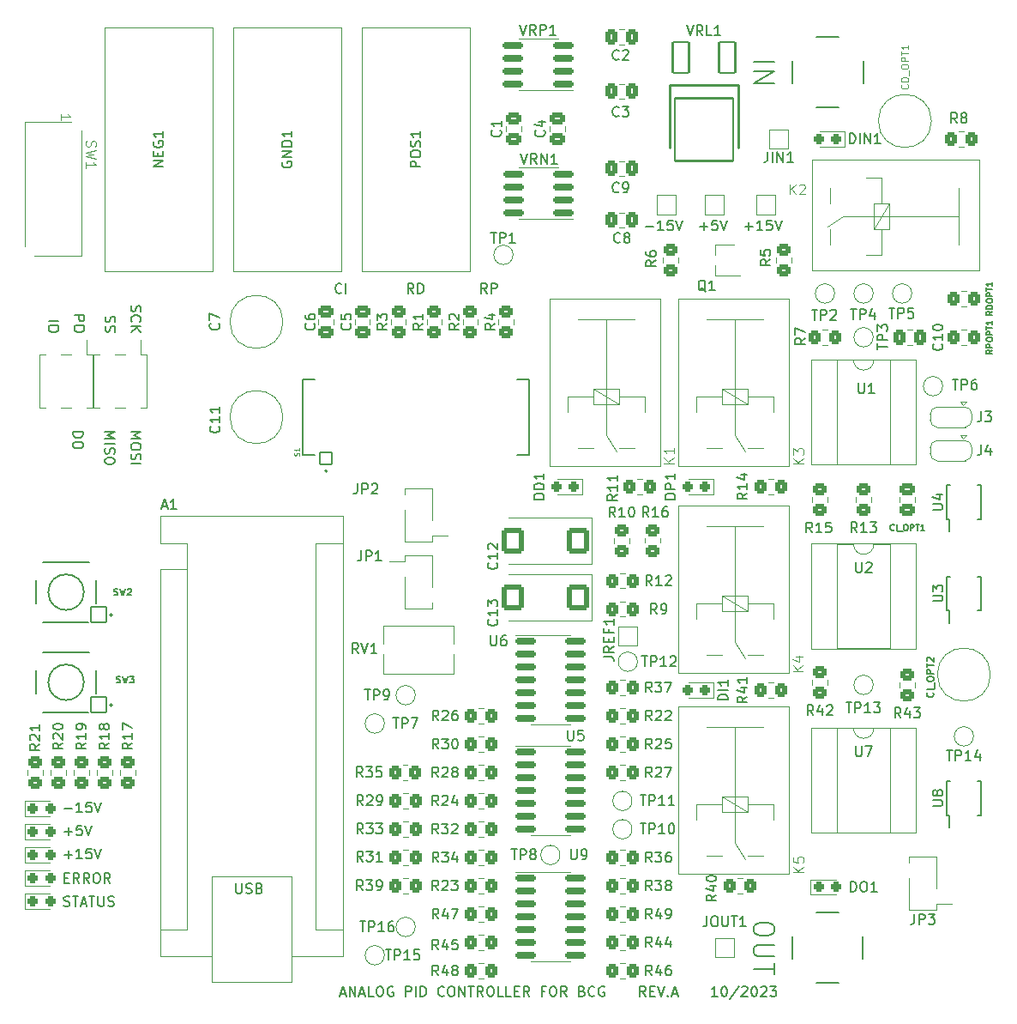
<source format=gto>
G04 #@! TF.GenerationSoftware,KiCad,Pcbnew,7.0.7*
G04 #@! TF.CreationDate,2023-10-18T16:13:19+03:00*
G04 #@! TF.ProjectId,pcb,7063622e-6b69-4636-9164-5f7063625858,rev?*
G04 #@! TF.SameCoordinates,Original*
G04 #@! TF.FileFunction,Legend,Top*
G04 #@! TF.FilePolarity,Positive*
%FSLAX46Y46*%
G04 Gerber Fmt 4.6, Leading zero omitted, Abs format (unit mm)*
G04 Created by KiCad (PCBNEW 7.0.7) date 2023-10-18 16:13:19*
%MOMM*%
%LPD*%
G01*
G04 APERTURE LIST*
G04 Aperture macros list*
%AMRoundRect*
0 Rectangle with rounded corners*
0 $1 Rounding radius*
0 $2 $3 $4 $5 $6 $7 $8 $9 X,Y pos of 4 corners*
0 Add a 4 corners polygon primitive as box body*
4,1,4,$2,$3,$4,$5,$6,$7,$8,$9,$2,$3,0*
0 Add four circle primitives for the rounded corners*
1,1,$1+$1,$2,$3*
1,1,$1+$1,$4,$5*
1,1,$1+$1,$6,$7*
1,1,$1+$1,$8,$9*
0 Add four rect primitives between the rounded corners*
20,1,$1+$1,$2,$3,$4,$5,0*
20,1,$1+$1,$4,$5,$6,$7,0*
20,1,$1+$1,$6,$7,$8,$9,0*
20,1,$1+$1,$8,$9,$2,$3,0*%
%AMFreePoly0*
4,1,19,0.550000,-0.750000,0.000000,-0.750000,0.000000,-0.744911,-0.071157,-0.744911,-0.207708,-0.704816,-0.327430,-0.627875,-0.420627,-0.520320,-0.479746,-0.390866,-0.500000,-0.250000,-0.500000,0.250000,-0.479746,0.390866,-0.420627,0.520320,-0.327430,0.627875,-0.207708,0.704816,-0.071157,0.744911,0.000000,0.744911,0.000000,0.750000,0.550000,0.750000,0.550000,-0.750000,0.550000,-0.750000,
$1*%
%AMFreePoly1*
4,1,19,0.000000,0.744911,0.071157,0.744911,0.207708,0.704816,0.327430,0.627875,0.420627,0.520320,0.479746,0.390866,0.500000,0.250000,0.500000,-0.250000,0.479746,-0.390866,0.420627,-0.520320,0.327430,-0.627875,0.207708,-0.704816,0.071157,-0.744911,0.000000,-0.744911,0.000000,-0.750000,-0.550000,-0.750000,-0.550000,0.750000,0.000000,0.750000,0.000000,0.744911,0.000000,0.744911,
$1*%
G04 Aperture macros list end*
%ADD10C,0.150000*%
%ADD11C,0.100000*%
%ADD12C,0.125000*%
%ADD13C,0.120051*%
%ADD14C,0.120000*%
%ADD15C,0.254000*%
%ADD16C,0.127000*%
%ADD17C,0.200000*%
%ADD18C,1.800000*%
%ADD19C,1.150000*%
%ADD20R,2.500000X2.500000*%
%ADD21C,2.500000*%
%ADD22C,1.600000*%
%ADD23RoundRect,0.250000X0.875000X1.025000X-0.875000X1.025000X-0.875000X-1.025000X0.875000X-1.025000X0*%
%ADD24FreePoly0,180.000000*%
%ADD25R,1.000000X1.500000*%
%ADD26FreePoly1,180.000000*%
%ADD27C,1.500000*%
%ADD28R,1.600000X1.600000*%
%ADD29O,1.600000X1.600000*%
%ADD30C,1.200000*%
%ADD31RoundRect,0.250000X0.350000X0.450000X-0.350000X0.450000X-0.350000X-0.450000X0.350000X-0.450000X0*%
%ADD32RoundRect,0.102000X0.800000X-1.500000X0.800000X1.500000X-0.800000X1.500000X-0.800000X-1.500000X0*%
%ADD33RoundRect,0.102000X2.900000X-3.100000X2.900000X3.100000X-2.900000X3.100000X-2.900000X-3.100000X0*%
%ADD34RoundRect,0.250000X-0.337500X-0.475000X0.337500X-0.475000X0.337500X0.475000X-0.337500X0.475000X0*%
%ADD35RoundRect,0.250000X-0.450000X0.350000X-0.450000X-0.350000X0.450000X-0.350000X0.450000X0.350000X0*%
%ADD36RoundRect,0.237500X-0.287500X-0.237500X0.287500X-0.237500X0.287500X0.237500X-0.287500X0.237500X0*%
%ADD37RoundRect,0.250000X-0.475000X0.337500X-0.475000X-0.337500X0.475000X-0.337500X0.475000X0.337500X0*%
%ADD38R,0.300000X1.400000*%
%ADD39RoundRect,0.250000X-0.350000X-0.450000X0.350000X-0.450000X0.350000X0.450000X-0.350000X0.450000X0*%
%ADD40RoundRect,0.102000X0.749000X0.749000X-0.749000X0.749000X-0.749000X-0.749000X0.749000X-0.749000X0*%
%ADD41C,1.702000*%
%ADD42RoundRect,0.150000X-0.825000X-0.150000X0.825000X-0.150000X0.825000X0.150000X-0.825000X0.150000X0*%
%ADD43R,1.000000X3.150000*%
%ADD44RoundRect,0.237500X0.287500X0.237500X-0.287500X0.237500X-0.287500X-0.237500X0.287500X-0.237500X0*%
%ADD45C,1.400000*%
%ADD46RoundRect,0.150000X0.825000X0.150000X-0.825000X0.150000X-0.825000X-0.150000X0.825000X-0.150000X0*%
%ADD47RoundRect,0.250000X0.450000X-0.350000X0.450000X0.350000X-0.450000X0.350000X-0.450000X-0.350000X0*%
%ADD48C,1.440000*%
%ADD49RoundRect,0.250000X0.475000X-0.337500X0.475000X0.337500X-0.475000X0.337500X-0.475000X-0.337500X0*%
%ADD50R,2.510000X1.000000*%
%ADD51C,3.159000*%
%ADD52C,2.454000*%
%ADD53C,2.304000*%
%ADD54C,0.800000*%
%ADD55C,6.400000*%
%ADD56R,2.000000X0.650000*%
%ADD57RoundRect,0.102000X0.610000X-0.610000X0.610000X0.610000X-0.610000X0.610000X-0.610000X-0.610000X0*%
%ADD58C,1.424000*%
G04 APERTURE END LIST*
D10*
X134893207Y-78895580D02*
X134845588Y-78943200D01*
X134845588Y-78943200D02*
X134702731Y-78990819D01*
X134702731Y-78990819D02*
X134607493Y-78990819D01*
X134607493Y-78990819D02*
X134464636Y-78943200D01*
X134464636Y-78943200D02*
X134369398Y-78847961D01*
X134369398Y-78847961D02*
X134321779Y-78752723D01*
X134321779Y-78752723D02*
X134274160Y-78562247D01*
X134274160Y-78562247D02*
X134274160Y-78419390D01*
X134274160Y-78419390D02*
X134321779Y-78228914D01*
X134321779Y-78228914D02*
X134369398Y-78133676D01*
X134369398Y-78133676D02*
X134464636Y-78038438D01*
X134464636Y-78038438D02*
X134607493Y-77990819D01*
X134607493Y-77990819D02*
X134702731Y-77990819D01*
X134702731Y-77990819D02*
X134845588Y-78038438D01*
X134845588Y-78038438D02*
X134893207Y-78086057D01*
X135321779Y-78990819D02*
X135321779Y-77990819D01*
X149244207Y-78990819D02*
X148910874Y-78514628D01*
X148672779Y-78990819D02*
X148672779Y-77990819D01*
X148672779Y-77990819D02*
X149053731Y-77990819D01*
X149053731Y-77990819D02*
X149148969Y-78038438D01*
X149148969Y-78038438D02*
X149196588Y-78086057D01*
X149196588Y-78086057D02*
X149244207Y-78181295D01*
X149244207Y-78181295D02*
X149244207Y-78324152D01*
X149244207Y-78324152D02*
X149196588Y-78419390D01*
X149196588Y-78419390D02*
X149148969Y-78467009D01*
X149148969Y-78467009D02*
X149053731Y-78514628D01*
X149053731Y-78514628D02*
X148672779Y-78514628D01*
X149672779Y-78990819D02*
X149672779Y-77990819D01*
X149672779Y-77990819D02*
X150053731Y-77990819D01*
X150053731Y-77990819D02*
X150148969Y-78038438D01*
X150148969Y-78038438D02*
X150196588Y-78086057D01*
X150196588Y-78086057D02*
X150244207Y-78181295D01*
X150244207Y-78181295D02*
X150244207Y-78324152D01*
X150244207Y-78324152D02*
X150196588Y-78419390D01*
X150196588Y-78419390D02*
X150148969Y-78467009D01*
X150148969Y-78467009D02*
X150053731Y-78514628D01*
X150053731Y-78514628D02*
X149672779Y-78514628D01*
X142005207Y-78990819D02*
X141671874Y-78514628D01*
X141433779Y-78990819D02*
X141433779Y-77990819D01*
X141433779Y-77990819D02*
X141814731Y-77990819D01*
X141814731Y-77990819D02*
X141909969Y-78038438D01*
X141909969Y-78038438D02*
X141957588Y-78086057D01*
X141957588Y-78086057D02*
X142005207Y-78181295D01*
X142005207Y-78181295D02*
X142005207Y-78324152D01*
X142005207Y-78324152D02*
X141957588Y-78419390D01*
X141957588Y-78419390D02*
X141909969Y-78467009D01*
X141909969Y-78467009D02*
X141814731Y-78514628D01*
X141814731Y-78514628D02*
X141433779Y-78514628D01*
X142433779Y-78990819D02*
X142433779Y-77990819D01*
X142433779Y-77990819D02*
X142671874Y-77990819D01*
X142671874Y-77990819D02*
X142814731Y-78038438D01*
X142814731Y-78038438D02*
X142909969Y-78133676D01*
X142909969Y-78133676D02*
X142957588Y-78228914D01*
X142957588Y-78228914D02*
X143005207Y-78419390D01*
X143005207Y-78419390D02*
X143005207Y-78562247D01*
X143005207Y-78562247D02*
X142957588Y-78752723D01*
X142957588Y-78752723D02*
X142909969Y-78847961D01*
X142909969Y-78847961D02*
X142814731Y-78943200D01*
X142814731Y-78943200D02*
X142671874Y-78990819D01*
X142671874Y-78990819D02*
X142433779Y-78990819D01*
X174707779Y-72386866D02*
X175469684Y-72386866D01*
X175088731Y-72767819D02*
X175088731Y-72005914D01*
X176469683Y-72767819D02*
X175898255Y-72767819D01*
X176183969Y-72767819D02*
X176183969Y-71767819D01*
X176183969Y-71767819D02*
X176088731Y-71910676D01*
X176088731Y-71910676D02*
X175993493Y-72005914D01*
X175993493Y-72005914D02*
X175898255Y-72053533D01*
X177374445Y-71767819D02*
X176898255Y-71767819D01*
X176898255Y-71767819D02*
X176850636Y-72244009D01*
X176850636Y-72244009D02*
X176898255Y-72196390D01*
X176898255Y-72196390D02*
X176993493Y-72148771D01*
X176993493Y-72148771D02*
X177231588Y-72148771D01*
X177231588Y-72148771D02*
X177326826Y-72196390D01*
X177326826Y-72196390D02*
X177374445Y-72244009D01*
X177374445Y-72244009D02*
X177422064Y-72339247D01*
X177422064Y-72339247D02*
X177422064Y-72577342D01*
X177422064Y-72577342D02*
X177374445Y-72672580D01*
X177374445Y-72672580D02*
X177326826Y-72720200D01*
X177326826Y-72720200D02*
X177231588Y-72767819D01*
X177231588Y-72767819D02*
X176993493Y-72767819D01*
X176993493Y-72767819D02*
X176898255Y-72720200D01*
X176898255Y-72720200D02*
X176850636Y-72672580D01*
X177707779Y-71767819D02*
X178041112Y-72767819D01*
X178041112Y-72767819D02*
X178374445Y-71767819D01*
X170262779Y-72386866D02*
X171024684Y-72386866D01*
X170643731Y-72767819D02*
X170643731Y-72005914D01*
X171977064Y-71767819D02*
X171500874Y-71767819D01*
X171500874Y-71767819D02*
X171453255Y-72244009D01*
X171453255Y-72244009D02*
X171500874Y-72196390D01*
X171500874Y-72196390D02*
X171596112Y-72148771D01*
X171596112Y-72148771D02*
X171834207Y-72148771D01*
X171834207Y-72148771D02*
X171929445Y-72196390D01*
X171929445Y-72196390D02*
X171977064Y-72244009D01*
X171977064Y-72244009D02*
X172024683Y-72339247D01*
X172024683Y-72339247D02*
X172024683Y-72577342D01*
X172024683Y-72577342D02*
X171977064Y-72672580D01*
X171977064Y-72672580D02*
X171929445Y-72720200D01*
X171929445Y-72720200D02*
X171834207Y-72767819D01*
X171834207Y-72767819D02*
X171596112Y-72767819D01*
X171596112Y-72767819D02*
X171500874Y-72720200D01*
X171500874Y-72720200D02*
X171453255Y-72672580D01*
X172310398Y-71767819D02*
X172643731Y-72767819D01*
X172643731Y-72767819D02*
X172977064Y-71767819D01*
X164928779Y-72386866D02*
X165690684Y-72386866D01*
X166690683Y-72767819D02*
X166119255Y-72767819D01*
X166404969Y-72767819D02*
X166404969Y-71767819D01*
X166404969Y-71767819D02*
X166309731Y-71910676D01*
X166309731Y-71910676D02*
X166214493Y-72005914D01*
X166214493Y-72005914D02*
X166119255Y-72053533D01*
X167595445Y-71767819D02*
X167119255Y-71767819D01*
X167119255Y-71767819D02*
X167071636Y-72244009D01*
X167071636Y-72244009D02*
X167119255Y-72196390D01*
X167119255Y-72196390D02*
X167214493Y-72148771D01*
X167214493Y-72148771D02*
X167452588Y-72148771D01*
X167452588Y-72148771D02*
X167547826Y-72196390D01*
X167547826Y-72196390D02*
X167595445Y-72244009D01*
X167595445Y-72244009D02*
X167643064Y-72339247D01*
X167643064Y-72339247D02*
X167643064Y-72577342D01*
X167643064Y-72577342D02*
X167595445Y-72672580D01*
X167595445Y-72672580D02*
X167547826Y-72720200D01*
X167547826Y-72720200D02*
X167452588Y-72767819D01*
X167452588Y-72767819D02*
X167214493Y-72767819D01*
X167214493Y-72767819D02*
X167119255Y-72720200D01*
X167119255Y-72720200D02*
X167071636Y-72672580D01*
X167928779Y-71767819D02*
X168262112Y-72767819D01*
X168262112Y-72767819D02*
X168595445Y-71767819D01*
X107524779Y-129790866D02*
X108286684Y-129790866D01*
X109286683Y-130171819D02*
X108715255Y-130171819D01*
X109000969Y-130171819D02*
X109000969Y-129171819D01*
X109000969Y-129171819D02*
X108905731Y-129314676D01*
X108905731Y-129314676D02*
X108810493Y-129409914D01*
X108810493Y-129409914D02*
X108715255Y-129457533D01*
X110191445Y-129171819D02*
X109715255Y-129171819D01*
X109715255Y-129171819D02*
X109667636Y-129648009D01*
X109667636Y-129648009D02*
X109715255Y-129600390D01*
X109715255Y-129600390D02*
X109810493Y-129552771D01*
X109810493Y-129552771D02*
X110048588Y-129552771D01*
X110048588Y-129552771D02*
X110143826Y-129600390D01*
X110143826Y-129600390D02*
X110191445Y-129648009D01*
X110191445Y-129648009D02*
X110239064Y-129743247D01*
X110239064Y-129743247D02*
X110239064Y-129981342D01*
X110239064Y-129981342D02*
X110191445Y-130076580D01*
X110191445Y-130076580D02*
X110143826Y-130124200D01*
X110143826Y-130124200D02*
X110048588Y-130171819D01*
X110048588Y-130171819D02*
X109810493Y-130171819D01*
X109810493Y-130171819D02*
X109715255Y-130124200D01*
X109715255Y-130124200D02*
X109667636Y-130076580D01*
X110524779Y-129171819D02*
X110858112Y-130171819D01*
X110858112Y-130171819D02*
X111191445Y-129171819D01*
X107524779Y-132076866D02*
X108286684Y-132076866D01*
X107905731Y-132457819D02*
X107905731Y-131695914D01*
X109239064Y-131457819D02*
X108762874Y-131457819D01*
X108762874Y-131457819D02*
X108715255Y-131934009D01*
X108715255Y-131934009D02*
X108762874Y-131886390D01*
X108762874Y-131886390D02*
X108858112Y-131838771D01*
X108858112Y-131838771D02*
X109096207Y-131838771D01*
X109096207Y-131838771D02*
X109191445Y-131886390D01*
X109191445Y-131886390D02*
X109239064Y-131934009D01*
X109239064Y-131934009D02*
X109286683Y-132029247D01*
X109286683Y-132029247D02*
X109286683Y-132267342D01*
X109286683Y-132267342D02*
X109239064Y-132362580D01*
X109239064Y-132362580D02*
X109191445Y-132410200D01*
X109191445Y-132410200D02*
X109096207Y-132457819D01*
X109096207Y-132457819D02*
X108858112Y-132457819D01*
X108858112Y-132457819D02*
X108762874Y-132410200D01*
X108762874Y-132410200D02*
X108715255Y-132362580D01*
X109572398Y-131457819D02*
X109905731Y-132457819D01*
X109905731Y-132457819D02*
X110239064Y-131457819D01*
X107524779Y-134362866D02*
X108286684Y-134362866D01*
X107905731Y-134743819D02*
X107905731Y-133981914D01*
X109286683Y-134743819D02*
X108715255Y-134743819D01*
X109000969Y-134743819D02*
X109000969Y-133743819D01*
X109000969Y-133743819D02*
X108905731Y-133886676D01*
X108905731Y-133886676D02*
X108810493Y-133981914D01*
X108810493Y-133981914D02*
X108715255Y-134029533D01*
X110191445Y-133743819D02*
X109715255Y-133743819D01*
X109715255Y-133743819D02*
X109667636Y-134220009D01*
X109667636Y-134220009D02*
X109715255Y-134172390D01*
X109715255Y-134172390D02*
X109810493Y-134124771D01*
X109810493Y-134124771D02*
X110048588Y-134124771D01*
X110048588Y-134124771D02*
X110143826Y-134172390D01*
X110143826Y-134172390D02*
X110191445Y-134220009D01*
X110191445Y-134220009D02*
X110239064Y-134315247D01*
X110239064Y-134315247D02*
X110239064Y-134553342D01*
X110239064Y-134553342D02*
X110191445Y-134648580D01*
X110191445Y-134648580D02*
X110143826Y-134696200D01*
X110143826Y-134696200D02*
X110048588Y-134743819D01*
X110048588Y-134743819D02*
X109810493Y-134743819D01*
X109810493Y-134743819D02*
X109715255Y-134696200D01*
X109715255Y-134696200D02*
X109667636Y-134648580D01*
X110524779Y-133743819D02*
X110858112Y-134743819D01*
X110858112Y-134743819D02*
X111191445Y-133743819D01*
X107524779Y-136633009D02*
X107858112Y-136633009D01*
X108000969Y-137156819D02*
X107524779Y-137156819D01*
X107524779Y-137156819D02*
X107524779Y-136156819D01*
X107524779Y-136156819D02*
X108000969Y-136156819D01*
X109000969Y-137156819D02*
X108667636Y-136680628D01*
X108429541Y-137156819D02*
X108429541Y-136156819D01*
X108429541Y-136156819D02*
X108810493Y-136156819D01*
X108810493Y-136156819D02*
X108905731Y-136204438D01*
X108905731Y-136204438D02*
X108953350Y-136252057D01*
X108953350Y-136252057D02*
X109000969Y-136347295D01*
X109000969Y-136347295D02*
X109000969Y-136490152D01*
X109000969Y-136490152D02*
X108953350Y-136585390D01*
X108953350Y-136585390D02*
X108905731Y-136633009D01*
X108905731Y-136633009D02*
X108810493Y-136680628D01*
X108810493Y-136680628D02*
X108429541Y-136680628D01*
X110000969Y-137156819D02*
X109667636Y-136680628D01*
X109429541Y-137156819D02*
X109429541Y-136156819D01*
X109429541Y-136156819D02*
X109810493Y-136156819D01*
X109810493Y-136156819D02*
X109905731Y-136204438D01*
X109905731Y-136204438D02*
X109953350Y-136252057D01*
X109953350Y-136252057D02*
X110000969Y-136347295D01*
X110000969Y-136347295D02*
X110000969Y-136490152D01*
X110000969Y-136490152D02*
X109953350Y-136585390D01*
X109953350Y-136585390D02*
X109905731Y-136633009D01*
X109905731Y-136633009D02*
X109810493Y-136680628D01*
X109810493Y-136680628D02*
X109429541Y-136680628D01*
X110620017Y-136156819D02*
X110810493Y-136156819D01*
X110810493Y-136156819D02*
X110905731Y-136204438D01*
X110905731Y-136204438D02*
X111000969Y-136299676D01*
X111000969Y-136299676D02*
X111048588Y-136490152D01*
X111048588Y-136490152D02*
X111048588Y-136823485D01*
X111048588Y-136823485D02*
X111000969Y-137013961D01*
X111000969Y-137013961D02*
X110905731Y-137109200D01*
X110905731Y-137109200D02*
X110810493Y-137156819D01*
X110810493Y-137156819D02*
X110620017Y-137156819D01*
X110620017Y-137156819D02*
X110524779Y-137109200D01*
X110524779Y-137109200D02*
X110429541Y-137013961D01*
X110429541Y-137013961D02*
X110381922Y-136823485D01*
X110381922Y-136823485D02*
X110381922Y-136490152D01*
X110381922Y-136490152D02*
X110429541Y-136299676D01*
X110429541Y-136299676D02*
X110524779Y-136204438D01*
X110524779Y-136204438D02*
X110620017Y-136156819D01*
X112048588Y-137156819D02*
X111715255Y-136680628D01*
X111477160Y-137156819D02*
X111477160Y-136156819D01*
X111477160Y-136156819D02*
X111858112Y-136156819D01*
X111858112Y-136156819D02*
X111953350Y-136204438D01*
X111953350Y-136204438D02*
X112000969Y-136252057D01*
X112000969Y-136252057D02*
X112048588Y-136347295D01*
X112048588Y-136347295D02*
X112048588Y-136490152D01*
X112048588Y-136490152D02*
X112000969Y-136585390D01*
X112000969Y-136585390D02*
X111953350Y-136633009D01*
X111953350Y-136633009D02*
X111858112Y-136680628D01*
X111858112Y-136680628D02*
X111477160Y-136680628D01*
X107477160Y-139395200D02*
X107620017Y-139442819D01*
X107620017Y-139442819D02*
X107858112Y-139442819D01*
X107858112Y-139442819D02*
X107953350Y-139395200D01*
X107953350Y-139395200D02*
X108000969Y-139347580D01*
X108000969Y-139347580D02*
X108048588Y-139252342D01*
X108048588Y-139252342D02*
X108048588Y-139157104D01*
X108048588Y-139157104D02*
X108000969Y-139061866D01*
X108000969Y-139061866D02*
X107953350Y-139014247D01*
X107953350Y-139014247D02*
X107858112Y-138966628D01*
X107858112Y-138966628D02*
X107667636Y-138919009D01*
X107667636Y-138919009D02*
X107572398Y-138871390D01*
X107572398Y-138871390D02*
X107524779Y-138823771D01*
X107524779Y-138823771D02*
X107477160Y-138728533D01*
X107477160Y-138728533D02*
X107477160Y-138633295D01*
X107477160Y-138633295D02*
X107524779Y-138538057D01*
X107524779Y-138538057D02*
X107572398Y-138490438D01*
X107572398Y-138490438D02*
X107667636Y-138442819D01*
X107667636Y-138442819D02*
X107905731Y-138442819D01*
X107905731Y-138442819D02*
X108048588Y-138490438D01*
X108334303Y-138442819D02*
X108905731Y-138442819D01*
X108620017Y-139442819D02*
X108620017Y-138442819D01*
X109191446Y-139157104D02*
X109667636Y-139157104D01*
X109096208Y-139442819D02*
X109429541Y-138442819D01*
X109429541Y-138442819D02*
X109762874Y-139442819D01*
X109953351Y-138442819D02*
X110524779Y-138442819D01*
X110239065Y-139442819D02*
X110239065Y-138442819D01*
X110858113Y-138442819D02*
X110858113Y-139252342D01*
X110858113Y-139252342D02*
X110905732Y-139347580D01*
X110905732Y-139347580D02*
X110953351Y-139395200D01*
X110953351Y-139395200D02*
X111048589Y-139442819D01*
X111048589Y-139442819D02*
X111239065Y-139442819D01*
X111239065Y-139442819D02*
X111334303Y-139395200D01*
X111334303Y-139395200D02*
X111381922Y-139347580D01*
X111381922Y-139347580D02*
X111429541Y-139252342D01*
X111429541Y-139252342D02*
X111429541Y-138442819D01*
X111858113Y-139395200D02*
X112000970Y-139442819D01*
X112000970Y-139442819D02*
X112239065Y-139442819D01*
X112239065Y-139442819D02*
X112334303Y-139395200D01*
X112334303Y-139395200D02*
X112381922Y-139347580D01*
X112381922Y-139347580D02*
X112429541Y-139252342D01*
X112429541Y-139252342D02*
X112429541Y-139157104D01*
X112429541Y-139157104D02*
X112381922Y-139061866D01*
X112381922Y-139061866D02*
X112334303Y-139014247D01*
X112334303Y-139014247D02*
X112239065Y-138966628D01*
X112239065Y-138966628D02*
X112048589Y-138919009D01*
X112048589Y-138919009D02*
X111953351Y-138871390D01*
X111953351Y-138871390D02*
X111905732Y-138823771D01*
X111905732Y-138823771D02*
X111858113Y-138728533D01*
X111858113Y-138728533D02*
X111858113Y-138633295D01*
X111858113Y-138633295D02*
X111905732Y-138538057D01*
X111905732Y-138538057D02*
X111953351Y-138490438D01*
X111953351Y-138490438D02*
X112048589Y-138442819D01*
X112048589Y-138442819D02*
X112286684Y-138442819D01*
X112286684Y-138442819D02*
X112429541Y-138490438D01*
X114139013Y-80205540D02*
X114091393Y-80348397D01*
X114091393Y-80348397D02*
X114091393Y-80586492D01*
X114091393Y-80586492D02*
X114139013Y-80681730D01*
X114139013Y-80681730D02*
X114186632Y-80729349D01*
X114186632Y-80729349D02*
X114281870Y-80776968D01*
X114281870Y-80776968D02*
X114377108Y-80776968D01*
X114377108Y-80776968D02*
X114472346Y-80729349D01*
X114472346Y-80729349D02*
X114519965Y-80681730D01*
X114519965Y-80681730D02*
X114567584Y-80586492D01*
X114567584Y-80586492D02*
X114615203Y-80396016D01*
X114615203Y-80396016D02*
X114662822Y-80300778D01*
X114662822Y-80300778D02*
X114710441Y-80253159D01*
X114710441Y-80253159D02*
X114805679Y-80205540D01*
X114805679Y-80205540D02*
X114900917Y-80205540D01*
X114900917Y-80205540D02*
X114996155Y-80253159D01*
X114996155Y-80253159D02*
X115043774Y-80300778D01*
X115043774Y-80300778D02*
X115091393Y-80396016D01*
X115091393Y-80396016D02*
X115091393Y-80634111D01*
X115091393Y-80634111D02*
X115043774Y-80776968D01*
X114186632Y-81776968D02*
X114139013Y-81729349D01*
X114139013Y-81729349D02*
X114091393Y-81586492D01*
X114091393Y-81586492D02*
X114091393Y-81491254D01*
X114091393Y-81491254D02*
X114139013Y-81348397D01*
X114139013Y-81348397D02*
X114234251Y-81253159D01*
X114234251Y-81253159D02*
X114329489Y-81205540D01*
X114329489Y-81205540D02*
X114519965Y-81157921D01*
X114519965Y-81157921D02*
X114662822Y-81157921D01*
X114662822Y-81157921D02*
X114853298Y-81205540D01*
X114853298Y-81205540D02*
X114948536Y-81253159D01*
X114948536Y-81253159D02*
X115043774Y-81348397D01*
X115043774Y-81348397D02*
X115091393Y-81491254D01*
X115091393Y-81491254D02*
X115091393Y-81586492D01*
X115091393Y-81586492D02*
X115043774Y-81729349D01*
X115043774Y-81729349D02*
X114996155Y-81776968D01*
X114091393Y-82205540D02*
X115091393Y-82205540D01*
X114091393Y-82776968D02*
X114662822Y-82348397D01*
X115091393Y-82776968D02*
X114519965Y-82205540D01*
X108363049Y-92662762D02*
X109363049Y-92662762D01*
X109363049Y-92662762D02*
X109363049Y-92900857D01*
X109363049Y-92900857D02*
X109315430Y-93043714D01*
X109315430Y-93043714D02*
X109220192Y-93138952D01*
X109220192Y-93138952D02*
X109124954Y-93186571D01*
X109124954Y-93186571D02*
X108934478Y-93234190D01*
X108934478Y-93234190D02*
X108791621Y-93234190D01*
X108791621Y-93234190D02*
X108601145Y-93186571D01*
X108601145Y-93186571D02*
X108505907Y-93138952D01*
X108505907Y-93138952D02*
X108410669Y-93043714D01*
X108410669Y-93043714D02*
X108363049Y-92900857D01*
X108363049Y-92900857D02*
X108363049Y-92662762D01*
X109363049Y-93853238D02*
X109363049Y-94043714D01*
X109363049Y-94043714D02*
X109315430Y-94138952D01*
X109315430Y-94138952D02*
X109220192Y-94234190D01*
X109220192Y-94234190D02*
X109029716Y-94281809D01*
X109029716Y-94281809D02*
X108696383Y-94281809D01*
X108696383Y-94281809D02*
X108505907Y-94234190D01*
X108505907Y-94234190D02*
X108410669Y-94138952D01*
X108410669Y-94138952D02*
X108363049Y-94043714D01*
X108363049Y-94043714D02*
X108363049Y-93853238D01*
X108363049Y-93853238D02*
X108410669Y-93758000D01*
X108410669Y-93758000D02*
X108505907Y-93662762D01*
X108505907Y-93662762D02*
X108696383Y-93615143D01*
X108696383Y-93615143D02*
X109029716Y-93615143D01*
X109029716Y-93615143D02*
X109220192Y-93662762D01*
X109220192Y-93662762D02*
X109315430Y-93758000D01*
X109315430Y-93758000D02*
X109363049Y-93853238D01*
X114087148Y-92662762D02*
X115087148Y-92662762D01*
X115087148Y-92662762D02*
X114372863Y-92996095D01*
X114372863Y-92996095D02*
X115087148Y-93329428D01*
X115087148Y-93329428D02*
X114087148Y-93329428D01*
X115087148Y-93996095D02*
X115087148Y-94186571D01*
X115087148Y-94186571D02*
X115039529Y-94281809D01*
X115039529Y-94281809D02*
X114944291Y-94377047D01*
X114944291Y-94377047D02*
X114753815Y-94424666D01*
X114753815Y-94424666D02*
X114420482Y-94424666D01*
X114420482Y-94424666D02*
X114230006Y-94377047D01*
X114230006Y-94377047D02*
X114134768Y-94281809D01*
X114134768Y-94281809D02*
X114087148Y-94186571D01*
X114087148Y-94186571D02*
X114087148Y-93996095D01*
X114087148Y-93996095D02*
X114134768Y-93900857D01*
X114134768Y-93900857D02*
X114230006Y-93805619D01*
X114230006Y-93805619D02*
X114420482Y-93758000D01*
X114420482Y-93758000D02*
X114753815Y-93758000D01*
X114753815Y-93758000D02*
X114944291Y-93805619D01*
X114944291Y-93805619D02*
X115039529Y-93900857D01*
X115039529Y-93900857D02*
X115087148Y-93996095D01*
X114134768Y-94805619D02*
X114087148Y-94948476D01*
X114087148Y-94948476D02*
X114087148Y-95186571D01*
X114087148Y-95186571D02*
X114134768Y-95281809D01*
X114134768Y-95281809D02*
X114182387Y-95329428D01*
X114182387Y-95329428D02*
X114277625Y-95377047D01*
X114277625Y-95377047D02*
X114372863Y-95377047D01*
X114372863Y-95377047D02*
X114468101Y-95329428D01*
X114468101Y-95329428D02*
X114515720Y-95281809D01*
X114515720Y-95281809D02*
X114563339Y-95186571D01*
X114563339Y-95186571D02*
X114610958Y-94996095D01*
X114610958Y-94996095D02*
X114658577Y-94900857D01*
X114658577Y-94900857D02*
X114706196Y-94853238D01*
X114706196Y-94853238D02*
X114801434Y-94805619D01*
X114801434Y-94805619D02*
X114896672Y-94805619D01*
X114896672Y-94805619D02*
X114991910Y-94853238D01*
X114991910Y-94853238D02*
X115039529Y-94900857D01*
X115039529Y-94900857D02*
X115087148Y-94996095D01*
X115087148Y-94996095D02*
X115087148Y-95234190D01*
X115087148Y-95234190D02*
X115039529Y-95377047D01*
X114087148Y-95805619D02*
X115087148Y-95805619D01*
X105963393Y-81681731D02*
X106963393Y-81681731D01*
X106963393Y-82348397D02*
X106963393Y-82538873D01*
X106963393Y-82538873D02*
X106915774Y-82634111D01*
X106915774Y-82634111D02*
X106820536Y-82729349D01*
X106820536Y-82729349D02*
X106630060Y-82776968D01*
X106630060Y-82776968D02*
X106296727Y-82776968D01*
X106296727Y-82776968D02*
X106106251Y-82729349D01*
X106106251Y-82729349D02*
X106011013Y-82634111D01*
X106011013Y-82634111D02*
X105963393Y-82538873D01*
X105963393Y-82538873D02*
X105963393Y-82348397D01*
X105963393Y-82348397D02*
X106011013Y-82253159D01*
X106011013Y-82253159D02*
X106106251Y-82157921D01*
X106106251Y-82157921D02*
X106296727Y-82110302D01*
X106296727Y-82110302D02*
X106630060Y-82110302D01*
X106630060Y-82110302D02*
X106820536Y-82157921D01*
X106820536Y-82157921D02*
X106915774Y-82253159D01*
X106915774Y-82253159D02*
X106963393Y-82348397D01*
X134782160Y-148047104D02*
X135258350Y-148047104D01*
X134686922Y-148332819D02*
X135020255Y-147332819D01*
X135020255Y-147332819D02*
X135353588Y-148332819D01*
X135686922Y-148332819D02*
X135686922Y-147332819D01*
X135686922Y-147332819D02*
X136258350Y-148332819D01*
X136258350Y-148332819D02*
X136258350Y-147332819D01*
X136686922Y-148047104D02*
X137163112Y-148047104D01*
X136591684Y-148332819D02*
X136925017Y-147332819D01*
X136925017Y-147332819D02*
X137258350Y-148332819D01*
X138067874Y-148332819D02*
X137591684Y-148332819D01*
X137591684Y-148332819D02*
X137591684Y-147332819D01*
X138591684Y-147332819D02*
X138782160Y-147332819D01*
X138782160Y-147332819D02*
X138877398Y-147380438D01*
X138877398Y-147380438D02*
X138972636Y-147475676D01*
X138972636Y-147475676D02*
X139020255Y-147666152D01*
X139020255Y-147666152D02*
X139020255Y-147999485D01*
X139020255Y-147999485D02*
X138972636Y-148189961D01*
X138972636Y-148189961D02*
X138877398Y-148285200D01*
X138877398Y-148285200D02*
X138782160Y-148332819D01*
X138782160Y-148332819D02*
X138591684Y-148332819D01*
X138591684Y-148332819D02*
X138496446Y-148285200D01*
X138496446Y-148285200D02*
X138401208Y-148189961D01*
X138401208Y-148189961D02*
X138353589Y-147999485D01*
X138353589Y-147999485D02*
X138353589Y-147666152D01*
X138353589Y-147666152D02*
X138401208Y-147475676D01*
X138401208Y-147475676D02*
X138496446Y-147380438D01*
X138496446Y-147380438D02*
X138591684Y-147332819D01*
X139972636Y-147380438D02*
X139877398Y-147332819D01*
X139877398Y-147332819D02*
X139734541Y-147332819D01*
X139734541Y-147332819D02*
X139591684Y-147380438D01*
X139591684Y-147380438D02*
X139496446Y-147475676D01*
X139496446Y-147475676D02*
X139448827Y-147570914D01*
X139448827Y-147570914D02*
X139401208Y-147761390D01*
X139401208Y-147761390D02*
X139401208Y-147904247D01*
X139401208Y-147904247D02*
X139448827Y-148094723D01*
X139448827Y-148094723D02*
X139496446Y-148189961D01*
X139496446Y-148189961D02*
X139591684Y-148285200D01*
X139591684Y-148285200D02*
X139734541Y-148332819D01*
X139734541Y-148332819D02*
X139829779Y-148332819D01*
X139829779Y-148332819D02*
X139972636Y-148285200D01*
X139972636Y-148285200D02*
X140020255Y-148237580D01*
X140020255Y-148237580D02*
X140020255Y-147904247D01*
X140020255Y-147904247D02*
X139829779Y-147904247D01*
X141210732Y-148332819D02*
X141210732Y-147332819D01*
X141210732Y-147332819D02*
X141591684Y-147332819D01*
X141591684Y-147332819D02*
X141686922Y-147380438D01*
X141686922Y-147380438D02*
X141734541Y-147428057D01*
X141734541Y-147428057D02*
X141782160Y-147523295D01*
X141782160Y-147523295D02*
X141782160Y-147666152D01*
X141782160Y-147666152D02*
X141734541Y-147761390D01*
X141734541Y-147761390D02*
X141686922Y-147809009D01*
X141686922Y-147809009D02*
X141591684Y-147856628D01*
X141591684Y-147856628D02*
X141210732Y-147856628D01*
X142210732Y-148332819D02*
X142210732Y-147332819D01*
X142686922Y-148332819D02*
X142686922Y-147332819D01*
X142686922Y-147332819D02*
X142925017Y-147332819D01*
X142925017Y-147332819D02*
X143067874Y-147380438D01*
X143067874Y-147380438D02*
X143163112Y-147475676D01*
X143163112Y-147475676D02*
X143210731Y-147570914D01*
X143210731Y-147570914D02*
X143258350Y-147761390D01*
X143258350Y-147761390D02*
X143258350Y-147904247D01*
X143258350Y-147904247D02*
X143210731Y-148094723D01*
X143210731Y-148094723D02*
X143163112Y-148189961D01*
X143163112Y-148189961D02*
X143067874Y-148285200D01*
X143067874Y-148285200D02*
X142925017Y-148332819D01*
X142925017Y-148332819D02*
X142686922Y-148332819D01*
X145020255Y-148237580D02*
X144972636Y-148285200D01*
X144972636Y-148285200D02*
X144829779Y-148332819D01*
X144829779Y-148332819D02*
X144734541Y-148332819D01*
X144734541Y-148332819D02*
X144591684Y-148285200D01*
X144591684Y-148285200D02*
X144496446Y-148189961D01*
X144496446Y-148189961D02*
X144448827Y-148094723D01*
X144448827Y-148094723D02*
X144401208Y-147904247D01*
X144401208Y-147904247D02*
X144401208Y-147761390D01*
X144401208Y-147761390D02*
X144448827Y-147570914D01*
X144448827Y-147570914D02*
X144496446Y-147475676D01*
X144496446Y-147475676D02*
X144591684Y-147380438D01*
X144591684Y-147380438D02*
X144734541Y-147332819D01*
X144734541Y-147332819D02*
X144829779Y-147332819D01*
X144829779Y-147332819D02*
X144972636Y-147380438D01*
X144972636Y-147380438D02*
X145020255Y-147428057D01*
X145639303Y-147332819D02*
X145829779Y-147332819D01*
X145829779Y-147332819D02*
X145925017Y-147380438D01*
X145925017Y-147380438D02*
X146020255Y-147475676D01*
X146020255Y-147475676D02*
X146067874Y-147666152D01*
X146067874Y-147666152D02*
X146067874Y-147999485D01*
X146067874Y-147999485D02*
X146020255Y-148189961D01*
X146020255Y-148189961D02*
X145925017Y-148285200D01*
X145925017Y-148285200D02*
X145829779Y-148332819D01*
X145829779Y-148332819D02*
X145639303Y-148332819D01*
X145639303Y-148332819D02*
X145544065Y-148285200D01*
X145544065Y-148285200D02*
X145448827Y-148189961D01*
X145448827Y-148189961D02*
X145401208Y-147999485D01*
X145401208Y-147999485D02*
X145401208Y-147666152D01*
X145401208Y-147666152D02*
X145448827Y-147475676D01*
X145448827Y-147475676D02*
X145544065Y-147380438D01*
X145544065Y-147380438D02*
X145639303Y-147332819D01*
X146496446Y-148332819D02*
X146496446Y-147332819D01*
X146496446Y-147332819D02*
X147067874Y-148332819D01*
X147067874Y-148332819D02*
X147067874Y-147332819D01*
X147401208Y-147332819D02*
X147972636Y-147332819D01*
X147686922Y-148332819D02*
X147686922Y-147332819D01*
X148877398Y-148332819D02*
X148544065Y-147856628D01*
X148305970Y-148332819D02*
X148305970Y-147332819D01*
X148305970Y-147332819D02*
X148686922Y-147332819D01*
X148686922Y-147332819D02*
X148782160Y-147380438D01*
X148782160Y-147380438D02*
X148829779Y-147428057D01*
X148829779Y-147428057D02*
X148877398Y-147523295D01*
X148877398Y-147523295D02*
X148877398Y-147666152D01*
X148877398Y-147666152D02*
X148829779Y-147761390D01*
X148829779Y-147761390D02*
X148782160Y-147809009D01*
X148782160Y-147809009D02*
X148686922Y-147856628D01*
X148686922Y-147856628D02*
X148305970Y-147856628D01*
X149496446Y-147332819D02*
X149686922Y-147332819D01*
X149686922Y-147332819D02*
X149782160Y-147380438D01*
X149782160Y-147380438D02*
X149877398Y-147475676D01*
X149877398Y-147475676D02*
X149925017Y-147666152D01*
X149925017Y-147666152D02*
X149925017Y-147999485D01*
X149925017Y-147999485D02*
X149877398Y-148189961D01*
X149877398Y-148189961D02*
X149782160Y-148285200D01*
X149782160Y-148285200D02*
X149686922Y-148332819D01*
X149686922Y-148332819D02*
X149496446Y-148332819D01*
X149496446Y-148332819D02*
X149401208Y-148285200D01*
X149401208Y-148285200D02*
X149305970Y-148189961D01*
X149305970Y-148189961D02*
X149258351Y-147999485D01*
X149258351Y-147999485D02*
X149258351Y-147666152D01*
X149258351Y-147666152D02*
X149305970Y-147475676D01*
X149305970Y-147475676D02*
X149401208Y-147380438D01*
X149401208Y-147380438D02*
X149496446Y-147332819D01*
X150829779Y-148332819D02*
X150353589Y-148332819D01*
X150353589Y-148332819D02*
X150353589Y-147332819D01*
X151639303Y-148332819D02*
X151163113Y-148332819D01*
X151163113Y-148332819D02*
X151163113Y-147332819D01*
X151972637Y-147809009D02*
X152305970Y-147809009D01*
X152448827Y-148332819D02*
X151972637Y-148332819D01*
X151972637Y-148332819D02*
X151972637Y-147332819D01*
X151972637Y-147332819D02*
X152448827Y-147332819D01*
X153448827Y-148332819D02*
X153115494Y-147856628D01*
X152877399Y-148332819D02*
X152877399Y-147332819D01*
X152877399Y-147332819D02*
X153258351Y-147332819D01*
X153258351Y-147332819D02*
X153353589Y-147380438D01*
X153353589Y-147380438D02*
X153401208Y-147428057D01*
X153401208Y-147428057D02*
X153448827Y-147523295D01*
X153448827Y-147523295D02*
X153448827Y-147666152D01*
X153448827Y-147666152D02*
X153401208Y-147761390D01*
X153401208Y-147761390D02*
X153353589Y-147809009D01*
X153353589Y-147809009D02*
X153258351Y-147856628D01*
X153258351Y-147856628D02*
X152877399Y-147856628D01*
X154972637Y-147809009D02*
X154639304Y-147809009D01*
X154639304Y-148332819D02*
X154639304Y-147332819D01*
X154639304Y-147332819D02*
X155115494Y-147332819D01*
X155686923Y-147332819D02*
X155877399Y-147332819D01*
X155877399Y-147332819D02*
X155972637Y-147380438D01*
X155972637Y-147380438D02*
X156067875Y-147475676D01*
X156067875Y-147475676D02*
X156115494Y-147666152D01*
X156115494Y-147666152D02*
X156115494Y-147999485D01*
X156115494Y-147999485D02*
X156067875Y-148189961D01*
X156067875Y-148189961D02*
X155972637Y-148285200D01*
X155972637Y-148285200D02*
X155877399Y-148332819D01*
X155877399Y-148332819D02*
X155686923Y-148332819D01*
X155686923Y-148332819D02*
X155591685Y-148285200D01*
X155591685Y-148285200D02*
X155496447Y-148189961D01*
X155496447Y-148189961D02*
X155448828Y-147999485D01*
X155448828Y-147999485D02*
X155448828Y-147666152D01*
X155448828Y-147666152D02*
X155496447Y-147475676D01*
X155496447Y-147475676D02*
X155591685Y-147380438D01*
X155591685Y-147380438D02*
X155686923Y-147332819D01*
X157115494Y-148332819D02*
X156782161Y-147856628D01*
X156544066Y-148332819D02*
X156544066Y-147332819D01*
X156544066Y-147332819D02*
X156925018Y-147332819D01*
X156925018Y-147332819D02*
X157020256Y-147380438D01*
X157020256Y-147380438D02*
X157067875Y-147428057D01*
X157067875Y-147428057D02*
X157115494Y-147523295D01*
X157115494Y-147523295D02*
X157115494Y-147666152D01*
X157115494Y-147666152D02*
X157067875Y-147761390D01*
X157067875Y-147761390D02*
X157020256Y-147809009D01*
X157020256Y-147809009D02*
X156925018Y-147856628D01*
X156925018Y-147856628D02*
X156544066Y-147856628D01*
X158639304Y-147809009D02*
X158782161Y-147856628D01*
X158782161Y-147856628D02*
X158829780Y-147904247D01*
X158829780Y-147904247D02*
X158877399Y-147999485D01*
X158877399Y-147999485D02*
X158877399Y-148142342D01*
X158877399Y-148142342D02*
X158829780Y-148237580D01*
X158829780Y-148237580D02*
X158782161Y-148285200D01*
X158782161Y-148285200D02*
X158686923Y-148332819D01*
X158686923Y-148332819D02*
X158305971Y-148332819D01*
X158305971Y-148332819D02*
X158305971Y-147332819D01*
X158305971Y-147332819D02*
X158639304Y-147332819D01*
X158639304Y-147332819D02*
X158734542Y-147380438D01*
X158734542Y-147380438D02*
X158782161Y-147428057D01*
X158782161Y-147428057D02*
X158829780Y-147523295D01*
X158829780Y-147523295D02*
X158829780Y-147618533D01*
X158829780Y-147618533D02*
X158782161Y-147713771D01*
X158782161Y-147713771D02*
X158734542Y-147761390D01*
X158734542Y-147761390D02*
X158639304Y-147809009D01*
X158639304Y-147809009D02*
X158305971Y-147809009D01*
X159877399Y-148237580D02*
X159829780Y-148285200D01*
X159829780Y-148285200D02*
X159686923Y-148332819D01*
X159686923Y-148332819D02*
X159591685Y-148332819D01*
X159591685Y-148332819D02*
X159448828Y-148285200D01*
X159448828Y-148285200D02*
X159353590Y-148189961D01*
X159353590Y-148189961D02*
X159305971Y-148094723D01*
X159305971Y-148094723D02*
X159258352Y-147904247D01*
X159258352Y-147904247D02*
X159258352Y-147761390D01*
X159258352Y-147761390D02*
X159305971Y-147570914D01*
X159305971Y-147570914D02*
X159353590Y-147475676D01*
X159353590Y-147475676D02*
X159448828Y-147380438D01*
X159448828Y-147380438D02*
X159591685Y-147332819D01*
X159591685Y-147332819D02*
X159686923Y-147332819D01*
X159686923Y-147332819D02*
X159829780Y-147380438D01*
X159829780Y-147380438D02*
X159877399Y-147428057D01*
X160829780Y-147380438D02*
X160734542Y-147332819D01*
X160734542Y-147332819D02*
X160591685Y-147332819D01*
X160591685Y-147332819D02*
X160448828Y-147380438D01*
X160448828Y-147380438D02*
X160353590Y-147475676D01*
X160353590Y-147475676D02*
X160305971Y-147570914D01*
X160305971Y-147570914D02*
X160258352Y-147761390D01*
X160258352Y-147761390D02*
X160258352Y-147904247D01*
X160258352Y-147904247D02*
X160305971Y-148094723D01*
X160305971Y-148094723D02*
X160353590Y-148189961D01*
X160353590Y-148189961D02*
X160448828Y-148285200D01*
X160448828Y-148285200D02*
X160591685Y-148332819D01*
X160591685Y-148332819D02*
X160686923Y-148332819D01*
X160686923Y-148332819D02*
X160829780Y-148285200D01*
X160829780Y-148285200D02*
X160877399Y-148237580D01*
X160877399Y-148237580D02*
X160877399Y-147904247D01*
X160877399Y-147904247D02*
X160686923Y-147904247D01*
X164925019Y-148332819D02*
X164591686Y-147856628D01*
X164353591Y-148332819D02*
X164353591Y-147332819D01*
X164353591Y-147332819D02*
X164734543Y-147332819D01*
X164734543Y-147332819D02*
X164829781Y-147380438D01*
X164829781Y-147380438D02*
X164877400Y-147428057D01*
X164877400Y-147428057D02*
X164925019Y-147523295D01*
X164925019Y-147523295D02*
X164925019Y-147666152D01*
X164925019Y-147666152D02*
X164877400Y-147761390D01*
X164877400Y-147761390D02*
X164829781Y-147809009D01*
X164829781Y-147809009D02*
X164734543Y-147856628D01*
X164734543Y-147856628D02*
X164353591Y-147856628D01*
X165353591Y-147809009D02*
X165686924Y-147809009D01*
X165829781Y-148332819D02*
X165353591Y-148332819D01*
X165353591Y-148332819D02*
X165353591Y-147332819D01*
X165353591Y-147332819D02*
X165829781Y-147332819D01*
X166115496Y-147332819D02*
X166448829Y-148332819D01*
X166448829Y-148332819D02*
X166782162Y-147332819D01*
X167115496Y-148237580D02*
X167163115Y-148285200D01*
X167163115Y-148285200D02*
X167115496Y-148332819D01*
X167115496Y-148332819D02*
X167067877Y-148285200D01*
X167067877Y-148285200D02*
X167115496Y-148237580D01*
X167115496Y-148237580D02*
X167115496Y-148332819D01*
X167544067Y-148047104D02*
X168020257Y-148047104D01*
X167448829Y-148332819D02*
X167782162Y-147332819D01*
X167782162Y-147332819D02*
X168115495Y-148332819D01*
X172020258Y-148332819D02*
X171448830Y-148332819D01*
X171734544Y-148332819D02*
X171734544Y-147332819D01*
X171734544Y-147332819D02*
X171639306Y-147475676D01*
X171639306Y-147475676D02*
X171544068Y-147570914D01*
X171544068Y-147570914D02*
X171448830Y-147618533D01*
X172639306Y-147332819D02*
X172734544Y-147332819D01*
X172734544Y-147332819D02*
X172829782Y-147380438D01*
X172829782Y-147380438D02*
X172877401Y-147428057D01*
X172877401Y-147428057D02*
X172925020Y-147523295D01*
X172925020Y-147523295D02*
X172972639Y-147713771D01*
X172972639Y-147713771D02*
X172972639Y-147951866D01*
X172972639Y-147951866D02*
X172925020Y-148142342D01*
X172925020Y-148142342D02*
X172877401Y-148237580D01*
X172877401Y-148237580D02*
X172829782Y-148285200D01*
X172829782Y-148285200D02*
X172734544Y-148332819D01*
X172734544Y-148332819D02*
X172639306Y-148332819D01*
X172639306Y-148332819D02*
X172544068Y-148285200D01*
X172544068Y-148285200D02*
X172496449Y-148237580D01*
X172496449Y-148237580D02*
X172448830Y-148142342D01*
X172448830Y-148142342D02*
X172401211Y-147951866D01*
X172401211Y-147951866D02*
X172401211Y-147713771D01*
X172401211Y-147713771D02*
X172448830Y-147523295D01*
X172448830Y-147523295D02*
X172496449Y-147428057D01*
X172496449Y-147428057D02*
X172544068Y-147380438D01*
X172544068Y-147380438D02*
X172639306Y-147332819D01*
X174115496Y-147285200D02*
X173258354Y-148570914D01*
X174401211Y-147428057D02*
X174448830Y-147380438D01*
X174448830Y-147380438D02*
X174544068Y-147332819D01*
X174544068Y-147332819D02*
X174782163Y-147332819D01*
X174782163Y-147332819D02*
X174877401Y-147380438D01*
X174877401Y-147380438D02*
X174925020Y-147428057D01*
X174925020Y-147428057D02*
X174972639Y-147523295D01*
X174972639Y-147523295D02*
X174972639Y-147618533D01*
X174972639Y-147618533D02*
X174925020Y-147761390D01*
X174925020Y-147761390D02*
X174353592Y-148332819D01*
X174353592Y-148332819D02*
X174972639Y-148332819D01*
X175591687Y-147332819D02*
X175686925Y-147332819D01*
X175686925Y-147332819D02*
X175782163Y-147380438D01*
X175782163Y-147380438D02*
X175829782Y-147428057D01*
X175829782Y-147428057D02*
X175877401Y-147523295D01*
X175877401Y-147523295D02*
X175925020Y-147713771D01*
X175925020Y-147713771D02*
X175925020Y-147951866D01*
X175925020Y-147951866D02*
X175877401Y-148142342D01*
X175877401Y-148142342D02*
X175829782Y-148237580D01*
X175829782Y-148237580D02*
X175782163Y-148285200D01*
X175782163Y-148285200D02*
X175686925Y-148332819D01*
X175686925Y-148332819D02*
X175591687Y-148332819D01*
X175591687Y-148332819D02*
X175496449Y-148285200D01*
X175496449Y-148285200D02*
X175448830Y-148237580D01*
X175448830Y-148237580D02*
X175401211Y-148142342D01*
X175401211Y-148142342D02*
X175353592Y-147951866D01*
X175353592Y-147951866D02*
X175353592Y-147713771D01*
X175353592Y-147713771D02*
X175401211Y-147523295D01*
X175401211Y-147523295D02*
X175448830Y-147428057D01*
X175448830Y-147428057D02*
X175496449Y-147380438D01*
X175496449Y-147380438D02*
X175591687Y-147332819D01*
X176305973Y-147428057D02*
X176353592Y-147380438D01*
X176353592Y-147380438D02*
X176448830Y-147332819D01*
X176448830Y-147332819D02*
X176686925Y-147332819D01*
X176686925Y-147332819D02*
X176782163Y-147380438D01*
X176782163Y-147380438D02*
X176829782Y-147428057D01*
X176829782Y-147428057D02*
X176877401Y-147523295D01*
X176877401Y-147523295D02*
X176877401Y-147618533D01*
X176877401Y-147618533D02*
X176829782Y-147761390D01*
X176829782Y-147761390D02*
X176258354Y-148332819D01*
X176258354Y-148332819D02*
X176877401Y-148332819D01*
X177210735Y-147332819D02*
X177829782Y-147332819D01*
X177829782Y-147332819D02*
X177496449Y-147713771D01*
X177496449Y-147713771D02*
X177639306Y-147713771D01*
X177639306Y-147713771D02*
X177734544Y-147761390D01*
X177734544Y-147761390D02*
X177782163Y-147809009D01*
X177782163Y-147809009D02*
X177829782Y-147904247D01*
X177829782Y-147904247D02*
X177829782Y-148142342D01*
X177829782Y-148142342D02*
X177782163Y-148237580D01*
X177782163Y-148237580D02*
X177734544Y-148285200D01*
X177734544Y-148285200D02*
X177639306Y-148332819D01*
X177639306Y-148332819D02*
X177353592Y-148332819D01*
X177353592Y-148332819D02*
X177258354Y-148285200D01*
X177258354Y-148285200D02*
X177210735Y-148237580D01*
X111502967Y-92662762D02*
X112502967Y-92662762D01*
X112502967Y-92662762D02*
X111788682Y-92996095D01*
X111788682Y-92996095D02*
X112502967Y-93329428D01*
X112502967Y-93329428D02*
X111502967Y-93329428D01*
X111502967Y-93805619D02*
X112502967Y-93805619D01*
X111550587Y-94234190D02*
X111502967Y-94377047D01*
X111502967Y-94377047D02*
X111502967Y-94615142D01*
X111502967Y-94615142D02*
X111550587Y-94710380D01*
X111550587Y-94710380D02*
X111598206Y-94757999D01*
X111598206Y-94757999D02*
X111693444Y-94805618D01*
X111693444Y-94805618D02*
X111788682Y-94805618D01*
X111788682Y-94805618D02*
X111883920Y-94757999D01*
X111883920Y-94757999D02*
X111931539Y-94710380D01*
X111931539Y-94710380D02*
X111979158Y-94615142D01*
X111979158Y-94615142D02*
X112026777Y-94424666D01*
X112026777Y-94424666D02*
X112074396Y-94329428D01*
X112074396Y-94329428D02*
X112122015Y-94281809D01*
X112122015Y-94281809D02*
X112217253Y-94234190D01*
X112217253Y-94234190D02*
X112312491Y-94234190D01*
X112312491Y-94234190D02*
X112407729Y-94281809D01*
X112407729Y-94281809D02*
X112455348Y-94329428D01*
X112455348Y-94329428D02*
X112502967Y-94424666D01*
X112502967Y-94424666D02*
X112502967Y-94662761D01*
X112502967Y-94662761D02*
X112455348Y-94805618D01*
X112502967Y-95424666D02*
X112502967Y-95615142D01*
X112502967Y-95615142D02*
X112455348Y-95710380D01*
X112455348Y-95710380D02*
X112360110Y-95805618D01*
X112360110Y-95805618D02*
X112169634Y-95853237D01*
X112169634Y-95853237D02*
X111836301Y-95853237D01*
X111836301Y-95853237D02*
X111645825Y-95805618D01*
X111645825Y-95805618D02*
X111550587Y-95710380D01*
X111550587Y-95710380D02*
X111502967Y-95615142D01*
X111502967Y-95615142D02*
X111502967Y-95424666D01*
X111502967Y-95424666D02*
X111550587Y-95329428D01*
X111550587Y-95329428D02*
X111645825Y-95234190D01*
X111645825Y-95234190D02*
X111836301Y-95186571D01*
X111836301Y-95186571D02*
X112169634Y-95186571D01*
X112169634Y-95186571D02*
X112360110Y-95234190D01*
X112360110Y-95234190D02*
X112455348Y-95329428D01*
X112455348Y-95329428D02*
X112502967Y-95424666D01*
X108503393Y-81157921D02*
X109503393Y-81157921D01*
X109503393Y-81157921D02*
X109503393Y-81538873D01*
X109503393Y-81538873D02*
X109455774Y-81634111D01*
X109455774Y-81634111D02*
X109408155Y-81681730D01*
X109408155Y-81681730D02*
X109312917Y-81729349D01*
X109312917Y-81729349D02*
X109170060Y-81729349D01*
X109170060Y-81729349D02*
X109074822Y-81681730D01*
X109074822Y-81681730D02*
X109027203Y-81634111D01*
X109027203Y-81634111D02*
X108979584Y-81538873D01*
X108979584Y-81538873D02*
X108979584Y-81157921D01*
X109503393Y-82348397D02*
X109503393Y-82538873D01*
X109503393Y-82538873D02*
X109455774Y-82634111D01*
X109455774Y-82634111D02*
X109360536Y-82729349D01*
X109360536Y-82729349D02*
X109170060Y-82776968D01*
X109170060Y-82776968D02*
X108836727Y-82776968D01*
X108836727Y-82776968D02*
X108646251Y-82729349D01*
X108646251Y-82729349D02*
X108551013Y-82634111D01*
X108551013Y-82634111D02*
X108503393Y-82538873D01*
X108503393Y-82538873D02*
X108503393Y-82348397D01*
X108503393Y-82348397D02*
X108551013Y-82253159D01*
X108551013Y-82253159D02*
X108646251Y-82157921D01*
X108646251Y-82157921D02*
X108836727Y-82110302D01*
X108836727Y-82110302D02*
X109170060Y-82110302D01*
X109170060Y-82110302D02*
X109360536Y-82157921D01*
X109360536Y-82157921D02*
X109455774Y-82253159D01*
X109455774Y-82253159D02*
X109503393Y-82348397D01*
X111599013Y-81253159D02*
X111551393Y-81396016D01*
X111551393Y-81396016D02*
X111551393Y-81634111D01*
X111551393Y-81634111D02*
X111599013Y-81729349D01*
X111599013Y-81729349D02*
X111646632Y-81776968D01*
X111646632Y-81776968D02*
X111741870Y-81824587D01*
X111741870Y-81824587D02*
X111837108Y-81824587D01*
X111837108Y-81824587D02*
X111932346Y-81776968D01*
X111932346Y-81776968D02*
X111979965Y-81729349D01*
X111979965Y-81729349D02*
X112027584Y-81634111D01*
X112027584Y-81634111D02*
X112075203Y-81443635D01*
X112075203Y-81443635D02*
X112122822Y-81348397D01*
X112122822Y-81348397D02*
X112170441Y-81300778D01*
X112170441Y-81300778D02*
X112265679Y-81253159D01*
X112265679Y-81253159D02*
X112360917Y-81253159D01*
X112360917Y-81253159D02*
X112456155Y-81300778D01*
X112456155Y-81300778D02*
X112503774Y-81348397D01*
X112503774Y-81348397D02*
X112551393Y-81443635D01*
X112551393Y-81443635D02*
X112551393Y-81681730D01*
X112551393Y-81681730D02*
X112503774Y-81824587D01*
X111599013Y-82205540D02*
X111551393Y-82348397D01*
X111551393Y-82348397D02*
X111551393Y-82586492D01*
X111551393Y-82586492D02*
X111599013Y-82681730D01*
X111599013Y-82681730D02*
X111646632Y-82729349D01*
X111646632Y-82729349D02*
X111741870Y-82776968D01*
X111741870Y-82776968D02*
X111837108Y-82776968D01*
X111837108Y-82776968D02*
X111932346Y-82729349D01*
X111932346Y-82729349D02*
X111979965Y-82681730D01*
X111979965Y-82681730D02*
X112027584Y-82586492D01*
X112027584Y-82586492D02*
X112075203Y-82396016D01*
X112075203Y-82396016D02*
X112122822Y-82300778D01*
X112122822Y-82300778D02*
X112170441Y-82253159D01*
X112170441Y-82253159D02*
X112265679Y-82205540D01*
X112265679Y-82205540D02*
X112360917Y-82205540D01*
X112360917Y-82205540D02*
X112456155Y-82253159D01*
X112456155Y-82253159D02*
X112503774Y-82300778D01*
X112503774Y-82300778D02*
X112551393Y-82396016D01*
X112551393Y-82396016D02*
X112551393Y-82634111D01*
X112551393Y-82634111D02*
X112503774Y-82776968D01*
D11*
X109699200Y-63944667D02*
X109651580Y-64087524D01*
X109651580Y-64087524D02*
X109651580Y-64325619D01*
X109651580Y-64325619D02*
X109699200Y-64420857D01*
X109699200Y-64420857D02*
X109746819Y-64468476D01*
X109746819Y-64468476D02*
X109842057Y-64516095D01*
X109842057Y-64516095D02*
X109937295Y-64516095D01*
X109937295Y-64516095D02*
X110032533Y-64468476D01*
X110032533Y-64468476D02*
X110080152Y-64420857D01*
X110080152Y-64420857D02*
X110127771Y-64325619D01*
X110127771Y-64325619D02*
X110175390Y-64135143D01*
X110175390Y-64135143D02*
X110223009Y-64039905D01*
X110223009Y-64039905D02*
X110270628Y-63992286D01*
X110270628Y-63992286D02*
X110365866Y-63944667D01*
X110365866Y-63944667D02*
X110461104Y-63944667D01*
X110461104Y-63944667D02*
X110556342Y-63992286D01*
X110556342Y-63992286D02*
X110603961Y-64039905D01*
X110603961Y-64039905D02*
X110651580Y-64135143D01*
X110651580Y-64135143D02*
X110651580Y-64373238D01*
X110651580Y-64373238D02*
X110603961Y-64516095D01*
X110651580Y-64849429D02*
X109651580Y-65087524D01*
X109651580Y-65087524D02*
X110365866Y-65278000D01*
X110365866Y-65278000D02*
X109651580Y-65468476D01*
X109651580Y-65468476D02*
X110651580Y-65706572D01*
X109651580Y-66611333D02*
X109651580Y-66039905D01*
X109651580Y-66325619D02*
X110651580Y-66325619D01*
X110651580Y-66325619D02*
X110508723Y-66230381D01*
X110508723Y-66230381D02*
X110413485Y-66135143D01*
X110413485Y-66135143D02*
X110365866Y-66039905D01*
X107151882Y-61875893D02*
X107151882Y-61304465D01*
X107151882Y-61590179D02*
X108151882Y-61590179D01*
X108151882Y-61590179D02*
X108009025Y-61494941D01*
X108009025Y-61494941D02*
X107913787Y-61399703D01*
X107913787Y-61399703D02*
X107866168Y-61304465D01*
X179141905Y-69217419D02*
X179141905Y-68217419D01*
X179713333Y-69217419D02*
X179284762Y-68645990D01*
X179713333Y-68217419D02*
X179141905Y-68788847D01*
X180094286Y-68312657D02*
X180141905Y-68265038D01*
X180141905Y-68265038D02*
X180237143Y-68217419D01*
X180237143Y-68217419D02*
X180475238Y-68217419D01*
X180475238Y-68217419D02*
X180570476Y-68265038D01*
X180570476Y-68265038D02*
X180618095Y-68312657D01*
X180618095Y-68312657D02*
X180665714Y-68407895D01*
X180665714Y-68407895D02*
X180665714Y-68503133D01*
X180665714Y-68503133D02*
X180618095Y-68645990D01*
X180618095Y-68645990D02*
X180046667Y-69217419D01*
X180046667Y-69217419D02*
X180665714Y-69217419D01*
X180517419Y-136088094D02*
X179517419Y-136088094D01*
X180517419Y-135516666D02*
X179945990Y-135945237D01*
X179517419Y-135516666D02*
X180088847Y-136088094D01*
X179517419Y-134611904D02*
X179517419Y-135088094D01*
X179517419Y-135088094D02*
X179993609Y-135135713D01*
X179993609Y-135135713D02*
X179945990Y-135088094D01*
X179945990Y-135088094D02*
X179898371Y-134992856D01*
X179898371Y-134992856D02*
X179898371Y-134754761D01*
X179898371Y-134754761D02*
X179945990Y-134659523D01*
X179945990Y-134659523D02*
X179993609Y-134611904D01*
X179993609Y-134611904D02*
X180088847Y-134564285D01*
X180088847Y-134564285D02*
X180326942Y-134564285D01*
X180326942Y-134564285D02*
X180422180Y-134611904D01*
X180422180Y-134611904D02*
X180469800Y-134659523D01*
X180469800Y-134659523D02*
X180517419Y-134754761D01*
X180517419Y-134754761D02*
X180517419Y-134992856D01*
X180517419Y-134992856D02*
X180469800Y-135088094D01*
X180469800Y-135088094D02*
X180422180Y-135135713D01*
X167707419Y-95738094D02*
X166707419Y-95738094D01*
X167707419Y-95166666D02*
X167135990Y-95595237D01*
X166707419Y-95166666D02*
X167278847Y-95738094D01*
X167707419Y-94214285D02*
X167707419Y-94785713D01*
X167707419Y-94499999D02*
X166707419Y-94499999D01*
X166707419Y-94499999D02*
X166850276Y-94595237D01*
X166850276Y-94595237D02*
X166945514Y-94690475D01*
X166945514Y-94690475D02*
X166993133Y-94785713D01*
X180447419Y-116268094D02*
X179447419Y-116268094D01*
X180447419Y-115696666D02*
X179875990Y-116125237D01*
X179447419Y-115696666D02*
X180018847Y-116268094D01*
X179780752Y-114839523D02*
X180447419Y-114839523D01*
X179399800Y-115077618D02*
X180114085Y-115315713D01*
X180114085Y-115315713D02*
X180114085Y-114696666D01*
X180517419Y-95798094D02*
X179517419Y-95798094D01*
X180517419Y-95226666D02*
X179945990Y-95655237D01*
X179517419Y-95226666D02*
X180088847Y-95798094D01*
X179517419Y-94893332D02*
X179517419Y-94274285D01*
X179517419Y-94274285D02*
X179898371Y-94607618D01*
X179898371Y-94607618D02*
X179898371Y-94464761D01*
X179898371Y-94464761D02*
X179945990Y-94369523D01*
X179945990Y-94369523D02*
X179993609Y-94321904D01*
X179993609Y-94321904D02*
X180088847Y-94274285D01*
X180088847Y-94274285D02*
X180326942Y-94274285D01*
X180326942Y-94274285D02*
X180422180Y-94321904D01*
X180422180Y-94321904D02*
X180469800Y-94369523D01*
X180469800Y-94369523D02*
X180517419Y-94464761D01*
X180517419Y-94464761D02*
X180517419Y-94750475D01*
X180517419Y-94750475D02*
X180469800Y-94845713D01*
X180469800Y-94845713D02*
X180422180Y-94893332D01*
D10*
X150219580Y-105544857D02*
X150267200Y-105592476D01*
X150267200Y-105592476D02*
X150314819Y-105735333D01*
X150314819Y-105735333D02*
X150314819Y-105830571D01*
X150314819Y-105830571D02*
X150267200Y-105973428D01*
X150267200Y-105973428D02*
X150171961Y-106068666D01*
X150171961Y-106068666D02*
X150076723Y-106116285D01*
X150076723Y-106116285D02*
X149886247Y-106163904D01*
X149886247Y-106163904D02*
X149743390Y-106163904D01*
X149743390Y-106163904D02*
X149552914Y-106116285D01*
X149552914Y-106116285D02*
X149457676Y-106068666D01*
X149457676Y-106068666D02*
X149362438Y-105973428D01*
X149362438Y-105973428D02*
X149314819Y-105830571D01*
X149314819Y-105830571D02*
X149314819Y-105735333D01*
X149314819Y-105735333D02*
X149362438Y-105592476D01*
X149362438Y-105592476D02*
X149410057Y-105544857D01*
X150314819Y-104592476D02*
X150314819Y-105163904D01*
X150314819Y-104878190D02*
X149314819Y-104878190D01*
X149314819Y-104878190D02*
X149457676Y-104973428D01*
X149457676Y-104973428D02*
X149552914Y-105068666D01*
X149552914Y-105068666D02*
X149600533Y-105163904D01*
X149410057Y-104211523D02*
X149362438Y-104163904D01*
X149362438Y-104163904D02*
X149314819Y-104068666D01*
X149314819Y-104068666D02*
X149314819Y-103830571D01*
X149314819Y-103830571D02*
X149362438Y-103735333D01*
X149362438Y-103735333D02*
X149410057Y-103687714D01*
X149410057Y-103687714D02*
X149505295Y-103640095D01*
X149505295Y-103640095D02*
X149600533Y-103640095D01*
X149600533Y-103640095D02*
X149743390Y-103687714D01*
X149743390Y-103687714D02*
X150314819Y-104259142D01*
X150314819Y-104259142D02*
X150314819Y-103640095D01*
X150219580Y-111132857D02*
X150267200Y-111180476D01*
X150267200Y-111180476D02*
X150314819Y-111323333D01*
X150314819Y-111323333D02*
X150314819Y-111418571D01*
X150314819Y-111418571D02*
X150267200Y-111561428D01*
X150267200Y-111561428D02*
X150171961Y-111656666D01*
X150171961Y-111656666D02*
X150076723Y-111704285D01*
X150076723Y-111704285D02*
X149886247Y-111751904D01*
X149886247Y-111751904D02*
X149743390Y-111751904D01*
X149743390Y-111751904D02*
X149552914Y-111704285D01*
X149552914Y-111704285D02*
X149457676Y-111656666D01*
X149457676Y-111656666D02*
X149362438Y-111561428D01*
X149362438Y-111561428D02*
X149314819Y-111418571D01*
X149314819Y-111418571D02*
X149314819Y-111323333D01*
X149314819Y-111323333D02*
X149362438Y-111180476D01*
X149362438Y-111180476D02*
X149410057Y-111132857D01*
X150314819Y-110180476D02*
X150314819Y-110751904D01*
X150314819Y-110466190D02*
X149314819Y-110466190D01*
X149314819Y-110466190D02*
X149457676Y-110561428D01*
X149457676Y-110561428D02*
X149552914Y-110656666D01*
X149552914Y-110656666D02*
X149600533Y-110751904D01*
X149314819Y-109847142D02*
X149314819Y-109228095D01*
X149314819Y-109228095D02*
X149695771Y-109561428D01*
X149695771Y-109561428D02*
X149695771Y-109418571D01*
X149695771Y-109418571D02*
X149743390Y-109323333D01*
X149743390Y-109323333D02*
X149791009Y-109275714D01*
X149791009Y-109275714D02*
X149886247Y-109228095D01*
X149886247Y-109228095D02*
X150124342Y-109228095D01*
X150124342Y-109228095D02*
X150219580Y-109275714D01*
X150219580Y-109275714D02*
X150267200Y-109323333D01*
X150267200Y-109323333D02*
X150314819Y-109418571D01*
X150314819Y-109418571D02*
X150314819Y-109704285D01*
X150314819Y-109704285D02*
X150267200Y-109799523D01*
X150267200Y-109799523D02*
X150219580Y-109847142D01*
X198040666Y-93942819D02*
X198040666Y-94657104D01*
X198040666Y-94657104D02*
X197993047Y-94799961D01*
X197993047Y-94799961D02*
X197897809Y-94895200D01*
X197897809Y-94895200D02*
X197754952Y-94942819D01*
X197754952Y-94942819D02*
X197659714Y-94942819D01*
X198945428Y-94276152D02*
X198945428Y-94942819D01*
X198707333Y-93895200D02*
X198469238Y-94609485D01*
X198469238Y-94609485D02*
X199088285Y-94609485D01*
X198040666Y-90640819D02*
X198040666Y-91355104D01*
X198040666Y-91355104D02*
X197993047Y-91497961D01*
X197993047Y-91497961D02*
X197897809Y-91593200D01*
X197897809Y-91593200D02*
X197754952Y-91640819D01*
X197754952Y-91640819D02*
X197659714Y-91640819D01*
X198421619Y-90640819D02*
X199040666Y-90640819D01*
X199040666Y-90640819D02*
X198707333Y-91021771D01*
X198707333Y-91021771D02*
X198850190Y-91021771D01*
X198850190Y-91021771D02*
X198945428Y-91069390D01*
X198945428Y-91069390D02*
X198993047Y-91117009D01*
X198993047Y-91117009D02*
X199040666Y-91212247D01*
X199040666Y-91212247D02*
X199040666Y-91450342D01*
X199040666Y-91450342D02*
X198993047Y-91545580D01*
X198993047Y-91545580D02*
X198945428Y-91593200D01*
X198945428Y-91593200D02*
X198850190Y-91640819D01*
X198850190Y-91640819D02*
X198564476Y-91640819D01*
X198564476Y-91640819D02*
X198469238Y-91593200D01*
X198469238Y-91593200D02*
X198421619Y-91545580D01*
X151646095Y-133820819D02*
X152217523Y-133820819D01*
X151931809Y-134820819D02*
X151931809Y-133820819D01*
X152550857Y-134820819D02*
X152550857Y-133820819D01*
X152550857Y-133820819D02*
X152931809Y-133820819D01*
X152931809Y-133820819D02*
X153027047Y-133868438D01*
X153027047Y-133868438D02*
X153074666Y-133916057D01*
X153074666Y-133916057D02*
X153122285Y-134011295D01*
X153122285Y-134011295D02*
X153122285Y-134154152D01*
X153122285Y-134154152D02*
X153074666Y-134249390D01*
X153074666Y-134249390D02*
X153027047Y-134297009D01*
X153027047Y-134297009D02*
X152931809Y-134344628D01*
X152931809Y-134344628D02*
X152550857Y-134344628D01*
X153693714Y-134249390D02*
X153598476Y-134201771D01*
X153598476Y-134201771D02*
X153550857Y-134154152D01*
X153550857Y-134154152D02*
X153503238Y-134058914D01*
X153503238Y-134058914D02*
X153503238Y-134011295D01*
X153503238Y-134011295D02*
X153550857Y-133916057D01*
X153550857Y-133916057D02*
X153598476Y-133868438D01*
X153598476Y-133868438D02*
X153693714Y-133820819D01*
X153693714Y-133820819D02*
X153884190Y-133820819D01*
X153884190Y-133820819D02*
X153979428Y-133868438D01*
X153979428Y-133868438D02*
X154027047Y-133916057D01*
X154027047Y-133916057D02*
X154074666Y-134011295D01*
X154074666Y-134011295D02*
X154074666Y-134058914D01*
X154074666Y-134058914D02*
X154027047Y-134154152D01*
X154027047Y-134154152D02*
X153979428Y-134201771D01*
X153979428Y-134201771D02*
X153884190Y-134249390D01*
X153884190Y-134249390D02*
X153693714Y-134249390D01*
X153693714Y-134249390D02*
X153598476Y-134297009D01*
X153598476Y-134297009D02*
X153550857Y-134344628D01*
X153550857Y-134344628D02*
X153503238Y-134439866D01*
X153503238Y-134439866D02*
X153503238Y-134630342D01*
X153503238Y-134630342D02*
X153550857Y-134725580D01*
X153550857Y-134725580D02*
X153598476Y-134773200D01*
X153598476Y-134773200D02*
X153693714Y-134820819D01*
X153693714Y-134820819D02*
X153884190Y-134820819D01*
X153884190Y-134820819D02*
X153979428Y-134773200D01*
X153979428Y-134773200D02*
X154027047Y-134725580D01*
X154027047Y-134725580D02*
X154074666Y-134630342D01*
X154074666Y-134630342D02*
X154074666Y-134439866D01*
X154074666Y-134439866D02*
X154027047Y-134344628D01*
X154027047Y-134344628D02*
X153979428Y-134297009D01*
X153979428Y-134297009D02*
X153884190Y-134249390D01*
X139231905Y-143726819D02*
X139803333Y-143726819D01*
X139517619Y-144726819D02*
X139517619Y-143726819D01*
X140136667Y-144726819D02*
X140136667Y-143726819D01*
X140136667Y-143726819D02*
X140517619Y-143726819D01*
X140517619Y-143726819D02*
X140612857Y-143774438D01*
X140612857Y-143774438D02*
X140660476Y-143822057D01*
X140660476Y-143822057D02*
X140708095Y-143917295D01*
X140708095Y-143917295D02*
X140708095Y-144060152D01*
X140708095Y-144060152D02*
X140660476Y-144155390D01*
X140660476Y-144155390D02*
X140612857Y-144203009D01*
X140612857Y-144203009D02*
X140517619Y-144250628D01*
X140517619Y-144250628D02*
X140136667Y-144250628D01*
X141660476Y-144726819D02*
X141089048Y-144726819D01*
X141374762Y-144726819D02*
X141374762Y-143726819D01*
X141374762Y-143726819D02*
X141279524Y-143869676D01*
X141279524Y-143869676D02*
X141184286Y-143964914D01*
X141184286Y-143964914D02*
X141089048Y-144012533D01*
X142565238Y-143726819D02*
X142089048Y-143726819D01*
X142089048Y-143726819D02*
X142041429Y-144203009D01*
X142041429Y-144203009D02*
X142089048Y-144155390D01*
X142089048Y-144155390D02*
X142184286Y-144107771D01*
X142184286Y-144107771D02*
X142422381Y-144107771D01*
X142422381Y-144107771D02*
X142517619Y-144155390D01*
X142517619Y-144155390D02*
X142565238Y-144203009D01*
X142565238Y-144203009D02*
X142612857Y-144298247D01*
X142612857Y-144298247D02*
X142612857Y-144536342D01*
X142612857Y-144536342D02*
X142565238Y-144631580D01*
X142565238Y-144631580D02*
X142517619Y-144679200D01*
X142517619Y-144679200D02*
X142422381Y-144726819D01*
X142422381Y-144726819D02*
X142184286Y-144726819D01*
X142184286Y-144726819D02*
X142089048Y-144679200D01*
X142089048Y-144679200D02*
X142041429Y-144631580D01*
X137168095Y-118072819D02*
X137739523Y-118072819D01*
X137453809Y-119072819D02*
X137453809Y-118072819D01*
X138072857Y-119072819D02*
X138072857Y-118072819D01*
X138072857Y-118072819D02*
X138453809Y-118072819D01*
X138453809Y-118072819D02*
X138549047Y-118120438D01*
X138549047Y-118120438D02*
X138596666Y-118168057D01*
X138596666Y-118168057D02*
X138644285Y-118263295D01*
X138644285Y-118263295D02*
X138644285Y-118406152D01*
X138644285Y-118406152D02*
X138596666Y-118501390D01*
X138596666Y-118501390D02*
X138549047Y-118549009D01*
X138549047Y-118549009D02*
X138453809Y-118596628D01*
X138453809Y-118596628D02*
X138072857Y-118596628D01*
X139120476Y-119072819D02*
X139310952Y-119072819D01*
X139310952Y-119072819D02*
X139406190Y-119025200D01*
X139406190Y-119025200D02*
X139453809Y-118977580D01*
X139453809Y-118977580D02*
X139549047Y-118834723D01*
X139549047Y-118834723D02*
X139596666Y-118644247D01*
X139596666Y-118644247D02*
X139596666Y-118263295D01*
X139596666Y-118263295D02*
X139549047Y-118168057D01*
X139549047Y-118168057D02*
X139501428Y-118120438D01*
X139501428Y-118120438D02*
X139406190Y-118072819D01*
X139406190Y-118072819D02*
X139215714Y-118072819D01*
X139215714Y-118072819D02*
X139120476Y-118120438D01*
X139120476Y-118120438D02*
X139072857Y-118168057D01*
X139072857Y-118168057D02*
X139025238Y-118263295D01*
X139025238Y-118263295D02*
X139025238Y-118501390D01*
X139025238Y-118501390D02*
X139072857Y-118596628D01*
X139072857Y-118596628D02*
X139120476Y-118644247D01*
X139120476Y-118644247D02*
X139215714Y-118691866D01*
X139215714Y-118691866D02*
X139406190Y-118691866D01*
X139406190Y-118691866D02*
X139501428Y-118644247D01*
X139501428Y-118644247D02*
X139549047Y-118596628D01*
X139549047Y-118596628D02*
X139596666Y-118501390D01*
X164377905Y-131280819D02*
X164949333Y-131280819D01*
X164663619Y-132280819D02*
X164663619Y-131280819D01*
X165282667Y-132280819D02*
X165282667Y-131280819D01*
X165282667Y-131280819D02*
X165663619Y-131280819D01*
X165663619Y-131280819D02*
X165758857Y-131328438D01*
X165758857Y-131328438D02*
X165806476Y-131376057D01*
X165806476Y-131376057D02*
X165854095Y-131471295D01*
X165854095Y-131471295D02*
X165854095Y-131614152D01*
X165854095Y-131614152D02*
X165806476Y-131709390D01*
X165806476Y-131709390D02*
X165758857Y-131757009D01*
X165758857Y-131757009D02*
X165663619Y-131804628D01*
X165663619Y-131804628D02*
X165282667Y-131804628D01*
X166806476Y-132280819D02*
X166235048Y-132280819D01*
X166520762Y-132280819D02*
X166520762Y-131280819D01*
X166520762Y-131280819D02*
X166425524Y-131423676D01*
X166425524Y-131423676D02*
X166330286Y-131518914D01*
X166330286Y-131518914D02*
X166235048Y-131566533D01*
X167425524Y-131280819D02*
X167520762Y-131280819D01*
X167520762Y-131280819D02*
X167616000Y-131328438D01*
X167616000Y-131328438D02*
X167663619Y-131376057D01*
X167663619Y-131376057D02*
X167711238Y-131471295D01*
X167711238Y-131471295D02*
X167758857Y-131661771D01*
X167758857Y-131661771D02*
X167758857Y-131899866D01*
X167758857Y-131899866D02*
X167711238Y-132090342D01*
X167711238Y-132090342D02*
X167663619Y-132185580D01*
X167663619Y-132185580D02*
X167616000Y-132233200D01*
X167616000Y-132233200D02*
X167520762Y-132280819D01*
X167520762Y-132280819D02*
X167425524Y-132280819D01*
X167425524Y-132280819D02*
X167330286Y-132233200D01*
X167330286Y-132233200D02*
X167282667Y-132185580D01*
X167282667Y-132185580D02*
X167235048Y-132090342D01*
X167235048Y-132090342D02*
X167187429Y-131899866D01*
X167187429Y-131899866D02*
X167187429Y-131661771D01*
X167187429Y-131661771D02*
X167235048Y-131471295D01*
X167235048Y-131471295D02*
X167282667Y-131376057D01*
X167282667Y-131376057D02*
X167330286Y-131328438D01*
X167330286Y-131328438D02*
X167425524Y-131280819D01*
X136691905Y-140932819D02*
X137263333Y-140932819D01*
X136977619Y-141932819D02*
X136977619Y-140932819D01*
X137596667Y-141932819D02*
X137596667Y-140932819D01*
X137596667Y-140932819D02*
X137977619Y-140932819D01*
X137977619Y-140932819D02*
X138072857Y-140980438D01*
X138072857Y-140980438D02*
X138120476Y-141028057D01*
X138120476Y-141028057D02*
X138168095Y-141123295D01*
X138168095Y-141123295D02*
X138168095Y-141266152D01*
X138168095Y-141266152D02*
X138120476Y-141361390D01*
X138120476Y-141361390D02*
X138072857Y-141409009D01*
X138072857Y-141409009D02*
X137977619Y-141456628D01*
X137977619Y-141456628D02*
X137596667Y-141456628D01*
X139120476Y-141932819D02*
X138549048Y-141932819D01*
X138834762Y-141932819D02*
X138834762Y-140932819D01*
X138834762Y-140932819D02*
X138739524Y-141075676D01*
X138739524Y-141075676D02*
X138644286Y-141170914D01*
X138644286Y-141170914D02*
X138549048Y-141218533D01*
X139977619Y-140932819D02*
X139787143Y-140932819D01*
X139787143Y-140932819D02*
X139691905Y-140980438D01*
X139691905Y-140980438D02*
X139644286Y-141028057D01*
X139644286Y-141028057D02*
X139549048Y-141170914D01*
X139549048Y-141170914D02*
X139501429Y-141361390D01*
X139501429Y-141361390D02*
X139501429Y-141742342D01*
X139501429Y-141742342D02*
X139549048Y-141837580D01*
X139549048Y-141837580D02*
X139596667Y-141885200D01*
X139596667Y-141885200D02*
X139691905Y-141932819D01*
X139691905Y-141932819D02*
X139882381Y-141932819D01*
X139882381Y-141932819D02*
X139977619Y-141885200D01*
X139977619Y-141885200D02*
X140025238Y-141837580D01*
X140025238Y-141837580D02*
X140072857Y-141742342D01*
X140072857Y-141742342D02*
X140072857Y-141504247D01*
X140072857Y-141504247D02*
X140025238Y-141409009D01*
X140025238Y-141409009D02*
X139977619Y-141361390D01*
X139977619Y-141361390D02*
X139882381Y-141313771D01*
X139882381Y-141313771D02*
X139691905Y-141313771D01*
X139691905Y-141313771D02*
X139596667Y-141361390D01*
X139596667Y-141361390D02*
X139549048Y-141409009D01*
X139549048Y-141409009D02*
X139501429Y-141504247D01*
X164377905Y-128486819D02*
X164949333Y-128486819D01*
X164663619Y-129486819D02*
X164663619Y-128486819D01*
X165282667Y-129486819D02*
X165282667Y-128486819D01*
X165282667Y-128486819D02*
X165663619Y-128486819D01*
X165663619Y-128486819D02*
X165758857Y-128534438D01*
X165758857Y-128534438D02*
X165806476Y-128582057D01*
X165806476Y-128582057D02*
X165854095Y-128677295D01*
X165854095Y-128677295D02*
X165854095Y-128820152D01*
X165854095Y-128820152D02*
X165806476Y-128915390D01*
X165806476Y-128915390D02*
X165758857Y-128963009D01*
X165758857Y-128963009D02*
X165663619Y-129010628D01*
X165663619Y-129010628D02*
X165282667Y-129010628D01*
X166806476Y-129486819D02*
X166235048Y-129486819D01*
X166520762Y-129486819D02*
X166520762Y-128486819D01*
X166520762Y-128486819D02*
X166425524Y-128629676D01*
X166425524Y-128629676D02*
X166330286Y-128724914D01*
X166330286Y-128724914D02*
X166235048Y-128772533D01*
X167758857Y-129486819D02*
X167187429Y-129486819D01*
X167473143Y-129486819D02*
X167473143Y-128486819D01*
X167473143Y-128486819D02*
X167377905Y-128629676D01*
X167377905Y-128629676D02*
X167282667Y-128724914D01*
X167282667Y-128724914D02*
X167187429Y-128772533D01*
X164530305Y-114770819D02*
X165101733Y-114770819D01*
X164816019Y-115770819D02*
X164816019Y-114770819D01*
X165435067Y-115770819D02*
X165435067Y-114770819D01*
X165435067Y-114770819D02*
X165816019Y-114770819D01*
X165816019Y-114770819D02*
X165911257Y-114818438D01*
X165911257Y-114818438D02*
X165958876Y-114866057D01*
X165958876Y-114866057D02*
X166006495Y-114961295D01*
X166006495Y-114961295D02*
X166006495Y-115104152D01*
X166006495Y-115104152D02*
X165958876Y-115199390D01*
X165958876Y-115199390D02*
X165911257Y-115247009D01*
X165911257Y-115247009D02*
X165816019Y-115294628D01*
X165816019Y-115294628D02*
X165435067Y-115294628D01*
X166958876Y-115770819D02*
X166387448Y-115770819D01*
X166673162Y-115770819D02*
X166673162Y-114770819D01*
X166673162Y-114770819D02*
X166577924Y-114913676D01*
X166577924Y-114913676D02*
X166482686Y-115008914D01*
X166482686Y-115008914D02*
X166387448Y-115056533D01*
X167339829Y-114866057D02*
X167387448Y-114818438D01*
X167387448Y-114818438D02*
X167482686Y-114770819D01*
X167482686Y-114770819D02*
X167720781Y-114770819D01*
X167720781Y-114770819D02*
X167816019Y-114818438D01*
X167816019Y-114818438D02*
X167863638Y-114866057D01*
X167863638Y-114866057D02*
X167911257Y-114961295D01*
X167911257Y-114961295D02*
X167911257Y-115056533D01*
X167911257Y-115056533D02*
X167863638Y-115199390D01*
X167863638Y-115199390D02*
X167292210Y-115770819D01*
X167292210Y-115770819D02*
X167911257Y-115770819D01*
X188948095Y-80424819D02*
X189519523Y-80424819D01*
X189233809Y-81424819D02*
X189233809Y-80424819D01*
X189852857Y-81424819D02*
X189852857Y-80424819D01*
X189852857Y-80424819D02*
X190233809Y-80424819D01*
X190233809Y-80424819D02*
X190329047Y-80472438D01*
X190329047Y-80472438D02*
X190376666Y-80520057D01*
X190376666Y-80520057D02*
X190424285Y-80615295D01*
X190424285Y-80615295D02*
X190424285Y-80758152D01*
X190424285Y-80758152D02*
X190376666Y-80853390D01*
X190376666Y-80853390D02*
X190329047Y-80901009D01*
X190329047Y-80901009D02*
X190233809Y-80948628D01*
X190233809Y-80948628D02*
X189852857Y-80948628D01*
X191329047Y-80424819D02*
X190852857Y-80424819D01*
X190852857Y-80424819D02*
X190805238Y-80901009D01*
X190805238Y-80901009D02*
X190852857Y-80853390D01*
X190852857Y-80853390D02*
X190948095Y-80805771D01*
X190948095Y-80805771D02*
X191186190Y-80805771D01*
X191186190Y-80805771D02*
X191281428Y-80853390D01*
X191281428Y-80853390D02*
X191329047Y-80901009D01*
X191329047Y-80901009D02*
X191376666Y-80996247D01*
X191376666Y-80996247D02*
X191376666Y-81234342D01*
X191376666Y-81234342D02*
X191329047Y-81329580D01*
X191329047Y-81329580D02*
X191281428Y-81377200D01*
X191281428Y-81377200D02*
X191186190Y-81424819D01*
X191186190Y-81424819D02*
X190948095Y-81424819D01*
X190948095Y-81424819D02*
X190852857Y-81377200D01*
X190852857Y-81377200D02*
X190805238Y-81329580D01*
X181308095Y-80584819D02*
X181879523Y-80584819D01*
X181593809Y-81584819D02*
X181593809Y-80584819D01*
X182212857Y-81584819D02*
X182212857Y-80584819D01*
X182212857Y-80584819D02*
X182593809Y-80584819D01*
X182593809Y-80584819D02*
X182689047Y-80632438D01*
X182689047Y-80632438D02*
X182736666Y-80680057D01*
X182736666Y-80680057D02*
X182784285Y-80775295D01*
X182784285Y-80775295D02*
X182784285Y-80918152D01*
X182784285Y-80918152D02*
X182736666Y-81013390D01*
X182736666Y-81013390D02*
X182689047Y-81061009D01*
X182689047Y-81061009D02*
X182593809Y-81108628D01*
X182593809Y-81108628D02*
X182212857Y-81108628D01*
X183165238Y-80680057D02*
X183212857Y-80632438D01*
X183212857Y-80632438D02*
X183308095Y-80584819D01*
X183308095Y-80584819D02*
X183546190Y-80584819D01*
X183546190Y-80584819D02*
X183641428Y-80632438D01*
X183641428Y-80632438D02*
X183689047Y-80680057D01*
X183689047Y-80680057D02*
X183736666Y-80775295D01*
X183736666Y-80775295D02*
X183736666Y-80870533D01*
X183736666Y-80870533D02*
X183689047Y-81013390D01*
X183689047Y-81013390D02*
X183117619Y-81584819D01*
X183117619Y-81584819D02*
X183736666Y-81584819D01*
X187794819Y-84511904D02*
X187794819Y-83940476D01*
X188794819Y-84226190D02*
X187794819Y-84226190D01*
X188794819Y-83607142D02*
X187794819Y-83607142D01*
X187794819Y-83607142D02*
X187794819Y-83226190D01*
X187794819Y-83226190D02*
X187842438Y-83130952D01*
X187842438Y-83130952D02*
X187890057Y-83083333D01*
X187890057Y-83083333D02*
X187985295Y-83035714D01*
X187985295Y-83035714D02*
X188128152Y-83035714D01*
X188128152Y-83035714D02*
X188223390Y-83083333D01*
X188223390Y-83083333D02*
X188271009Y-83130952D01*
X188271009Y-83130952D02*
X188318628Y-83226190D01*
X188318628Y-83226190D02*
X188318628Y-83607142D01*
X187794819Y-82702380D02*
X187794819Y-82083333D01*
X187794819Y-82083333D02*
X188175771Y-82416666D01*
X188175771Y-82416666D02*
X188175771Y-82273809D01*
X188175771Y-82273809D02*
X188223390Y-82178571D01*
X188223390Y-82178571D02*
X188271009Y-82130952D01*
X188271009Y-82130952D02*
X188366247Y-82083333D01*
X188366247Y-82083333D02*
X188604342Y-82083333D01*
X188604342Y-82083333D02*
X188699580Y-82130952D01*
X188699580Y-82130952D02*
X188747200Y-82178571D01*
X188747200Y-82178571D02*
X188794819Y-82273809D01*
X188794819Y-82273809D02*
X188794819Y-82559523D01*
X188794819Y-82559523D02*
X188747200Y-82654761D01*
X188747200Y-82654761D02*
X188699580Y-82702380D01*
X195207095Y-87465819D02*
X195778523Y-87465819D01*
X195492809Y-88465819D02*
X195492809Y-87465819D01*
X196111857Y-88465819D02*
X196111857Y-87465819D01*
X196111857Y-87465819D02*
X196492809Y-87465819D01*
X196492809Y-87465819D02*
X196588047Y-87513438D01*
X196588047Y-87513438D02*
X196635666Y-87561057D01*
X196635666Y-87561057D02*
X196683285Y-87656295D01*
X196683285Y-87656295D02*
X196683285Y-87799152D01*
X196683285Y-87799152D02*
X196635666Y-87894390D01*
X196635666Y-87894390D02*
X196588047Y-87942009D01*
X196588047Y-87942009D02*
X196492809Y-87989628D01*
X196492809Y-87989628D02*
X196111857Y-87989628D01*
X197540428Y-87465819D02*
X197349952Y-87465819D01*
X197349952Y-87465819D02*
X197254714Y-87513438D01*
X197254714Y-87513438D02*
X197207095Y-87561057D01*
X197207095Y-87561057D02*
X197111857Y-87703914D01*
X197111857Y-87703914D02*
X197064238Y-87894390D01*
X197064238Y-87894390D02*
X197064238Y-88275342D01*
X197064238Y-88275342D02*
X197111857Y-88370580D01*
X197111857Y-88370580D02*
X197159476Y-88418200D01*
X197159476Y-88418200D02*
X197254714Y-88465819D01*
X197254714Y-88465819D02*
X197445190Y-88465819D01*
X197445190Y-88465819D02*
X197540428Y-88418200D01*
X197540428Y-88418200D02*
X197588047Y-88370580D01*
X197588047Y-88370580D02*
X197635666Y-88275342D01*
X197635666Y-88275342D02*
X197635666Y-88037247D01*
X197635666Y-88037247D02*
X197588047Y-87942009D01*
X197588047Y-87942009D02*
X197540428Y-87894390D01*
X197540428Y-87894390D02*
X197445190Y-87846771D01*
X197445190Y-87846771D02*
X197254714Y-87846771D01*
X197254714Y-87846771D02*
X197159476Y-87894390D01*
X197159476Y-87894390D02*
X197111857Y-87942009D01*
X197111857Y-87942009D02*
X197064238Y-88037247D01*
X185168095Y-80524819D02*
X185739523Y-80524819D01*
X185453809Y-81524819D02*
X185453809Y-80524819D01*
X186072857Y-81524819D02*
X186072857Y-80524819D01*
X186072857Y-80524819D02*
X186453809Y-80524819D01*
X186453809Y-80524819D02*
X186549047Y-80572438D01*
X186549047Y-80572438D02*
X186596666Y-80620057D01*
X186596666Y-80620057D02*
X186644285Y-80715295D01*
X186644285Y-80715295D02*
X186644285Y-80858152D01*
X186644285Y-80858152D02*
X186596666Y-80953390D01*
X186596666Y-80953390D02*
X186549047Y-81001009D01*
X186549047Y-81001009D02*
X186453809Y-81048628D01*
X186453809Y-81048628D02*
X186072857Y-81048628D01*
X187501428Y-80858152D02*
X187501428Y-81524819D01*
X187263333Y-80477200D02*
X187025238Y-81191485D01*
X187025238Y-81191485D02*
X187644285Y-81191485D01*
X149614095Y-72990819D02*
X150185523Y-72990819D01*
X149899809Y-73990819D02*
X149899809Y-72990819D01*
X150518857Y-73990819D02*
X150518857Y-72990819D01*
X150518857Y-72990819D02*
X150899809Y-72990819D01*
X150899809Y-72990819D02*
X150995047Y-73038438D01*
X150995047Y-73038438D02*
X151042666Y-73086057D01*
X151042666Y-73086057D02*
X151090285Y-73181295D01*
X151090285Y-73181295D02*
X151090285Y-73324152D01*
X151090285Y-73324152D02*
X151042666Y-73419390D01*
X151042666Y-73419390D02*
X150995047Y-73467009D01*
X150995047Y-73467009D02*
X150899809Y-73514628D01*
X150899809Y-73514628D02*
X150518857Y-73514628D01*
X152042666Y-73990819D02*
X151471238Y-73990819D01*
X151756952Y-73990819D02*
X151756952Y-72990819D01*
X151756952Y-72990819D02*
X151661714Y-73133676D01*
X151661714Y-73133676D02*
X151566476Y-73228914D01*
X151566476Y-73228914D02*
X151471238Y-73276533D01*
X194621905Y-124044819D02*
X195193333Y-124044819D01*
X194907619Y-125044819D02*
X194907619Y-124044819D01*
X195526667Y-125044819D02*
X195526667Y-124044819D01*
X195526667Y-124044819D02*
X195907619Y-124044819D01*
X195907619Y-124044819D02*
X196002857Y-124092438D01*
X196002857Y-124092438D02*
X196050476Y-124140057D01*
X196050476Y-124140057D02*
X196098095Y-124235295D01*
X196098095Y-124235295D02*
X196098095Y-124378152D01*
X196098095Y-124378152D02*
X196050476Y-124473390D01*
X196050476Y-124473390D02*
X196002857Y-124521009D01*
X196002857Y-124521009D02*
X195907619Y-124568628D01*
X195907619Y-124568628D02*
X195526667Y-124568628D01*
X197050476Y-125044819D02*
X196479048Y-125044819D01*
X196764762Y-125044819D02*
X196764762Y-124044819D01*
X196764762Y-124044819D02*
X196669524Y-124187676D01*
X196669524Y-124187676D02*
X196574286Y-124282914D01*
X196574286Y-124282914D02*
X196479048Y-124330533D01*
X197907619Y-124378152D02*
X197907619Y-125044819D01*
X197669524Y-123997200D02*
X197431429Y-124711485D01*
X197431429Y-124711485D02*
X198050476Y-124711485D01*
X184697905Y-119342819D02*
X185269333Y-119342819D01*
X184983619Y-120342819D02*
X184983619Y-119342819D01*
X185602667Y-120342819D02*
X185602667Y-119342819D01*
X185602667Y-119342819D02*
X185983619Y-119342819D01*
X185983619Y-119342819D02*
X186078857Y-119390438D01*
X186078857Y-119390438D02*
X186126476Y-119438057D01*
X186126476Y-119438057D02*
X186174095Y-119533295D01*
X186174095Y-119533295D02*
X186174095Y-119676152D01*
X186174095Y-119676152D02*
X186126476Y-119771390D01*
X186126476Y-119771390D02*
X186078857Y-119819009D01*
X186078857Y-119819009D02*
X185983619Y-119866628D01*
X185983619Y-119866628D02*
X185602667Y-119866628D01*
X187126476Y-120342819D02*
X186555048Y-120342819D01*
X186840762Y-120342819D02*
X186840762Y-119342819D01*
X186840762Y-119342819D02*
X186745524Y-119485676D01*
X186745524Y-119485676D02*
X186650286Y-119580914D01*
X186650286Y-119580914D02*
X186555048Y-119628533D01*
X187459810Y-119342819D02*
X188078857Y-119342819D01*
X188078857Y-119342819D02*
X187745524Y-119723771D01*
X187745524Y-119723771D02*
X187888381Y-119723771D01*
X187888381Y-119723771D02*
X187983619Y-119771390D01*
X187983619Y-119771390D02*
X188031238Y-119819009D01*
X188031238Y-119819009D02*
X188078857Y-119914247D01*
X188078857Y-119914247D02*
X188078857Y-120152342D01*
X188078857Y-120152342D02*
X188031238Y-120247580D01*
X188031238Y-120247580D02*
X187983619Y-120295200D01*
X187983619Y-120295200D02*
X187888381Y-120342819D01*
X187888381Y-120342819D02*
X187602667Y-120342819D01*
X187602667Y-120342819D02*
X187507429Y-120295200D01*
X187507429Y-120295200D02*
X187459810Y-120247580D01*
X139962095Y-120866819D02*
X140533523Y-120866819D01*
X140247809Y-121866819D02*
X140247809Y-120866819D01*
X140866857Y-121866819D02*
X140866857Y-120866819D01*
X140866857Y-120866819D02*
X141247809Y-120866819D01*
X141247809Y-120866819D02*
X141343047Y-120914438D01*
X141343047Y-120914438D02*
X141390666Y-120962057D01*
X141390666Y-120962057D02*
X141438285Y-121057295D01*
X141438285Y-121057295D02*
X141438285Y-121200152D01*
X141438285Y-121200152D02*
X141390666Y-121295390D01*
X141390666Y-121295390D02*
X141343047Y-121343009D01*
X141343047Y-121343009D02*
X141247809Y-121390628D01*
X141247809Y-121390628D02*
X140866857Y-121390628D01*
X141771619Y-120866819D02*
X142438285Y-120866819D01*
X142438285Y-120866819D02*
X142009714Y-121866819D01*
X185928095Y-87846819D02*
X185928095Y-88656342D01*
X185928095Y-88656342D02*
X185975714Y-88751580D01*
X185975714Y-88751580D02*
X186023333Y-88799200D01*
X186023333Y-88799200D02*
X186118571Y-88846819D01*
X186118571Y-88846819D02*
X186309047Y-88846819D01*
X186309047Y-88846819D02*
X186404285Y-88799200D01*
X186404285Y-88799200D02*
X186451904Y-88751580D01*
X186451904Y-88751580D02*
X186499523Y-88656342D01*
X186499523Y-88656342D02*
X186499523Y-87846819D01*
X187499523Y-88846819D02*
X186928095Y-88846819D01*
X187213809Y-88846819D02*
X187213809Y-87846819D01*
X187213809Y-87846819D02*
X187118571Y-87989676D01*
X187118571Y-87989676D02*
X187023333Y-88084914D01*
X187023333Y-88084914D02*
X186928095Y-88132533D01*
D12*
X190766666Y-58358666D02*
X190800000Y-58391999D01*
X190800000Y-58391999D02*
X190833333Y-58491999D01*
X190833333Y-58491999D02*
X190833333Y-58558666D01*
X190833333Y-58558666D02*
X190800000Y-58658666D01*
X190800000Y-58658666D02*
X190733333Y-58725333D01*
X190733333Y-58725333D02*
X190666666Y-58758666D01*
X190666666Y-58758666D02*
X190533333Y-58791999D01*
X190533333Y-58791999D02*
X190433333Y-58791999D01*
X190433333Y-58791999D02*
X190300000Y-58758666D01*
X190300000Y-58758666D02*
X190233333Y-58725333D01*
X190233333Y-58725333D02*
X190166666Y-58658666D01*
X190166666Y-58658666D02*
X190133333Y-58558666D01*
X190133333Y-58558666D02*
X190133333Y-58491999D01*
X190133333Y-58491999D02*
X190166666Y-58391999D01*
X190166666Y-58391999D02*
X190200000Y-58358666D01*
X190833333Y-58058666D02*
X190133333Y-58058666D01*
X190133333Y-58058666D02*
X190133333Y-57891999D01*
X190133333Y-57891999D02*
X190166666Y-57791999D01*
X190166666Y-57791999D02*
X190233333Y-57725333D01*
X190233333Y-57725333D02*
X190300000Y-57691999D01*
X190300000Y-57691999D02*
X190433333Y-57658666D01*
X190433333Y-57658666D02*
X190533333Y-57658666D01*
X190533333Y-57658666D02*
X190666666Y-57691999D01*
X190666666Y-57691999D02*
X190733333Y-57725333D01*
X190733333Y-57725333D02*
X190800000Y-57791999D01*
X190800000Y-57791999D02*
X190833333Y-57891999D01*
X190833333Y-57891999D02*
X190833333Y-58058666D01*
X190900000Y-57525333D02*
X190900000Y-56991999D01*
X190133333Y-56692000D02*
X190133333Y-56558666D01*
X190133333Y-56558666D02*
X190166666Y-56492000D01*
X190166666Y-56492000D02*
X190233333Y-56425333D01*
X190233333Y-56425333D02*
X190366666Y-56392000D01*
X190366666Y-56392000D02*
X190600000Y-56392000D01*
X190600000Y-56392000D02*
X190733333Y-56425333D01*
X190733333Y-56425333D02*
X190800000Y-56492000D01*
X190800000Y-56492000D02*
X190833333Y-56558666D01*
X190833333Y-56558666D02*
X190833333Y-56692000D01*
X190833333Y-56692000D02*
X190800000Y-56758666D01*
X190800000Y-56758666D02*
X190733333Y-56825333D01*
X190733333Y-56825333D02*
X190600000Y-56858666D01*
X190600000Y-56858666D02*
X190366666Y-56858666D01*
X190366666Y-56858666D02*
X190233333Y-56825333D01*
X190233333Y-56825333D02*
X190166666Y-56758666D01*
X190166666Y-56758666D02*
X190133333Y-56692000D01*
X190833333Y-56092000D02*
X190133333Y-56092000D01*
X190133333Y-56092000D02*
X190133333Y-55825333D01*
X190133333Y-55825333D02*
X190166666Y-55758667D01*
X190166666Y-55758667D02*
X190200000Y-55725333D01*
X190200000Y-55725333D02*
X190266666Y-55692000D01*
X190266666Y-55692000D02*
X190366666Y-55692000D01*
X190366666Y-55692000D02*
X190433333Y-55725333D01*
X190433333Y-55725333D02*
X190466666Y-55758667D01*
X190466666Y-55758667D02*
X190500000Y-55825333D01*
X190500000Y-55825333D02*
X190500000Y-56092000D01*
X190133333Y-55492000D02*
X190133333Y-55092000D01*
X190833333Y-55292000D02*
X190133333Y-55292000D01*
X190833333Y-54492000D02*
X190833333Y-54892000D01*
X190833333Y-54692000D02*
X190133333Y-54692000D01*
X190133333Y-54692000D02*
X190233333Y-54758667D01*
X190233333Y-54758667D02*
X190300000Y-54825334D01*
X190300000Y-54825334D02*
X190333333Y-54892000D01*
D10*
X144472142Y-121120819D02*
X144138809Y-120644628D01*
X143900714Y-121120819D02*
X143900714Y-120120819D01*
X143900714Y-120120819D02*
X144281666Y-120120819D01*
X144281666Y-120120819D02*
X144376904Y-120168438D01*
X144376904Y-120168438D02*
X144424523Y-120216057D01*
X144424523Y-120216057D02*
X144472142Y-120311295D01*
X144472142Y-120311295D02*
X144472142Y-120454152D01*
X144472142Y-120454152D02*
X144424523Y-120549390D01*
X144424523Y-120549390D02*
X144376904Y-120597009D01*
X144376904Y-120597009D02*
X144281666Y-120644628D01*
X144281666Y-120644628D02*
X143900714Y-120644628D01*
X144853095Y-120216057D02*
X144900714Y-120168438D01*
X144900714Y-120168438D02*
X144995952Y-120120819D01*
X144995952Y-120120819D02*
X145234047Y-120120819D01*
X145234047Y-120120819D02*
X145329285Y-120168438D01*
X145329285Y-120168438D02*
X145376904Y-120216057D01*
X145376904Y-120216057D02*
X145424523Y-120311295D01*
X145424523Y-120311295D02*
X145424523Y-120406533D01*
X145424523Y-120406533D02*
X145376904Y-120549390D01*
X145376904Y-120549390D02*
X144805476Y-121120819D01*
X144805476Y-121120819D02*
X145424523Y-121120819D01*
X146281666Y-120120819D02*
X146091190Y-120120819D01*
X146091190Y-120120819D02*
X145995952Y-120168438D01*
X145995952Y-120168438D02*
X145948333Y-120216057D01*
X145948333Y-120216057D02*
X145853095Y-120358914D01*
X145853095Y-120358914D02*
X145805476Y-120549390D01*
X145805476Y-120549390D02*
X145805476Y-120930342D01*
X145805476Y-120930342D02*
X145853095Y-121025580D01*
X145853095Y-121025580D02*
X145900714Y-121073200D01*
X145900714Y-121073200D02*
X145995952Y-121120819D01*
X145995952Y-121120819D02*
X146186428Y-121120819D01*
X146186428Y-121120819D02*
X146281666Y-121073200D01*
X146281666Y-121073200D02*
X146329285Y-121025580D01*
X146329285Y-121025580D02*
X146376904Y-120930342D01*
X146376904Y-120930342D02*
X146376904Y-120692247D01*
X146376904Y-120692247D02*
X146329285Y-120597009D01*
X146329285Y-120597009D02*
X146281666Y-120549390D01*
X146281666Y-120549390D02*
X146186428Y-120501771D01*
X146186428Y-120501771D02*
X145995952Y-120501771D01*
X145995952Y-120501771D02*
X145900714Y-120549390D01*
X145900714Y-120549390D02*
X145853095Y-120597009D01*
X145853095Y-120597009D02*
X145805476Y-120692247D01*
X168973714Y-52540819D02*
X169307047Y-53540819D01*
X169307047Y-53540819D02*
X169640380Y-52540819D01*
X170545142Y-53540819D02*
X170211809Y-53064628D01*
X169973714Y-53540819D02*
X169973714Y-52540819D01*
X169973714Y-52540819D02*
X170354666Y-52540819D01*
X170354666Y-52540819D02*
X170449904Y-52588438D01*
X170449904Y-52588438D02*
X170497523Y-52636057D01*
X170497523Y-52636057D02*
X170545142Y-52731295D01*
X170545142Y-52731295D02*
X170545142Y-52874152D01*
X170545142Y-52874152D02*
X170497523Y-52969390D01*
X170497523Y-52969390D02*
X170449904Y-53017009D01*
X170449904Y-53017009D02*
X170354666Y-53064628D01*
X170354666Y-53064628D02*
X169973714Y-53064628D01*
X171449904Y-53540819D02*
X170973714Y-53540819D01*
X170973714Y-53540819D02*
X170973714Y-52540819D01*
X172307047Y-53540819D02*
X171735619Y-53540819D01*
X172021333Y-53540819D02*
X172021333Y-52540819D01*
X172021333Y-52540819D02*
X171926095Y-52683676D01*
X171926095Y-52683676D02*
X171830857Y-52778914D01*
X171830857Y-52778914D02*
X171735619Y-52826533D01*
X162266333Y-61446580D02*
X162218714Y-61494200D01*
X162218714Y-61494200D02*
X162075857Y-61541819D01*
X162075857Y-61541819D02*
X161980619Y-61541819D01*
X161980619Y-61541819D02*
X161837762Y-61494200D01*
X161837762Y-61494200D02*
X161742524Y-61398961D01*
X161742524Y-61398961D02*
X161694905Y-61303723D01*
X161694905Y-61303723D02*
X161647286Y-61113247D01*
X161647286Y-61113247D02*
X161647286Y-60970390D01*
X161647286Y-60970390D02*
X161694905Y-60779914D01*
X161694905Y-60779914D02*
X161742524Y-60684676D01*
X161742524Y-60684676D02*
X161837762Y-60589438D01*
X161837762Y-60589438D02*
X161980619Y-60541819D01*
X161980619Y-60541819D02*
X162075857Y-60541819D01*
X162075857Y-60541819D02*
X162218714Y-60589438D01*
X162218714Y-60589438D02*
X162266333Y-60637057D01*
X162599667Y-60541819D02*
X163218714Y-60541819D01*
X163218714Y-60541819D02*
X162885381Y-60922771D01*
X162885381Y-60922771D02*
X163028238Y-60922771D01*
X163028238Y-60922771D02*
X163123476Y-60970390D01*
X163123476Y-60970390D02*
X163171095Y-61018009D01*
X163171095Y-61018009D02*
X163218714Y-61113247D01*
X163218714Y-61113247D02*
X163218714Y-61351342D01*
X163218714Y-61351342D02*
X163171095Y-61446580D01*
X163171095Y-61446580D02*
X163123476Y-61494200D01*
X163123476Y-61494200D02*
X163028238Y-61541819D01*
X163028238Y-61541819D02*
X162742524Y-61541819D01*
X162742524Y-61541819D02*
X162647286Y-61494200D01*
X162647286Y-61494200D02*
X162599667Y-61446580D01*
X165538142Y-126708819D02*
X165204809Y-126232628D01*
X164966714Y-126708819D02*
X164966714Y-125708819D01*
X164966714Y-125708819D02*
X165347666Y-125708819D01*
X165347666Y-125708819D02*
X165442904Y-125756438D01*
X165442904Y-125756438D02*
X165490523Y-125804057D01*
X165490523Y-125804057D02*
X165538142Y-125899295D01*
X165538142Y-125899295D02*
X165538142Y-126042152D01*
X165538142Y-126042152D02*
X165490523Y-126137390D01*
X165490523Y-126137390D02*
X165442904Y-126185009D01*
X165442904Y-126185009D02*
X165347666Y-126232628D01*
X165347666Y-126232628D02*
X164966714Y-126232628D01*
X165919095Y-125804057D02*
X165966714Y-125756438D01*
X165966714Y-125756438D02*
X166061952Y-125708819D01*
X166061952Y-125708819D02*
X166300047Y-125708819D01*
X166300047Y-125708819D02*
X166395285Y-125756438D01*
X166395285Y-125756438D02*
X166442904Y-125804057D01*
X166442904Y-125804057D02*
X166490523Y-125899295D01*
X166490523Y-125899295D02*
X166490523Y-125994533D01*
X166490523Y-125994533D02*
X166442904Y-126137390D01*
X166442904Y-126137390D02*
X165871476Y-126708819D01*
X165871476Y-126708819D02*
X166490523Y-126708819D01*
X166823857Y-125708819D02*
X167490523Y-125708819D01*
X167490523Y-125708819D02*
X167061952Y-126708819D01*
X137009142Y-129486819D02*
X136675809Y-129010628D01*
X136437714Y-129486819D02*
X136437714Y-128486819D01*
X136437714Y-128486819D02*
X136818666Y-128486819D01*
X136818666Y-128486819D02*
X136913904Y-128534438D01*
X136913904Y-128534438D02*
X136961523Y-128582057D01*
X136961523Y-128582057D02*
X137009142Y-128677295D01*
X137009142Y-128677295D02*
X137009142Y-128820152D01*
X137009142Y-128820152D02*
X136961523Y-128915390D01*
X136961523Y-128915390D02*
X136913904Y-128963009D01*
X136913904Y-128963009D02*
X136818666Y-129010628D01*
X136818666Y-129010628D02*
X136437714Y-129010628D01*
X137390095Y-128582057D02*
X137437714Y-128534438D01*
X137437714Y-128534438D02*
X137532952Y-128486819D01*
X137532952Y-128486819D02*
X137771047Y-128486819D01*
X137771047Y-128486819D02*
X137866285Y-128534438D01*
X137866285Y-128534438D02*
X137913904Y-128582057D01*
X137913904Y-128582057D02*
X137961523Y-128677295D01*
X137961523Y-128677295D02*
X137961523Y-128772533D01*
X137961523Y-128772533D02*
X137913904Y-128915390D01*
X137913904Y-128915390D02*
X137342476Y-129486819D01*
X137342476Y-129486819D02*
X137961523Y-129486819D01*
X138437714Y-129486819D02*
X138628190Y-129486819D01*
X138628190Y-129486819D02*
X138723428Y-129439200D01*
X138723428Y-129439200D02*
X138771047Y-129391580D01*
X138771047Y-129391580D02*
X138866285Y-129248723D01*
X138866285Y-129248723D02*
X138913904Y-129058247D01*
X138913904Y-129058247D02*
X138913904Y-128677295D01*
X138913904Y-128677295D02*
X138866285Y-128582057D01*
X138866285Y-128582057D02*
X138818666Y-128534438D01*
X138818666Y-128534438D02*
X138723428Y-128486819D01*
X138723428Y-128486819D02*
X138532952Y-128486819D01*
X138532952Y-128486819D02*
X138437714Y-128534438D01*
X138437714Y-128534438D02*
X138390095Y-128582057D01*
X138390095Y-128582057D02*
X138342476Y-128677295D01*
X138342476Y-128677295D02*
X138342476Y-128915390D01*
X138342476Y-128915390D02*
X138390095Y-129010628D01*
X138390095Y-129010628D02*
X138437714Y-129058247D01*
X138437714Y-129058247D02*
X138532952Y-129105866D01*
X138532952Y-129105866D02*
X138723428Y-129105866D01*
X138723428Y-129105866D02*
X138818666Y-129058247D01*
X138818666Y-129058247D02*
X138866285Y-129010628D01*
X138866285Y-129010628D02*
X138913904Y-128915390D01*
X181475142Y-120596819D02*
X181141809Y-120120628D01*
X180903714Y-120596819D02*
X180903714Y-119596819D01*
X180903714Y-119596819D02*
X181284666Y-119596819D01*
X181284666Y-119596819D02*
X181379904Y-119644438D01*
X181379904Y-119644438D02*
X181427523Y-119692057D01*
X181427523Y-119692057D02*
X181475142Y-119787295D01*
X181475142Y-119787295D02*
X181475142Y-119930152D01*
X181475142Y-119930152D02*
X181427523Y-120025390D01*
X181427523Y-120025390D02*
X181379904Y-120073009D01*
X181379904Y-120073009D02*
X181284666Y-120120628D01*
X181284666Y-120120628D02*
X180903714Y-120120628D01*
X182332285Y-119930152D02*
X182332285Y-120596819D01*
X182094190Y-119549200D02*
X181856095Y-120263485D01*
X181856095Y-120263485D02*
X182475142Y-120263485D01*
X182808476Y-119692057D02*
X182856095Y-119644438D01*
X182856095Y-119644438D02*
X182951333Y-119596819D01*
X182951333Y-119596819D02*
X183189428Y-119596819D01*
X183189428Y-119596819D02*
X183284666Y-119644438D01*
X183284666Y-119644438D02*
X183332285Y-119692057D01*
X183332285Y-119692057D02*
X183379904Y-119787295D01*
X183379904Y-119787295D02*
X183379904Y-119882533D01*
X183379904Y-119882533D02*
X183332285Y-120025390D01*
X183332285Y-120025390D02*
X182760857Y-120596819D01*
X182760857Y-120596819D02*
X183379904Y-120596819D01*
X174952819Y-118752857D02*
X174476628Y-119086190D01*
X174952819Y-119324285D02*
X173952819Y-119324285D01*
X173952819Y-119324285D02*
X173952819Y-118943333D01*
X173952819Y-118943333D02*
X174000438Y-118848095D01*
X174000438Y-118848095D02*
X174048057Y-118800476D01*
X174048057Y-118800476D02*
X174143295Y-118752857D01*
X174143295Y-118752857D02*
X174286152Y-118752857D01*
X174286152Y-118752857D02*
X174381390Y-118800476D01*
X174381390Y-118800476D02*
X174429009Y-118848095D01*
X174429009Y-118848095D02*
X174476628Y-118943333D01*
X174476628Y-118943333D02*
X174476628Y-119324285D01*
X174286152Y-117895714D02*
X174952819Y-117895714D01*
X173905200Y-118133809D02*
X174619485Y-118371904D01*
X174619485Y-118371904D02*
X174619485Y-117752857D01*
X174952819Y-116848095D02*
X174952819Y-117419523D01*
X174952819Y-117133809D02*
X173952819Y-117133809D01*
X173952819Y-117133809D02*
X174095676Y-117229047D01*
X174095676Y-117229047D02*
X174190914Y-117324285D01*
X174190914Y-117324285D02*
X174238533Y-117419523D01*
X135741580Y-81954666D02*
X135789200Y-82002285D01*
X135789200Y-82002285D02*
X135836819Y-82145142D01*
X135836819Y-82145142D02*
X135836819Y-82240380D01*
X135836819Y-82240380D02*
X135789200Y-82383237D01*
X135789200Y-82383237D02*
X135693961Y-82478475D01*
X135693961Y-82478475D02*
X135598723Y-82526094D01*
X135598723Y-82526094D02*
X135408247Y-82573713D01*
X135408247Y-82573713D02*
X135265390Y-82573713D01*
X135265390Y-82573713D02*
X135074914Y-82526094D01*
X135074914Y-82526094D02*
X134979676Y-82478475D01*
X134979676Y-82478475D02*
X134884438Y-82383237D01*
X134884438Y-82383237D02*
X134836819Y-82240380D01*
X134836819Y-82240380D02*
X134836819Y-82145142D01*
X134836819Y-82145142D02*
X134884438Y-82002285D01*
X134884438Y-82002285D02*
X134932057Y-81954666D01*
X134836819Y-81049904D02*
X134836819Y-81526094D01*
X134836819Y-81526094D02*
X135313009Y-81573713D01*
X135313009Y-81573713D02*
X135265390Y-81526094D01*
X135265390Y-81526094D02*
X135217771Y-81430856D01*
X135217771Y-81430856D02*
X135217771Y-81192761D01*
X135217771Y-81192761D02*
X135265390Y-81097523D01*
X135265390Y-81097523D02*
X135313009Y-81049904D01*
X135313009Y-81049904D02*
X135408247Y-81002285D01*
X135408247Y-81002285D02*
X135646342Y-81002285D01*
X135646342Y-81002285D02*
X135741580Y-81049904D01*
X135741580Y-81049904D02*
X135789200Y-81097523D01*
X135789200Y-81097523D02*
X135836819Y-81192761D01*
X135836819Y-81192761D02*
X135836819Y-81430856D01*
X135836819Y-81430856D02*
X135789200Y-81526094D01*
X135789200Y-81526094D02*
X135741580Y-81573713D01*
X193256819Y-129539904D02*
X194066342Y-129539904D01*
X194066342Y-129539904D02*
X194161580Y-129492285D01*
X194161580Y-129492285D02*
X194209200Y-129444666D01*
X194209200Y-129444666D02*
X194256819Y-129349428D01*
X194256819Y-129349428D02*
X194256819Y-129158952D01*
X194256819Y-129158952D02*
X194209200Y-129063714D01*
X194209200Y-129063714D02*
X194161580Y-129016095D01*
X194161580Y-129016095D02*
X194066342Y-128968476D01*
X194066342Y-128968476D02*
X193256819Y-128968476D01*
X193685390Y-128349428D02*
X193637771Y-128444666D01*
X193637771Y-128444666D02*
X193590152Y-128492285D01*
X193590152Y-128492285D02*
X193494914Y-128539904D01*
X193494914Y-128539904D02*
X193447295Y-128539904D01*
X193447295Y-128539904D02*
X193352057Y-128492285D01*
X193352057Y-128492285D02*
X193304438Y-128444666D01*
X193304438Y-128444666D02*
X193256819Y-128349428D01*
X193256819Y-128349428D02*
X193256819Y-128158952D01*
X193256819Y-128158952D02*
X193304438Y-128063714D01*
X193304438Y-128063714D02*
X193352057Y-128016095D01*
X193352057Y-128016095D02*
X193447295Y-127968476D01*
X193447295Y-127968476D02*
X193494914Y-127968476D01*
X193494914Y-127968476D02*
X193590152Y-128016095D01*
X193590152Y-128016095D02*
X193637771Y-128063714D01*
X193637771Y-128063714D02*
X193685390Y-128158952D01*
X193685390Y-128158952D02*
X193685390Y-128349428D01*
X193685390Y-128349428D02*
X193733009Y-128444666D01*
X193733009Y-128444666D02*
X193780628Y-128492285D01*
X193780628Y-128492285D02*
X193875866Y-128539904D01*
X193875866Y-128539904D02*
X194066342Y-128539904D01*
X194066342Y-128539904D02*
X194161580Y-128492285D01*
X194161580Y-128492285D02*
X194209200Y-128444666D01*
X194209200Y-128444666D02*
X194256819Y-128349428D01*
X194256819Y-128349428D02*
X194256819Y-128158952D01*
X194256819Y-128158952D02*
X194209200Y-128063714D01*
X194209200Y-128063714D02*
X194161580Y-128016095D01*
X194161580Y-128016095D02*
X194066342Y-127968476D01*
X194066342Y-127968476D02*
X193875866Y-127968476D01*
X193875866Y-127968476D02*
X193780628Y-128016095D01*
X193780628Y-128016095D02*
X193733009Y-128063714D01*
X193733009Y-128063714D02*
X193685390Y-128158952D01*
X144456142Y-143726819D02*
X144122809Y-143250628D01*
X143884714Y-143726819D02*
X143884714Y-142726819D01*
X143884714Y-142726819D02*
X144265666Y-142726819D01*
X144265666Y-142726819D02*
X144360904Y-142774438D01*
X144360904Y-142774438D02*
X144408523Y-142822057D01*
X144408523Y-142822057D02*
X144456142Y-142917295D01*
X144456142Y-142917295D02*
X144456142Y-143060152D01*
X144456142Y-143060152D02*
X144408523Y-143155390D01*
X144408523Y-143155390D02*
X144360904Y-143203009D01*
X144360904Y-143203009D02*
X144265666Y-143250628D01*
X144265666Y-143250628D02*
X143884714Y-143250628D01*
X145313285Y-143060152D02*
X145313285Y-143726819D01*
X145075190Y-142679200D02*
X144837095Y-143393485D01*
X144837095Y-143393485D02*
X145456142Y-143393485D01*
X146313285Y-142726819D02*
X145837095Y-142726819D01*
X145837095Y-142726819D02*
X145789476Y-143203009D01*
X145789476Y-143203009D02*
X145837095Y-143155390D01*
X145837095Y-143155390D02*
X145932333Y-143107771D01*
X145932333Y-143107771D02*
X146170428Y-143107771D01*
X146170428Y-143107771D02*
X146265666Y-143155390D01*
X146265666Y-143155390D02*
X146313285Y-143203009D01*
X146313285Y-143203009D02*
X146360904Y-143298247D01*
X146360904Y-143298247D02*
X146360904Y-143536342D01*
X146360904Y-143536342D02*
X146313285Y-143631580D01*
X146313285Y-143631580D02*
X146265666Y-143679200D01*
X146265666Y-143679200D02*
X146170428Y-143726819D01*
X146170428Y-143726819D02*
X145932333Y-143726819D01*
X145932333Y-143726819D02*
X145837095Y-143679200D01*
X145837095Y-143679200D02*
X145789476Y-143631580D01*
X171904819Y-138310857D02*
X171428628Y-138644190D01*
X171904819Y-138882285D02*
X170904819Y-138882285D01*
X170904819Y-138882285D02*
X170904819Y-138501333D01*
X170904819Y-138501333D02*
X170952438Y-138406095D01*
X170952438Y-138406095D02*
X171000057Y-138358476D01*
X171000057Y-138358476D02*
X171095295Y-138310857D01*
X171095295Y-138310857D02*
X171238152Y-138310857D01*
X171238152Y-138310857D02*
X171333390Y-138358476D01*
X171333390Y-138358476D02*
X171381009Y-138406095D01*
X171381009Y-138406095D02*
X171428628Y-138501333D01*
X171428628Y-138501333D02*
X171428628Y-138882285D01*
X171238152Y-137453714D02*
X171904819Y-137453714D01*
X170857200Y-137691809D02*
X171571485Y-137929904D01*
X171571485Y-137929904D02*
X171571485Y-137310857D01*
X170904819Y-136739428D02*
X170904819Y-136644190D01*
X170904819Y-136644190D02*
X170952438Y-136548952D01*
X170952438Y-136548952D02*
X171000057Y-136501333D01*
X171000057Y-136501333D02*
X171095295Y-136453714D01*
X171095295Y-136453714D02*
X171285771Y-136406095D01*
X171285771Y-136406095D02*
X171523866Y-136406095D01*
X171523866Y-136406095D02*
X171714342Y-136453714D01*
X171714342Y-136453714D02*
X171809580Y-136501333D01*
X171809580Y-136501333D02*
X171857200Y-136548952D01*
X171857200Y-136548952D02*
X171904819Y-136644190D01*
X171904819Y-136644190D02*
X171904819Y-136739428D01*
X171904819Y-136739428D02*
X171857200Y-136834666D01*
X171857200Y-136834666D02*
X171809580Y-136882285D01*
X171809580Y-136882285D02*
X171714342Y-136929904D01*
X171714342Y-136929904D02*
X171523866Y-136977523D01*
X171523866Y-136977523D02*
X171285771Y-136977523D01*
X171285771Y-136977523D02*
X171095295Y-136929904D01*
X171095295Y-136929904D02*
X171000057Y-136882285D01*
X171000057Y-136882285D02*
X170952438Y-136834666D01*
X170952438Y-136834666D02*
X170904819Y-136739428D01*
X112443143Y-108711917D02*
X112533235Y-108741947D01*
X112533235Y-108741947D02*
X112683388Y-108741947D01*
X112683388Y-108741947D02*
X112743449Y-108711917D01*
X112743449Y-108711917D02*
X112773480Y-108681886D01*
X112773480Y-108681886D02*
X112803510Y-108621825D01*
X112803510Y-108621825D02*
X112803510Y-108561763D01*
X112803510Y-108561763D02*
X112773480Y-108501702D01*
X112773480Y-108501702D02*
X112743449Y-108471672D01*
X112743449Y-108471672D02*
X112683388Y-108441641D01*
X112683388Y-108441641D02*
X112563265Y-108411610D01*
X112563265Y-108411610D02*
X112503204Y-108381580D01*
X112503204Y-108381580D02*
X112473174Y-108351549D01*
X112473174Y-108351549D02*
X112443143Y-108291488D01*
X112443143Y-108291488D02*
X112443143Y-108231427D01*
X112443143Y-108231427D02*
X112473174Y-108171365D01*
X112473174Y-108171365D02*
X112503204Y-108141335D01*
X112503204Y-108141335D02*
X112563265Y-108111304D01*
X112563265Y-108111304D02*
X112713419Y-108111304D01*
X112713419Y-108111304D02*
X112803510Y-108141335D01*
X113013724Y-108111304D02*
X113163877Y-108741947D01*
X113163877Y-108741947D02*
X113284000Y-108291488D01*
X113284000Y-108291488D02*
X113404122Y-108741947D01*
X113404122Y-108741947D02*
X113554276Y-108111304D01*
X113764490Y-108171365D02*
X113794521Y-108141335D01*
X113794521Y-108141335D02*
X113854582Y-108111304D01*
X113854582Y-108111304D02*
X114004735Y-108111304D01*
X114004735Y-108111304D02*
X114064796Y-108141335D01*
X114064796Y-108141335D02*
X114094827Y-108171365D01*
X114094827Y-108171365D02*
X114124857Y-108231427D01*
X114124857Y-108231427D02*
X114124857Y-108291488D01*
X114124857Y-108291488D02*
X114094827Y-108381580D01*
X114094827Y-108381580D02*
X113734459Y-108741947D01*
X113734459Y-108741947D02*
X114124857Y-108741947D01*
X157545095Y-133820819D02*
X157545095Y-134630342D01*
X157545095Y-134630342D02*
X157592714Y-134725580D01*
X157592714Y-134725580D02*
X157640333Y-134773200D01*
X157640333Y-134773200D02*
X157735571Y-134820819D01*
X157735571Y-134820819D02*
X157926047Y-134820819D01*
X157926047Y-134820819D02*
X158021285Y-134773200D01*
X158021285Y-134773200D02*
X158068904Y-134725580D01*
X158068904Y-134725580D02*
X158116523Y-134630342D01*
X158116523Y-134630342D02*
X158116523Y-133820819D01*
X158640333Y-134820819D02*
X158830809Y-134820819D01*
X158830809Y-134820819D02*
X158926047Y-134773200D01*
X158926047Y-134773200D02*
X158973666Y-134725580D01*
X158973666Y-134725580D02*
X159068904Y-134582723D01*
X159068904Y-134582723D02*
X159116523Y-134392247D01*
X159116523Y-134392247D02*
X159116523Y-134011295D01*
X159116523Y-134011295D02*
X159068904Y-133916057D01*
X159068904Y-133916057D02*
X159021285Y-133868438D01*
X159021285Y-133868438D02*
X158926047Y-133820819D01*
X158926047Y-133820819D02*
X158735571Y-133820819D01*
X158735571Y-133820819D02*
X158640333Y-133868438D01*
X158640333Y-133868438D02*
X158592714Y-133916057D01*
X158592714Y-133916057D02*
X158545095Y-134011295D01*
X158545095Y-134011295D02*
X158545095Y-134249390D01*
X158545095Y-134249390D02*
X158592714Y-134344628D01*
X158592714Y-134344628D02*
X158640333Y-134392247D01*
X158640333Y-134392247D02*
X158735571Y-134439866D01*
X158735571Y-134439866D02*
X158926047Y-134439866D01*
X158926047Y-134439866D02*
X159021285Y-134392247D01*
X159021285Y-134392247D02*
X159068904Y-134344628D01*
X159068904Y-134344628D02*
X159116523Y-134249390D01*
X137009142Y-135011319D02*
X136675809Y-134535128D01*
X136437714Y-135011319D02*
X136437714Y-134011319D01*
X136437714Y-134011319D02*
X136818666Y-134011319D01*
X136818666Y-134011319D02*
X136913904Y-134058938D01*
X136913904Y-134058938D02*
X136961523Y-134106557D01*
X136961523Y-134106557D02*
X137009142Y-134201795D01*
X137009142Y-134201795D02*
X137009142Y-134344652D01*
X137009142Y-134344652D02*
X136961523Y-134439890D01*
X136961523Y-134439890D02*
X136913904Y-134487509D01*
X136913904Y-134487509D02*
X136818666Y-134535128D01*
X136818666Y-134535128D02*
X136437714Y-134535128D01*
X137342476Y-134011319D02*
X137961523Y-134011319D01*
X137961523Y-134011319D02*
X137628190Y-134392271D01*
X137628190Y-134392271D02*
X137771047Y-134392271D01*
X137771047Y-134392271D02*
X137866285Y-134439890D01*
X137866285Y-134439890D02*
X137913904Y-134487509D01*
X137913904Y-134487509D02*
X137961523Y-134582747D01*
X137961523Y-134582747D02*
X137961523Y-134820842D01*
X137961523Y-134820842D02*
X137913904Y-134916080D01*
X137913904Y-134916080D02*
X137866285Y-134963700D01*
X137866285Y-134963700D02*
X137771047Y-135011319D01*
X137771047Y-135011319D02*
X137485333Y-135011319D01*
X137485333Y-135011319D02*
X137390095Y-134963700D01*
X137390095Y-134963700D02*
X137342476Y-134916080D01*
X138913904Y-135011319D02*
X138342476Y-135011319D01*
X138628190Y-135011319D02*
X138628190Y-134011319D01*
X138628190Y-134011319D02*
X138532952Y-134154176D01*
X138532952Y-134154176D02*
X138437714Y-134249414D01*
X138437714Y-134249414D02*
X138342476Y-134297033D01*
X185674095Y-123660819D02*
X185674095Y-124470342D01*
X185674095Y-124470342D02*
X185721714Y-124565580D01*
X185721714Y-124565580D02*
X185769333Y-124613200D01*
X185769333Y-124613200D02*
X185864571Y-124660819D01*
X185864571Y-124660819D02*
X186055047Y-124660819D01*
X186055047Y-124660819D02*
X186150285Y-124613200D01*
X186150285Y-124613200D02*
X186197904Y-124565580D01*
X186197904Y-124565580D02*
X186245523Y-124470342D01*
X186245523Y-124470342D02*
X186245523Y-123660819D01*
X186626476Y-123660819D02*
X187293142Y-123660819D01*
X187293142Y-123660819D02*
X186864571Y-124660819D01*
X162266333Y-68939580D02*
X162218714Y-68987200D01*
X162218714Y-68987200D02*
X162075857Y-69034819D01*
X162075857Y-69034819D02*
X161980619Y-69034819D01*
X161980619Y-69034819D02*
X161837762Y-68987200D01*
X161837762Y-68987200D02*
X161742524Y-68891961D01*
X161742524Y-68891961D02*
X161694905Y-68796723D01*
X161694905Y-68796723D02*
X161647286Y-68606247D01*
X161647286Y-68606247D02*
X161647286Y-68463390D01*
X161647286Y-68463390D02*
X161694905Y-68272914D01*
X161694905Y-68272914D02*
X161742524Y-68177676D01*
X161742524Y-68177676D02*
X161837762Y-68082438D01*
X161837762Y-68082438D02*
X161980619Y-68034819D01*
X161980619Y-68034819D02*
X162075857Y-68034819D01*
X162075857Y-68034819D02*
X162218714Y-68082438D01*
X162218714Y-68082438D02*
X162266333Y-68130057D01*
X162742524Y-69034819D02*
X162933000Y-69034819D01*
X162933000Y-69034819D02*
X163028238Y-68987200D01*
X163028238Y-68987200D02*
X163075857Y-68939580D01*
X163075857Y-68939580D02*
X163171095Y-68796723D01*
X163171095Y-68796723D02*
X163218714Y-68606247D01*
X163218714Y-68606247D02*
X163218714Y-68225295D01*
X163218714Y-68225295D02*
X163171095Y-68130057D01*
X163171095Y-68130057D02*
X163123476Y-68082438D01*
X163123476Y-68082438D02*
X163028238Y-68034819D01*
X163028238Y-68034819D02*
X162837762Y-68034819D01*
X162837762Y-68034819D02*
X162742524Y-68082438D01*
X162742524Y-68082438D02*
X162694905Y-68130057D01*
X162694905Y-68130057D02*
X162647286Y-68225295D01*
X162647286Y-68225295D02*
X162647286Y-68463390D01*
X162647286Y-68463390D02*
X162694905Y-68558628D01*
X162694905Y-68558628D02*
X162742524Y-68606247D01*
X162742524Y-68606247D02*
X162837762Y-68653866D01*
X162837762Y-68653866D02*
X163028238Y-68653866D01*
X163028238Y-68653866D02*
X163123476Y-68606247D01*
X163123476Y-68606247D02*
X163171095Y-68558628D01*
X163171095Y-68558628D02*
X163218714Y-68463390D01*
X144456142Y-132296819D02*
X144122809Y-131820628D01*
X143884714Y-132296819D02*
X143884714Y-131296819D01*
X143884714Y-131296819D02*
X144265666Y-131296819D01*
X144265666Y-131296819D02*
X144360904Y-131344438D01*
X144360904Y-131344438D02*
X144408523Y-131392057D01*
X144408523Y-131392057D02*
X144456142Y-131487295D01*
X144456142Y-131487295D02*
X144456142Y-131630152D01*
X144456142Y-131630152D02*
X144408523Y-131725390D01*
X144408523Y-131725390D02*
X144360904Y-131773009D01*
X144360904Y-131773009D02*
X144265666Y-131820628D01*
X144265666Y-131820628D02*
X143884714Y-131820628D01*
X144789476Y-131296819D02*
X145408523Y-131296819D01*
X145408523Y-131296819D02*
X145075190Y-131677771D01*
X145075190Y-131677771D02*
X145218047Y-131677771D01*
X145218047Y-131677771D02*
X145313285Y-131725390D01*
X145313285Y-131725390D02*
X145360904Y-131773009D01*
X145360904Y-131773009D02*
X145408523Y-131868247D01*
X145408523Y-131868247D02*
X145408523Y-132106342D01*
X145408523Y-132106342D02*
X145360904Y-132201580D01*
X145360904Y-132201580D02*
X145313285Y-132249200D01*
X145313285Y-132249200D02*
X145218047Y-132296819D01*
X145218047Y-132296819D02*
X144932333Y-132296819D01*
X144932333Y-132296819D02*
X144837095Y-132249200D01*
X144837095Y-132249200D02*
X144789476Y-132201580D01*
X145789476Y-131392057D02*
X145837095Y-131344438D01*
X145837095Y-131344438D02*
X145932333Y-131296819D01*
X145932333Y-131296819D02*
X146170428Y-131296819D01*
X146170428Y-131296819D02*
X146265666Y-131344438D01*
X146265666Y-131344438D02*
X146313285Y-131392057D01*
X146313285Y-131392057D02*
X146360904Y-131487295D01*
X146360904Y-131487295D02*
X146360904Y-131582533D01*
X146360904Y-131582533D02*
X146313285Y-131725390D01*
X146313285Y-131725390D02*
X145741857Y-132296819D01*
X145741857Y-132296819D02*
X146360904Y-132296819D01*
X165538142Y-140678819D02*
X165204809Y-140202628D01*
X164966714Y-140678819D02*
X164966714Y-139678819D01*
X164966714Y-139678819D02*
X165347666Y-139678819D01*
X165347666Y-139678819D02*
X165442904Y-139726438D01*
X165442904Y-139726438D02*
X165490523Y-139774057D01*
X165490523Y-139774057D02*
X165538142Y-139869295D01*
X165538142Y-139869295D02*
X165538142Y-140012152D01*
X165538142Y-140012152D02*
X165490523Y-140107390D01*
X165490523Y-140107390D02*
X165442904Y-140155009D01*
X165442904Y-140155009D02*
X165347666Y-140202628D01*
X165347666Y-140202628D02*
X164966714Y-140202628D01*
X166395285Y-140012152D02*
X166395285Y-140678819D01*
X166157190Y-139631200D02*
X165919095Y-140345485D01*
X165919095Y-140345485D02*
X166538142Y-140345485D01*
X166966714Y-140678819D02*
X167157190Y-140678819D01*
X167157190Y-140678819D02*
X167252428Y-140631200D01*
X167252428Y-140631200D02*
X167300047Y-140583580D01*
X167300047Y-140583580D02*
X167395285Y-140440723D01*
X167395285Y-140440723D02*
X167442904Y-140250247D01*
X167442904Y-140250247D02*
X167442904Y-139869295D01*
X167442904Y-139869295D02*
X167395285Y-139774057D01*
X167395285Y-139774057D02*
X167347666Y-139726438D01*
X167347666Y-139726438D02*
X167252428Y-139678819D01*
X167252428Y-139678819D02*
X167061952Y-139678819D01*
X167061952Y-139678819D02*
X166966714Y-139726438D01*
X166966714Y-139726438D02*
X166919095Y-139774057D01*
X166919095Y-139774057D02*
X166871476Y-139869295D01*
X166871476Y-139869295D02*
X166871476Y-140107390D01*
X166871476Y-140107390D02*
X166919095Y-140202628D01*
X166919095Y-140202628D02*
X166966714Y-140250247D01*
X166966714Y-140250247D02*
X167061952Y-140297866D01*
X167061952Y-140297866D02*
X167252428Y-140297866D01*
X167252428Y-140297866D02*
X167347666Y-140250247D01*
X167347666Y-140250247D02*
X167395285Y-140202628D01*
X167395285Y-140202628D02*
X167442904Y-140107390D01*
X132185580Y-81954666D02*
X132233200Y-82002285D01*
X132233200Y-82002285D02*
X132280819Y-82145142D01*
X132280819Y-82145142D02*
X132280819Y-82240380D01*
X132280819Y-82240380D02*
X132233200Y-82383237D01*
X132233200Y-82383237D02*
X132137961Y-82478475D01*
X132137961Y-82478475D02*
X132042723Y-82526094D01*
X132042723Y-82526094D02*
X131852247Y-82573713D01*
X131852247Y-82573713D02*
X131709390Y-82573713D01*
X131709390Y-82573713D02*
X131518914Y-82526094D01*
X131518914Y-82526094D02*
X131423676Y-82478475D01*
X131423676Y-82478475D02*
X131328438Y-82383237D01*
X131328438Y-82383237D02*
X131280819Y-82240380D01*
X131280819Y-82240380D02*
X131280819Y-82145142D01*
X131280819Y-82145142D02*
X131328438Y-82002285D01*
X131328438Y-82002285D02*
X131376057Y-81954666D01*
X131280819Y-81097523D02*
X131280819Y-81287999D01*
X131280819Y-81287999D02*
X131328438Y-81383237D01*
X131328438Y-81383237D02*
X131376057Y-81430856D01*
X131376057Y-81430856D02*
X131518914Y-81526094D01*
X131518914Y-81526094D02*
X131709390Y-81573713D01*
X131709390Y-81573713D02*
X132090342Y-81573713D01*
X132090342Y-81573713D02*
X132185580Y-81526094D01*
X132185580Y-81526094D02*
X132233200Y-81478475D01*
X132233200Y-81478475D02*
X132280819Y-81383237D01*
X132280819Y-81383237D02*
X132280819Y-81192761D01*
X132280819Y-81192761D02*
X132233200Y-81097523D01*
X132233200Y-81097523D02*
X132185580Y-81049904D01*
X132185580Y-81049904D02*
X132090342Y-81002285D01*
X132090342Y-81002285D02*
X131852247Y-81002285D01*
X131852247Y-81002285D02*
X131757009Y-81049904D01*
X131757009Y-81049904D02*
X131709390Y-81097523D01*
X131709390Y-81097523D02*
X131661771Y-81192761D01*
X131661771Y-81192761D02*
X131661771Y-81383237D01*
X131661771Y-81383237D02*
X131709390Y-81478475D01*
X131709390Y-81478475D02*
X131757009Y-81526094D01*
X131757009Y-81526094D02*
X131852247Y-81573713D01*
X165554142Y-107801819D02*
X165220809Y-107325628D01*
X164982714Y-107801819D02*
X164982714Y-106801819D01*
X164982714Y-106801819D02*
X165363666Y-106801819D01*
X165363666Y-106801819D02*
X165458904Y-106849438D01*
X165458904Y-106849438D02*
X165506523Y-106897057D01*
X165506523Y-106897057D02*
X165554142Y-106992295D01*
X165554142Y-106992295D02*
X165554142Y-107135152D01*
X165554142Y-107135152D02*
X165506523Y-107230390D01*
X165506523Y-107230390D02*
X165458904Y-107278009D01*
X165458904Y-107278009D02*
X165363666Y-107325628D01*
X165363666Y-107325628D02*
X164982714Y-107325628D01*
X166506523Y-107801819D02*
X165935095Y-107801819D01*
X166220809Y-107801819D02*
X166220809Y-106801819D01*
X166220809Y-106801819D02*
X166125571Y-106944676D01*
X166125571Y-106944676D02*
X166030333Y-107039914D01*
X166030333Y-107039914D02*
X165935095Y-107087533D01*
X166887476Y-106897057D02*
X166935095Y-106849438D01*
X166935095Y-106849438D02*
X167030333Y-106801819D01*
X167030333Y-106801819D02*
X167268428Y-106801819D01*
X167268428Y-106801819D02*
X167363666Y-106849438D01*
X167363666Y-106849438D02*
X167411285Y-106897057D01*
X167411285Y-106897057D02*
X167458904Y-106992295D01*
X167458904Y-106992295D02*
X167458904Y-107087533D01*
X167458904Y-107087533D02*
X167411285Y-107230390D01*
X167411285Y-107230390D02*
X166839857Y-107801819D01*
X166839857Y-107801819D02*
X167458904Y-107801819D01*
X185063000Y-64208819D02*
X185063000Y-63208819D01*
X185063000Y-63208819D02*
X185301095Y-63208819D01*
X185301095Y-63208819D02*
X185443952Y-63256438D01*
X185443952Y-63256438D02*
X185539190Y-63351676D01*
X185539190Y-63351676D02*
X185586809Y-63446914D01*
X185586809Y-63446914D02*
X185634428Y-63637390D01*
X185634428Y-63637390D02*
X185634428Y-63780247D01*
X185634428Y-63780247D02*
X185586809Y-63970723D01*
X185586809Y-63970723D02*
X185539190Y-64065961D01*
X185539190Y-64065961D02*
X185443952Y-64161200D01*
X185443952Y-64161200D02*
X185301095Y-64208819D01*
X185301095Y-64208819D02*
X185063000Y-64208819D01*
X186063000Y-64208819D02*
X186063000Y-63208819D01*
X186539190Y-64208819D02*
X186539190Y-63208819D01*
X186539190Y-63208819D02*
X187110618Y-64208819D01*
X187110618Y-64208819D02*
X187110618Y-63208819D01*
X188110618Y-64208819D02*
X187539190Y-64208819D01*
X187824904Y-64208819D02*
X187824904Y-63208819D01*
X187824904Y-63208819D02*
X187729666Y-63351676D01*
X187729666Y-63351676D02*
X187634428Y-63446914D01*
X187634428Y-63446914D02*
X187539190Y-63494533D01*
X193256819Y-100329904D02*
X194066342Y-100329904D01*
X194066342Y-100329904D02*
X194161580Y-100282285D01*
X194161580Y-100282285D02*
X194209200Y-100234666D01*
X194209200Y-100234666D02*
X194256819Y-100139428D01*
X194256819Y-100139428D02*
X194256819Y-99948952D01*
X194256819Y-99948952D02*
X194209200Y-99853714D01*
X194209200Y-99853714D02*
X194161580Y-99806095D01*
X194161580Y-99806095D02*
X194066342Y-99758476D01*
X194066342Y-99758476D02*
X193256819Y-99758476D01*
X193590152Y-98853714D02*
X194256819Y-98853714D01*
X193209200Y-99091809D02*
X193923485Y-99329904D01*
X193923485Y-99329904D02*
X193923485Y-98710857D01*
X165219142Y-101038819D02*
X164885809Y-100562628D01*
X164647714Y-101038819D02*
X164647714Y-100038819D01*
X164647714Y-100038819D02*
X165028666Y-100038819D01*
X165028666Y-100038819D02*
X165123904Y-100086438D01*
X165123904Y-100086438D02*
X165171523Y-100134057D01*
X165171523Y-100134057D02*
X165219142Y-100229295D01*
X165219142Y-100229295D02*
X165219142Y-100372152D01*
X165219142Y-100372152D02*
X165171523Y-100467390D01*
X165171523Y-100467390D02*
X165123904Y-100515009D01*
X165123904Y-100515009D02*
X165028666Y-100562628D01*
X165028666Y-100562628D02*
X164647714Y-100562628D01*
X166171523Y-101038819D02*
X165600095Y-101038819D01*
X165885809Y-101038819D02*
X165885809Y-100038819D01*
X165885809Y-100038819D02*
X165790571Y-100181676D01*
X165790571Y-100181676D02*
X165695333Y-100276914D01*
X165695333Y-100276914D02*
X165600095Y-100324533D01*
X167028666Y-100038819D02*
X166838190Y-100038819D01*
X166838190Y-100038819D02*
X166742952Y-100086438D01*
X166742952Y-100086438D02*
X166695333Y-100134057D01*
X166695333Y-100134057D02*
X166600095Y-100276914D01*
X166600095Y-100276914D02*
X166552476Y-100467390D01*
X166552476Y-100467390D02*
X166552476Y-100848342D01*
X166552476Y-100848342D02*
X166600095Y-100943580D01*
X166600095Y-100943580D02*
X166647714Y-100991200D01*
X166647714Y-100991200D02*
X166742952Y-101038819D01*
X166742952Y-101038819D02*
X166933428Y-101038819D01*
X166933428Y-101038819D02*
X167028666Y-100991200D01*
X167028666Y-100991200D02*
X167076285Y-100943580D01*
X167076285Y-100943580D02*
X167123904Y-100848342D01*
X167123904Y-100848342D02*
X167123904Y-100610247D01*
X167123904Y-100610247D02*
X167076285Y-100515009D01*
X167076285Y-100515009D02*
X167028666Y-100467390D01*
X167028666Y-100467390D02*
X166933428Y-100419771D01*
X166933428Y-100419771D02*
X166742952Y-100419771D01*
X166742952Y-100419771D02*
X166647714Y-100467390D01*
X166647714Y-100467390D02*
X166600095Y-100515009D01*
X166600095Y-100515009D02*
X166552476Y-100610247D01*
X162125819Y-98813857D02*
X161649628Y-99147190D01*
X162125819Y-99385285D02*
X161125819Y-99385285D01*
X161125819Y-99385285D02*
X161125819Y-99004333D01*
X161125819Y-99004333D02*
X161173438Y-98909095D01*
X161173438Y-98909095D02*
X161221057Y-98861476D01*
X161221057Y-98861476D02*
X161316295Y-98813857D01*
X161316295Y-98813857D02*
X161459152Y-98813857D01*
X161459152Y-98813857D02*
X161554390Y-98861476D01*
X161554390Y-98861476D02*
X161602009Y-98909095D01*
X161602009Y-98909095D02*
X161649628Y-99004333D01*
X161649628Y-99004333D02*
X161649628Y-99385285D01*
X162125819Y-97861476D02*
X162125819Y-98432904D01*
X162125819Y-98147190D02*
X161125819Y-98147190D01*
X161125819Y-98147190D02*
X161268676Y-98242428D01*
X161268676Y-98242428D02*
X161363914Y-98337666D01*
X161363914Y-98337666D02*
X161411533Y-98432904D01*
X162125819Y-96909095D02*
X162125819Y-97480523D01*
X162125819Y-97194809D02*
X161125819Y-97194809D01*
X161125819Y-97194809D02*
X161268676Y-97290047D01*
X161268676Y-97290047D02*
X161363914Y-97385285D01*
X161363914Y-97385285D02*
X161411533Y-97480523D01*
X137009142Y-132280819D02*
X136675809Y-131804628D01*
X136437714Y-132280819D02*
X136437714Y-131280819D01*
X136437714Y-131280819D02*
X136818666Y-131280819D01*
X136818666Y-131280819D02*
X136913904Y-131328438D01*
X136913904Y-131328438D02*
X136961523Y-131376057D01*
X136961523Y-131376057D02*
X137009142Y-131471295D01*
X137009142Y-131471295D02*
X137009142Y-131614152D01*
X137009142Y-131614152D02*
X136961523Y-131709390D01*
X136961523Y-131709390D02*
X136913904Y-131757009D01*
X136913904Y-131757009D02*
X136818666Y-131804628D01*
X136818666Y-131804628D02*
X136437714Y-131804628D01*
X137342476Y-131280819D02*
X137961523Y-131280819D01*
X137961523Y-131280819D02*
X137628190Y-131661771D01*
X137628190Y-131661771D02*
X137771047Y-131661771D01*
X137771047Y-131661771D02*
X137866285Y-131709390D01*
X137866285Y-131709390D02*
X137913904Y-131757009D01*
X137913904Y-131757009D02*
X137961523Y-131852247D01*
X137961523Y-131852247D02*
X137961523Y-132090342D01*
X137961523Y-132090342D02*
X137913904Y-132185580D01*
X137913904Y-132185580D02*
X137866285Y-132233200D01*
X137866285Y-132233200D02*
X137771047Y-132280819D01*
X137771047Y-132280819D02*
X137485333Y-132280819D01*
X137485333Y-132280819D02*
X137390095Y-132233200D01*
X137390095Y-132233200D02*
X137342476Y-132185580D01*
X138294857Y-131280819D02*
X138913904Y-131280819D01*
X138913904Y-131280819D02*
X138580571Y-131661771D01*
X138580571Y-131661771D02*
X138723428Y-131661771D01*
X138723428Y-131661771D02*
X138818666Y-131709390D01*
X138818666Y-131709390D02*
X138866285Y-131757009D01*
X138866285Y-131757009D02*
X138913904Y-131852247D01*
X138913904Y-131852247D02*
X138913904Y-132090342D01*
X138913904Y-132090342D02*
X138866285Y-132185580D01*
X138866285Y-132185580D02*
X138818666Y-132233200D01*
X138818666Y-132233200D02*
X138723428Y-132280819D01*
X138723428Y-132280819D02*
X138437714Y-132280819D01*
X138437714Y-132280819D02*
X138342476Y-132233200D01*
X138342476Y-132233200D02*
X138294857Y-132185580D01*
X136977142Y-126692819D02*
X136643809Y-126216628D01*
X136405714Y-126692819D02*
X136405714Y-125692819D01*
X136405714Y-125692819D02*
X136786666Y-125692819D01*
X136786666Y-125692819D02*
X136881904Y-125740438D01*
X136881904Y-125740438D02*
X136929523Y-125788057D01*
X136929523Y-125788057D02*
X136977142Y-125883295D01*
X136977142Y-125883295D02*
X136977142Y-126026152D01*
X136977142Y-126026152D02*
X136929523Y-126121390D01*
X136929523Y-126121390D02*
X136881904Y-126169009D01*
X136881904Y-126169009D02*
X136786666Y-126216628D01*
X136786666Y-126216628D02*
X136405714Y-126216628D01*
X137310476Y-125692819D02*
X137929523Y-125692819D01*
X137929523Y-125692819D02*
X137596190Y-126073771D01*
X137596190Y-126073771D02*
X137739047Y-126073771D01*
X137739047Y-126073771D02*
X137834285Y-126121390D01*
X137834285Y-126121390D02*
X137881904Y-126169009D01*
X137881904Y-126169009D02*
X137929523Y-126264247D01*
X137929523Y-126264247D02*
X137929523Y-126502342D01*
X137929523Y-126502342D02*
X137881904Y-126597580D01*
X137881904Y-126597580D02*
X137834285Y-126645200D01*
X137834285Y-126645200D02*
X137739047Y-126692819D01*
X137739047Y-126692819D02*
X137453333Y-126692819D01*
X137453333Y-126692819D02*
X137358095Y-126645200D01*
X137358095Y-126645200D02*
X137310476Y-126597580D01*
X138834285Y-125692819D02*
X138358095Y-125692819D01*
X138358095Y-125692819D02*
X138310476Y-126169009D01*
X138310476Y-126169009D02*
X138358095Y-126121390D01*
X138358095Y-126121390D02*
X138453333Y-126073771D01*
X138453333Y-126073771D02*
X138691428Y-126073771D01*
X138691428Y-126073771D02*
X138786666Y-126121390D01*
X138786666Y-126121390D02*
X138834285Y-126169009D01*
X138834285Y-126169009D02*
X138881904Y-126264247D01*
X138881904Y-126264247D02*
X138881904Y-126502342D01*
X138881904Y-126502342D02*
X138834285Y-126597580D01*
X138834285Y-126597580D02*
X138786666Y-126645200D01*
X138786666Y-126645200D02*
X138691428Y-126692819D01*
X138691428Y-126692819D02*
X138453333Y-126692819D01*
X138453333Y-126692819D02*
X138358095Y-126645200D01*
X138358095Y-126645200D02*
X138310476Y-126597580D01*
X112697143Y-117347917D02*
X112787235Y-117377947D01*
X112787235Y-117377947D02*
X112937388Y-117377947D01*
X112937388Y-117377947D02*
X112997449Y-117347917D01*
X112997449Y-117347917D02*
X113027480Y-117317886D01*
X113027480Y-117317886D02*
X113057510Y-117257825D01*
X113057510Y-117257825D02*
X113057510Y-117197763D01*
X113057510Y-117197763D02*
X113027480Y-117137702D01*
X113027480Y-117137702D02*
X112997449Y-117107672D01*
X112997449Y-117107672D02*
X112937388Y-117077641D01*
X112937388Y-117077641D02*
X112817265Y-117047610D01*
X112817265Y-117047610D02*
X112757204Y-117017580D01*
X112757204Y-117017580D02*
X112727174Y-116987549D01*
X112727174Y-116987549D02*
X112697143Y-116927488D01*
X112697143Y-116927488D02*
X112697143Y-116867427D01*
X112697143Y-116867427D02*
X112727174Y-116807365D01*
X112727174Y-116807365D02*
X112757204Y-116777335D01*
X112757204Y-116777335D02*
X112817265Y-116747304D01*
X112817265Y-116747304D02*
X112967419Y-116747304D01*
X112967419Y-116747304D02*
X113057510Y-116777335D01*
X113267724Y-116747304D02*
X113417877Y-117377947D01*
X113417877Y-117377947D02*
X113538000Y-116927488D01*
X113538000Y-116927488D02*
X113658122Y-117377947D01*
X113658122Y-117377947D02*
X113808276Y-116747304D01*
X113988459Y-116747304D02*
X114378857Y-116747304D01*
X114378857Y-116747304D02*
X114168643Y-116987549D01*
X114168643Y-116987549D02*
X114258735Y-116987549D01*
X114258735Y-116987549D02*
X114318796Y-117017580D01*
X114318796Y-117017580D02*
X114348827Y-117047610D01*
X114348827Y-117047610D02*
X114378857Y-117107672D01*
X114378857Y-117107672D02*
X114378857Y-117257825D01*
X114378857Y-117257825D02*
X114348827Y-117317886D01*
X114348827Y-117317886D02*
X114318796Y-117347917D01*
X114318796Y-117347917D02*
X114258735Y-117377947D01*
X114258735Y-117377947D02*
X114078551Y-117377947D01*
X114078551Y-117377947D02*
X114018490Y-117347917D01*
X114018490Y-117347917D02*
X113988459Y-117317886D01*
X165538142Y-135090819D02*
X165204809Y-134614628D01*
X164966714Y-135090819D02*
X164966714Y-134090819D01*
X164966714Y-134090819D02*
X165347666Y-134090819D01*
X165347666Y-134090819D02*
X165442904Y-134138438D01*
X165442904Y-134138438D02*
X165490523Y-134186057D01*
X165490523Y-134186057D02*
X165538142Y-134281295D01*
X165538142Y-134281295D02*
X165538142Y-134424152D01*
X165538142Y-134424152D02*
X165490523Y-134519390D01*
X165490523Y-134519390D02*
X165442904Y-134567009D01*
X165442904Y-134567009D02*
X165347666Y-134614628D01*
X165347666Y-134614628D02*
X164966714Y-134614628D01*
X165871476Y-134090819D02*
X166490523Y-134090819D01*
X166490523Y-134090819D02*
X166157190Y-134471771D01*
X166157190Y-134471771D02*
X166300047Y-134471771D01*
X166300047Y-134471771D02*
X166395285Y-134519390D01*
X166395285Y-134519390D02*
X166442904Y-134567009D01*
X166442904Y-134567009D02*
X166490523Y-134662247D01*
X166490523Y-134662247D02*
X166490523Y-134900342D01*
X166490523Y-134900342D02*
X166442904Y-134995580D01*
X166442904Y-134995580D02*
X166395285Y-135043200D01*
X166395285Y-135043200D02*
X166300047Y-135090819D01*
X166300047Y-135090819D02*
X166014333Y-135090819D01*
X166014333Y-135090819D02*
X165919095Y-135043200D01*
X165919095Y-135043200D02*
X165871476Y-134995580D01*
X167347666Y-134090819D02*
X167157190Y-134090819D01*
X167157190Y-134090819D02*
X167061952Y-134138438D01*
X167061952Y-134138438D02*
X167014333Y-134186057D01*
X167014333Y-134186057D02*
X166919095Y-134328914D01*
X166919095Y-134328914D02*
X166871476Y-134519390D01*
X166871476Y-134519390D02*
X166871476Y-134900342D01*
X166871476Y-134900342D02*
X166919095Y-134995580D01*
X166919095Y-134995580D02*
X166966714Y-135043200D01*
X166966714Y-135043200D02*
X167061952Y-135090819D01*
X167061952Y-135090819D02*
X167252428Y-135090819D01*
X167252428Y-135090819D02*
X167347666Y-135043200D01*
X167347666Y-135043200D02*
X167395285Y-134995580D01*
X167395285Y-134995580D02*
X167442904Y-134900342D01*
X167442904Y-134900342D02*
X167442904Y-134662247D01*
X167442904Y-134662247D02*
X167395285Y-134567009D01*
X167395285Y-134567009D02*
X167347666Y-134519390D01*
X167347666Y-134519390D02*
X167252428Y-134471771D01*
X167252428Y-134471771D02*
X167061952Y-134471771D01*
X167061952Y-134471771D02*
X166966714Y-134519390D01*
X166966714Y-134519390D02*
X166919095Y-134567009D01*
X166919095Y-134567009D02*
X166871476Y-134662247D01*
X199151771Y-84554856D02*
X198866057Y-84754856D01*
X199151771Y-84897713D02*
X198551771Y-84897713D01*
X198551771Y-84897713D02*
X198551771Y-84669142D01*
X198551771Y-84669142D02*
X198580342Y-84611999D01*
X198580342Y-84611999D02*
X198608914Y-84583428D01*
X198608914Y-84583428D02*
X198666057Y-84554856D01*
X198666057Y-84554856D02*
X198751771Y-84554856D01*
X198751771Y-84554856D02*
X198808914Y-84583428D01*
X198808914Y-84583428D02*
X198837485Y-84611999D01*
X198837485Y-84611999D02*
X198866057Y-84669142D01*
X198866057Y-84669142D02*
X198866057Y-84897713D01*
X199151771Y-84297713D02*
X198551771Y-84297713D01*
X198551771Y-84297713D02*
X198551771Y-84069142D01*
X198551771Y-84069142D02*
X198580342Y-84011999D01*
X198580342Y-84011999D02*
X198608914Y-83983428D01*
X198608914Y-83983428D02*
X198666057Y-83954856D01*
X198666057Y-83954856D02*
X198751771Y-83954856D01*
X198751771Y-83954856D02*
X198808914Y-83983428D01*
X198808914Y-83983428D02*
X198837485Y-84011999D01*
X198837485Y-84011999D02*
X198866057Y-84069142D01*
X198866057Y-84069142D02*
X198866057Y-84297713D01*
X198551771Y-83583428D02*
X198551771Y-83469142D01*
X198551771Y-83469142D02*
X198580342Y-83411999D01*
X198580342Y-83411999D02*
X198637485Y-83354856D01*
X198637485Y-83354856D02*
X198751771Y-83326285D01*
X198751771Y-83326285D02*
X198951771Y-83326285D01*
X198951771Y-83326285D02*
X199066057Y-83354856D01*
X199066057Y-83354856D02*
X199123200Y-83411999D01*
X199123200Y-83411999D02*
X199151771Y-83469142D01*
X199151771Y-83469142D02*
X199151771Y-83583428D01*
X199151771Y-83583428D02*
X199123200Y-83640571D01*
X199123200Y-83640571D02*
X199066057Y-83697713D01*
X199066057Y-83697713D02*
X198951771Y-83726285D01*
X198951771Y-83726285D02*
X198751771Y-83726285D01*
X198751771Y-83726285D02*
X198637485Y-83697713D01*
X198637485Y-83697713D02*
X198580342Y-83640571D01*
X198580342Y-83640571D02*
X198551771Y-83583428D01*
X199151771Y-83069142D02*
X198551771Y-83069142D01*
X198551771Y-83069142D02*
X198551771Y-82840571D01*
X198551771Y-82840571D02*
X198580342Y-82783428D01*
X198580342Y-82783428D02*
X198608914Y-82754857D01*
X198608914Y-82754857D02*
X198666057Y-82726285D01*
X198666057Y-82726285D02*
X198751771Y-82726285D01*
X198751771Y-82726285D02*
X198808914Y-82754857D01*
X198808914Y-82754857D02*
X198837485Y-82783428D01*
X198837485Y-82783428D02*
X198866057Y-82840571D01*
X198866057Y-82840571D02*
X198866057Y-83069142D01*
X198551771Y-82554857D02*
X198551771Y-82212000D01*
X199151771Y-82383428D02*
X198551771Y-82383428D01*
X199151771Y-81697714D02*
X199151771Y-82040571D01*
X199151771Y-81869142D02*
X198551771Y-81869142D01*
X198551771Y-81869142D02*
X198637485Y-81926285D01*
X198637485Y-81926285D02*
X198694628Y-81983428D01*
X198694628Y-81983428D02*
X198723200Y-82040571D01*
X152598667Y-65221667D02*
X152932000Y-66221667D01*
X152932000Y-66221667D02*
X153265333Y-65221667D01*
X154170095Y-66221667D02*
X153836762Y-65745476D01*
X153598667Y-66221667D02*
X153598667Y-65221667D01*
X153598667Y-65221667D02*
X153979619Y-65221667D01*
X153979619Y-65221667D02*
X154074857Y-65269286D01*
X154074857Y-65269286D02*
X154122476Y-65316905D01*
X154122476Y-65316905D02*
X154170095Y-65412143D01*
X154170095Y-65412143D02*
X154170095Y-65555000D01*
X154170095Y-65555000D02*
X154122476Y-65650238D01*
X154122476Y-65650238D02*
X154074857Y-65697857D01*
X154074857Y-65697857D02*
X153979619Y-65745476D01*
X153979619Y-65745476D02*
X153598667Y-65745476D01*
X154598667Y-66221667D02*
X154598667Y-65221667D01*
X154598667Y-65221667D02*
X155170095Y-66221667D01*
X155170095Y-66221667D02*
X155170095Y-65221667D01*
X156170095Y-66221667D02*
X155598667Y-66221667D01*
X155884381Y-66221667D02*
X155884381Y-65221667D01*
X155884381Y-65221667D02*
X155789143Y-65364524D01*
X155789143Y-65364524D02*
X155693905Y-65459762D01*
X155693905Y-65459762D02*
X155598667Y-65507381D01*
X165538142Y-118326819D02*
X165204809Y-117850628D01*
X164966714Y-118326819D02*
X164966714Y-117326819D01*
X164966714Y-117326819D02*
X165347666Y-117326819D01*
X165347666Y-117326819D02*
X165442904Y-117374438D01*
X165442904Y-117374438D02*
X165490523Y-117422057D01*
X165490523Y-117422057D02*
X165538142Y-117517295D01*
X165538142Y-117517295D02*
X165538142Y-117660152D01*
X165538142Y-117660152D02*
X165490523Y-117755390D01*
X165490523Y-117755390D02*
X165442904Y-117803009D01*
X165442904Y-117803009D02*
X165347666Y-117850628D01*
X165347666Y-117850628D02*
X164966714Y-117850628D01*
X165871476Y-117326819D02*
X166490523Y-117326819D01*
X166490523Y-117326819D02*
X166157190Y-117707771D01*
X166157190Y-117707771D02*
X166300047Y-117707771D01*
X166300047Y-117707771D02*
X166395285Y-117755390D01*
X166395285Y-117755390D02*
X166442904Y-117803009D01*
X166442904Y-117803009D02*
X166490523Y-117898247D01*
X166490523Y-117898247D02*
X166490523Y-118136342D01*
X166490523Y-118136342D02*
X166442904Y-118231580D01*
X166442904Y-118231580D02*
X166395285Y-118279200D01*
X166395285Y-118279200D02*
X166300047Y-118326819D01*
X166300047Y-118326819D02*
X166014333Y-118326819D01*
X166014333Y-118326819D02*
X165919095Y-118279200D01*
X165919095Y-118279200D02*
X165871476Y-118231580D01*
X166823857Y-117326819D02*
X167490523Y-117326819D01*
X167490523Y-117326819D02*
X167061952Y-118326819D01*
X165935819Y-75731666D02*
X165459628Y-76064999D01*
X165935819Y-76303094D02*
X164935819Y-76303094D01*
X164935819Y-76303094D02*
X164935819Y-75922142D01*
X164935819Y-75922142D02*
X164983438Y-75826904D01*
X164983438Y-75826904D02*
X165031057Y-75779285D01*
X165031057Y-75779285D02*
X165126295Y-75731666D01*
X165126295Y-75731666D02*
X165269152Y-75731666D01*
X165269152Y-75731666D02*
X165364390Y-75779285D01*
X165364390Y-75779285D02*
X165412009Y-75826904D01*
X165412009Y-75826904D02*
X165459628Y-75922142D01*
X165459628Y-75922142D02*
X165459628Y-76303094D01*
X164935819Y-74874523D02*
X164935819Y-75064999D01*
X164935819Y-75064999D02*
X164983438Y-75160237D01*
X164983438Y-75160237D02*
X165031057Y-75207856D01*
X165031057Y-75207856D02*
X165173914Y-75303094D01*
X165173914Y-75303094D02*
X165364390Y-75350713D01*
X165364390Y-75350713D02*
X165745342Y-75350713D01*
X165745342Y-75350713D02*
X165840580Y-75303094D01*
X165840580Y-75303094D02*
X165888200Y-75255475D01*
X165888200Y-75255475D02*
X165935819Y-75160237D01*
X165935819Y-75160237D02*
X165935819Y-74969761D01*
X165935819Y-74969761D02*
X165888200Y-74874523D01*
X165888200Y-74874523D02*
X165840580Y-74826904D01*
X165840580Y-74826904D02*
X165745342Y-74779285D01*
X165745342Y-74779285D02*
X165507247Y-74779285D01*
X165507247Y-74779285D02*
X165412009Y-74826904D01*
X165412009Y-74826904D02*
X165364390Y-74874523D01*
X165364390Y-74874523D02*
X165316771Y-74969761D01*
X165316771Y-74969761D02*
X165316771Y-75160237D01*
X165316771Y-75160237D02*
X165364390Y-75255475D01*
X165364390Y-75255475D02*
X165412009Y-75303094D01*
X165412009Y-75303094D02*
X165507247Y-75350713D01*
X114246819Y-123324857D02*
X113770628Y-123658190D01*
X114246819Y-123896285D02*
X113246819Y-123896285D01*
X113246819Y-123896285D02*
X113246819Y-123515333D01*
X113246819Y-123515333D02*
X113294438Y-123420095D01*
X113294438Y-123420095D02*
X113342057Y-123372476D01*
X113342057Y-123372476D02*
X113437295Y-123324857D01*
X113437295Y-123324857D02*
X113580152Y-123324857D01*
X113580152Y-123324857D02*
X113675390Y-123372476D01*
X113675390Y-123372476D02*
X113723009Y-123420095D01*
X113723009Y-123420095D02*
X113770628Y-123515333D01*
X113770628Y-123515333D02*
X113770628Y-123896285D01*
X114246819Y-122372476D02*
X114246819Y-122943904D01*
X114246819Y-122658190D02*
X113246819Y-122658190D01*
X113246819Y-122658190D02*
X113389676Y-122753428D01*
X113389676Y-122753428D02*
X113484914Y-122848666D01*
X113484914Y-122848666D02*
X113532533Y-122943904D01*
X113246819Y-122039142D02*
X113246819Y-121372476D01*
X113246819Y-121372476D02*
X114246819Y-121801047D01*
X105102819Y-123435857D02*
X104626628Y-123769190D01*
X105102819Y-124007285D02*
X104102819Y-124007285D01*
X104102819Y-124007285D02*
X104102819Y-123626333D01*
X104102819Y-123626333D02*
X104150438Y-123531095D01*
X104150438Y-123531095D02*
X104198057Y-123483476D01*
X104198057Y-123483476D02*
X104293295Y-123435857D01*
X104293295Y-123435857D02*
X104436152Y-123435857D01*
X104436152Y-123435857D02*
X104531390Y-123483476D01*
X104531390Y-123483476D02*
X104579009Y-123531095D01*
X104579009Y-123531095D02*
X104626628Y-123626333D01*
X104626628Y-123626333D02*
X104626628Y-124007285D01*
X104198057Y-123054904D02*
X104150438Y-123007285D01*
X104150438Y-123007285D02*
X104102819Y-122912047D01*
X104102819Y-122912047D02*
X104102819Y-122673952D01*
X104102819Y-122673952D02*
X104150438Y-122578714D01*
X104150438Y-122578714D02*
X104198057Y-122531095D01*
X104198057Y-122531095D02*
X104293295Y-122483476D01*
X104293295Y-122483476D02*
X104388533Y-122483476D01*
X104388533Y-122483476D02*
X104531390Y-122531095D01*
X104531390Y-122531095D02*
X105102819Y-123102523D01*
X105102819Y-123102523D02*
X105102819Y-122483476D01*
X105102819Y-121531095D02*
X105102819Y-122102523D01*
X105102819Y-121816809D02*
X104102819Y-121816809D01*
X104102819Y-121816809D02*
X104245676Y-121912047D01*
X104245676Y-121912047D02*
X104340914Y-122007285D01*
X104340914Y-122007285D02*
X104388533Y-122102523D01*
X165538142Y-137884819D02*
X165204809Y-137408628D01*
X164966714Y-137884819D02*
X164966714Y-136884819D01*
X164966714Y-136884819D02*
X165347666Y-136884819D01*
X165347666Y-136884819D02*
X165442904Y-136932438D01*
X165442904Y-136932438D02*
X165490523Y-136980057D01*
X165490523Y-136980057D02*
X165538142Y-137075295D01*
X165538142Y-137075295D02*
X165538142Y-137218152D01*
X165538142Y-137218152D02*
X165490523Y-137313390D01*
X165490523Y-137313390D02*
X165442904Y-137361009D01*
X165442904Y-137361009D02*
X165347666Y-137408628D01*
X165347666Y-137408628D02*
X164966714Y-137408628D01*
X165871476Y-136884819D02*
X166490523Y-136884819D01*
X166490523Y-136884819D02*
X166157190Y-137265771D01*
X166157190Y-137265771D02*
X166300047Y-137265771D01*
X166300047Y-137265771D02*
X166395285Y-137313390D01*
X166395285Y-137313390D02*
X166442904Y-137361009D01*
X166442904Y-137361009D02*
X166490523Y-137456247D01*
X166490523Y-137456247D02*
X166490523Y-137694342D01*
X166490523Y-137694342D02*
X166442904Y-137789580D01*
X166442904Y-137789580D02*
X166395285Y-137837200D01*
X166395285Y-137837200D02*
X166300047Y-137884819D01*
X166300047Y-137884819D02*
X166014333Y-137884819D01*
X166014333Y-137884819D02*
X165919095Y-137837200D01*
X165919095Y-137837200D02*
X165871476Y-137789580D01*
X167061952Y-137313390D02*
X166966714Y-137265771D01*
X166966714Y-137265771D02*
X166919095Y-137218152D01*
X166919095Y-137218152D02*
X166871476Y-137122914D01*
X166871476Y-137122914D02*
X166871476Y-137075295D01*
X166871476Y-137075295D02*
X166919095Y-136980057D01*
X166919095Y-136980057D02*
X166966714Y-136932438D01*
X166966714Y-136932438D02*
X167061952Y-136884819D01*
X167061952Y-136884819D02*
X167252428Y-136884819D01*
X167252428Y-136884819D02*
X167347666Y-136932438D01*
X167347666Y-136932438D02*
X167395285Y-136980057D01*
X167395285Y-136980057D02*
X167442904Y-137075295D01*
X167442904Y-137075295D02*
X167442904Y-137122914D01*
X167442904Y-137122914D02*
X167395285Y-137218152D01*
X167395285Y-137218152D02*
X167347666Y-137265771D01*
X167347666Y-137265771D02*
X167252428Y-137313390D01*
X167252428Y-137313390D02*
X167061952Y-137313390D01*
X167061952Y-137313390D02*
X166966714Y-137361009D01*
X166966714Y-137361009D02*
X166919095Y-137408628D01*
X166919095Y-137408628D02*
X166871476Y-137503866D01*
X166871476Y-137503866D02*
X166871476Y-137694342D01*
X166871476Y-137694342D02*
X166919095Y-137789580D01*
X166919095Y-137789580D02*
X166966714Y-137837200D01*
X166966714Y-137837200D02*
X167061952Y-137884819D01*
X167061952Y-137884819D02*
X167252428Y-137884819D01*
X167252428Y-137884819D02*
X167347666Y-137837200D01*
X167347666Y-137837200D02*
X167395285Y-137789580D01*
X167395285Y-137789580D02*
X167442904Y-137694342D01*
X167442904Y-137694342D02*
X167442904Y-137503866D01*
X167442904Y-137503866D02*
X167395285Y-137408628D01*
X167395285Y-137408628D02*
X167347666Y-137361009D01*
X167347666Y-137361009D02*
X167252428Y-137313390D01*
X162393333Y-73892580D02*
X162345714Y-73940200D01*
X162345714Y-73940200D02*
X162202857Y-73987819D01*
X162202857Y-73987819D02*
X162107619Y-73987819D01*
X162107619Y-73987819D02*
X161964762Y-73940200D01*
X161964762Y-73940200D02*
X161869524Y-73844961D01*
X161869524Y-73844961D02*
X161821905Y-73749723D01*
X161821905Y-73749723D02*
X161774286Y-73559247D01*
X161774286Y-73559247D02*
X161774286Y-73416390D01*
X161774286Y-73416390D02*
X161821905Y-73225914D01*
X161821905Y-73225914D02*
X161869524Y-73130676D01*
X161869524Y-73130676D02*
X161964762Y-73035438D01*
X161964762Y-73035438D02*
X162107619Y-72987819D01*
X162107619Y-72987819D02*
X162202857Y-72987819D01*
X162202857Y-72987819D02*
X162345714Y-73035438D01*
X162345714Y-73035438D02*
X162393333Y-73083057D01*
X162964762Y-73416390D02*
X162869524Y-73368771D01*
X162869524Y-73368771D02*
X162821905Y-73321152D01*
X162821905Y-73321152D02*
X162774286Y-73225914D01*
X162774286Y-73225914D02*
X162774286Y-73178295D01*
X162774286Y-73178295D02*
X162821905Y-73083057D01*
X162821905Y-73083057D02*
X162869524Y-73035438D01*
X162869524Y-73035438D02*
X162964762Y-72987819D01*
X162964762Y-72987819D02*
X163155238Y-72987819D01*
X163155238Y-72987819D02*
X163250476Y-73035438D01*
X163250476Y-73035438D02*
X163298095Y-73083057D01*
X163298095Y-73083057D02*
X163345714Y-73178295D01*
X163345714Y-73178295D02*
X163345714Y-73225914D01*
X163345714Y-73225914D02*
X163298095Y-73321152D01*
X163298095Y-73321152D02*
X163250476Y-73368771D01*
X163250476Y-73368771D02*
X163155238Y-73416390D01*
X163155238Y-73416390D02*
X162964762Y-73416390D01*
X162964762Y-73416390D02*
X162869524Y-73464009D01*
X162869524Y-73464009D02*
X162821905Y-73511628D01*
X162821905Y-73511628D02*
X162774286Y-73606866D01*
X162774286Y-73606866D02*
X162774286Y-73797342D01*
X162774286Y-73797342D02*
X162821905Y-73892580D01*
X162821905Y-73892580D02*
X162869524Y-73940200D01*
X162869524Y-73940200D02*
X162964762Y-73987819D01*
X162964762Y-73987819D02*
X163155238Y-73987819D01*
X163155238Y-73987819D02*
X163250476Y-73940200D01*
X163250476Y-73940200D02*
X163298095Y-73892580D01*
X163298095Y-73892580D02*
X163345714Y-73797342D01*
X163345714Y-73797342D02*
X163345714Y-73606866D01*
X163345714Y-73606866D02*
X163298095Y-73511628D01*
X163298095Y-73511628D02*
X163250476Y-73464009D01*
X163250476Y-73464009D02*
X163155238Y-73416390D01*
X152503325Y-52488303D02*
X152836658Y-53488303D01*
X152836658Y-53488303D02*
X153169991Y-52488303D01*
X154074753Y-53488303D02*
X153741420Y-53012112D01*
X153503325Y-53488303D02*
X153503325Y-52488303D01*
X153503325Y-52488303D02*
X153884277Y-52488303D01*
X153884277Y-52488303D02*
X153979515Y-52535922D01*
X153979515Y-52535922D02*
X154027134Y-52583541D01*
X154027134Y-52583541D02*
X154074753Y-52678779D01*
X154074753Y-52678779D02*
X154074753Y-52821636D01*
X154074753Y-52821636D02*
X154027134Y-52916874D01*
X154027134Y-52916874D02*
X153979515Y-52964493D01*
X153979515Y-52964493D02*
X153884277Y-53012112D01*
X153884277Y-53012112D02*
X153503325Y-53012112D01*
X154503325Y-53488303D02*
X154503325Y-52488303D01*
X154503325Y-52488303D02*
X154884277Y-52488303D01*
X154884277Y-52488303D02*
X154979515Y-52535922D01*
X154979515Y-52535922D02*
X155027134Y-52583541D01*
X155027134Y-52583541D02*
X155074753Y-52678779D01*
X155074753Y-52678779D02*
X155074753Y-52821636D01*
X155074753Y-52821636D02*
X155027134Y-52916874D01*
X155027134Y-52916874D02*
X154979515Y-52964493D01*
X154979515Y-52964493D02*
X154884277Y-53012112D01*
X154884277Y-53012112D02*
X154503325Y-53012112D01*
X156027134Y-53488303D02*
X155455706Y-53488303D01*
X155741420Y-53488303D02*
X155741420Y-52488303D01*
X155741420Y-52488303D02*
X155646182Y-52631160D01*
X155646182Y-52631160D02*
X155550944Y-52726398D01*
X155550944Y-52726398D02*
X155455706Y-52774017D01*
X193256819Y-109346904D02*
X194066342Y-109346904D01*
X194066342Y-109346904D02*
X194161580Y-109299285D01*
X194161580Y-109299285D02*
X194209200Y-109251666D01*
X194209200Y-109251666D02*
X194256819Y-109156428D01*
X194256819Y-109156428D02*
X194256819Y-108965952D01*
X194256819Y-108965952D02*
X194209200Y-108870714D01*
X194209200Y-108870714D02*
X194161580Y-108823095D01*
X194161580Y-108823095D02*
X194066342Y-108775476D01*
X194066342Y-108775476D02*
X193256819Y-108775476D01*
X193256819Y-108394523D02*
X193256819Y-107775476D01*
X193256819Y-107775476D02*
X193637771Y-108108809D01*
X193637771Y-108108809D02*
X193637771Y-107965952D01*
X193637771Y-107965952D02*
X193685390Y-107870714D01*
X193685390Y-107870714D02*
X193733009Y-107823095D01*
X193733009Y-107823095D02*
X193828247Y-107775476D01*
X193828247Y-107775476D02*
X194066342Y-107775476D01*
X194066342Y-107775476D02*
X194161580Y-107823095D01*
X194161580Y-107823095D02*
X194209200Y-107870714D01*
X194209200Y-107870714D02*
X194256819Y-107965952D01*
X194256819Y-107965952D02*
X194256819Y-108251666D01*
X194256819Y-108251666D02*
X194209200Y-108346904D01*
X194209200Y-108346904D02*
X194161580Y-108394523D01*
X157226095Y-122083770D02*
X157226095Y-122893293D01*
X157226095Y-122893293D02*
X157273714Y-122988531D01*
X157273714Y-122988531D02*
X157321333Y-123036151D01*
X157321333Y-123036151D02*
X157416571Y-123083770D01*
X157416571Y-123083770D02*
X157607047Y-123083770D01*
X157607047Y-123083770D02*
X157702285Y-123036151D01*
X157702285Y-123036151D02*
X157749904Y-122988531D01*
X157749904Y-122988531D02*
X157797523Y-122893293D01*
X157797523Y-122893293D02*
X157797523Y-122083770D01*
X158749904Y-122083770D02*
X158273714Y-122083770D01*
X158273714Y-122083770D02*
X158226095Y-122559960D01*
X158226095Y-122559960D02*
X158273714Y-122512341D01*
X158273714Y-122512341D02*
X158368952Y-122464722D01*
X158368952Y-122464722D02*
X158607047Y-122464722D01*
X158607047Y-122464722D02*
X158702285Y-122512341D01*
X158702285Y-122512341D02*
X158749904Y-122559960D01*
X158749904Y-122559960D02*
X158797523Y-122655198D01*
X158797523Y-122655198D02*
X158797523Y-122893293D01*
X158797523Y-122893293D02*
X158749904Y-122988531D01*
X158749904Y-122988531D02*
X158702285Y-123036151D01*
X158702285Y-123036151D02*
X158607047Y-123083770D01*
X158607047Y-123083770D02*
X158368952Y-123083770D01*
X158368952Y-123083770D02*
X158273714Y-123036151D01*
X158273714Y-123036151D02*
X158226095Y-122988531D01*
X173047819Y-119086189D02*
X172047819Y-119086189D01*
X172047819Y-119086189D02*
X172047819Y-118848094D01*
X172047819Y-118848094D02*
X172095438Y-118705237D01*
X172095438Y-118705237D02*
X172190676Y-118609999D01*
X172190676Y-118609999D02*
X172285914Y-118562380D01*
X172285914Y-118562380D02*
X172476390Y-118514761D01*
X172476390Y-118514761D02*
X172619247Y-118514761D01*
X172619247Y-118514761D02*
X172809723Y-118562380D01*
X172809723Y-118562380D02*
X172904961Y-118609999D01*
X172904961Y-118609999D02*
X173000200Y-118705237D01*
X173000200Y-118705237D02*
X173047819Y-118848094D01*
X173047819Y-118848094D02*
X173047819Y-119086189D01*
X173047819Y-118086189D02*
X172047819Y-118086189D01*
X173047819Y-117086190D02*
X173047819Y-117657618D01*
X173047819Y-117371904D02*
X172047819Y-117371904D01*
X172047819Y-117371904D02*
X172190676Y-117467142D01*
X172190676Y-117467142D02*
X172285914Y-117562380D01*
X172285914Y-117562380D02*
X172333533Y-117657618D01*
X136564761Y-114500819D02*
X136231428Y-114024628D01*
X135993333Y-114500819D02*
X135993333Y-113500819D01*
X135993333Y-113500819D02*
X136374285Y-113500819D01*
X136374285Y-113500819D02*
X136469523Y-113548438D01*
X136469523Y-113548438D02*
X136517142Y-113596057D01*
X136517142Y-113596057D02*
X136564761Y-113691295D01*
X136564761Y-113691295D02*
X136564761Y-113834152D01*
X136564761Y-113834152D02*
X136517142Y-113929390D01*
X136517142Y-113929390D02*
X136469523Y-113977009D01*
X136469523Y-113977009D02*
X136374285Y-114024628D01*
X136374285Y-114024628D02*
X135993333Y-114024628D01*
X136850476Y-113500819D02*
X137183809Y-114500819D01*
X137183809Y-114500819D02*
X137517142Y-113500819D01*
X138374285Y-114500819D02*
X137802857Y-114500819D01*
X138088571Y-114500819D02*
X138088571Y-113500819D01*
X138088571Y-113500819D02*
X137993333Y-113643676D01*
X137993333Y-113643676D02*
X137898095Y-113738914D01*
X137898095Y-113738914D02*
X137802857Y-113786533D01*
X165538142Y-121120819D02*
X165204809Y-120644628D01*
X164966714Y-121120819D02*
X164966714Y-120120819D01*
X164966714Y-120120819D02*
X165347666Y-120120819D01*
X165347666Y-120120819D02*
X165442904Y-120168438D01*
X165442904Y-120168438D02*
X165490523Y-120216057D01*
X165490523Y-120216057D02*
X165538142Y-120311295D01*
X165538142Y-120311295D02*
X165538142Y-120454152D01*
X165538142Y-120454152D02*
X165490523Y-120549390D01*
X165490523Y-120549390D02*
X165442904Y-120597009D01*
X165442904Y-120597009D02*
X165347666Y-120644628D01*
X165347666Y-120644628D02*
X164966714Y-120644628D01*
X165919095Y-120216057D02*
X165966714Y-120168438D01*
X165966714Y-120168438D02*
X166061952Y-120120819D01*
X166061952Y-120120819D02*
X166300047Y-120120819D01*
X166300047Y-120120819D02*
X166395285Y-120168438D01*
X166395285Y-120168438D02*
X166442904Y-120216057D01*
X166442904Y-120216057D02*
X166490523Y-120311295D01*
X166490523Y-120311295D02*
X166490523Y-120406533D01*
X166490523Y-120406533D02*
X166442904Y-120549390D01*
X166442904Y-120549390D02*
X165871476Y-121120819D01*
X165871476Y-121120819D02*
X166490523Y-121120819D01*
X166871476Y-120216057D02*
X166919095Y-120168438D01*
X166919095Y-120168438D02*
X167014333Y-120120819D01*
X167014333Y-120120819D02*
X167252428Y-120120819D01*
X167252428Y-120120819D02*
X167347666Y-120168438D01*
X167347666Y-120168438D02*
X167395285Y-120216057D01*
X167395285Y-120216057D02*
X167442904Y-120311295D01*
X167442904Y-120311295D02*
X167442904Y-120406533D01*
X167442904Y-120406533D02*
X167395285Y-120549390D01*
X167395285Y-120549390D02*
X166823857Y-121120819D01*
X166823857Y-121120819D02*
X167442904Y-121120819D01*
X139392819Y-81954666D02*
X138916628Y-82287999D01*
X139392819Y-82526094D02*
X138392819Y-82526094D01*
X138392819Y-82526094D02*
X138392819Y-82145142D01*
X138392819Y-82145142D02*
X138440438Y-82049904D01*
X138440438Y-82049904D02*
X138488057Y-82002285D01*
X138488057Y-82002285D02*
X138583295Y-81954666D01*
X138583295Y-81954666D02*
X138726152Y-81954666D01*
X138726152Y-81954666D02*
X138821390Y-82002285D01*
X138821390Y-82002285D02*
X138869009Y-82049904D01*
X138869009Y-82049904D02*
X138916628Y-82145142D01*
X138916628Y-82145142D02*
X138916628Y-82526094D01*
X138392819Y-81621332D02*
X138392819Y-81002285D01*
X138392819Y-81002285D02*
X138773771Y-81335618D01*
X138773771Y-81335618D02*
X138773771Y-81192761D01*
X138773771Y-81192761D02*
X138821390Y-81097523D01*
X138821390Y-81097523D02*
X138869009Y-81049904D01*
X138869009Y-81049904D02*
X138964247Y-81002285D01*
X138964247Y-81002285D02*
X139202342Y-81002285D01*
X139202342Y-81002285D02*
X139297580Y-81049904D01*
X139297580Y-81049904D02*
X139345200Y-81097523D01*
X139345200Y-81097523D02*
X139392819Y-81192761D01*
X139392819Y-81192761D02*
X139392819Y-81478475D01*
X139392819Y-81478475D02*
X139345200Y-81573713D01*
X139345200Y-81573713D02*
X139297580Y-81621332D01*
X144472142Y-140678819D02*
X144138809Y-140202628D01*
X143900714Y-140678819D02*
X143900714Y-139678819D01*
X143900714Y-139678819D02*
X144281666Y-139678819D01*
X144281666Y-139678819D02*
X144376904Y-139726438D01*
X144376904Y-139726438D02*
X144424523Y-139774057D01*
X144424523Y-139774057D02*
X144472142Y-139869295D01*
X144472142Y-139869295D02*
X144472142Y-140012152D01*
X144472142Y-140012152D02*
X144424523Y-140107390D01*
X144424523Y-140107390D02*
X144376904Y-140155009D01*
X144376904Y-140155009D02*
X144281666Y-140202628D01*
X144281666Y-140202628D02*
X143900714Y-140202628D01*
X145329285Y-140012152D02*
X145329285Y-140678819D01*
X145091190Y-139631200D02*
X144853095Y-140345485D01*
X144853095Y-140345485D02*
X145472142Y-140345485D01*
X145757857Y-139678819D02*
X146424523Y-139678819D01*
X146424523Y-139678819D02*
X145995952Y-140678819D01*
X142948819Y-81954666D02*
X142472628Y-82287999D01*
X142948819Y-82526094D02*
X141948819Y-82526094D01*
X141948819Y-82526094D02*
X141948819Y-82145142D01*
X141948819Y-82145142D02*
X141996438Y-82049904D01*
X141996438Y-82049904D02*
X142044057Y-82002285D01*
X142044057Y-82002285D02*
X142139295Y-81954666D01*
X142139295Y-81954666D02*
X142282152Y-81954666D01*
X142282152Y-81954666D02*
X142377390Y-82002285D01*
X142377390Y-82002285D02*
X142425009Y-82049904D01*
X142425009Y-82049904D02*
X142472628Y-82145142D01*
X142472628Y-82145142D02*
X142472628Y-82526094D01*
X142948819Y-81002285D02*
X142948819Y-81573713D01*
X142948819Y-81287999D02*
X141948819Y-81287999D01*
X141948819Y-81287999D02*
X142091676Y-81383237D01*
X142091676Y-81383237D02*
X142186914Y-81478475D01*
X142186914Y-81478475D02*
X142234533Y-81573713D01*
X189439714Y-102320628D02*
X189411142Y-102349200D01*
X189411142Y-102349200D02*
X189325428Y-102377771D01*
X189325428Y-102377771D02*
X189268285Y-102377771D01*
X189268285Y-102377771D02*
X189182571Y-102349200D01*
X189182571Y-102349200D02*
X189125428Y-102292057D01*
X189125428Y-102292057D02*
X189096857Y-102234914D01*
X189096857Y-102234914D02*
X189068285Y-102120628D01*
X189068285Y-102120628D02*
X189068285Y-102034914D01*
X189068285Y-102034914D02*
X189096857Y-101920628D01*
X189096857Y-101920628D02*
X189125428Y-101863485D01*
X189125428Y-101863485D02*
X189182571Y-101806342D01*
X189182571Y-101806342D02*
X189268285Y-101777771D01*
X189268285Y-101777771D02*
X189325428Y-101777771D01*
X189325428Y-101777771D02*
X189411142Y-101806342D01*
X189411142Y-101806342D02*
X189439714Y-101834914D01*
X189696857Y-102377771D02*
X189696857Y-101777771D01*
X189839714Y-102434914D02*
X190296856Y-102434914D01*
X190553999Y-101777771D02*
X190668285Y-101777771D01*
X190668285Y-101777771D02*
X190725428Y-101806342D01*
X190725428Y-101806342D02*
X190782571Y-101863485D01*
X190782571Y-101863485D02*
X190811142Y-101977771D01*
X190811142Y-101977771D02*
X190811142Y-102177771D01*
X190811142Y-102177771D02*
X190782571Y-102292057D01*
X190782571Y-102292057D02*
X190725428Y-102349200D01*
X190725428Y-102349200D02*
X190668285Y-102377771D01*
X190668285Y-102377771D02*
X190553999Y-102377771D01*
X190553999Y-102377771D02*
X190496857Y-102349200D01*
X190496857Y-102349200D02*
X190439714Y-102292057D01*
X190439714Y-102292057D02*
X190411142Y-102177771D01*
X190411142Y-102177771D02*
X190411142Y-101977771D01*
X190411142Y-101977771D02*
X190439714Y-101863485D01*
X190439714Y-101863485D02*
X190496857Y-101806342D01*
X190496857Y-101806342D02*
X190553999Y-101777771D01*
X191068285Y-102377771D02*
X191068285Y-101777771D01*
X191068285Y-101777771D02*
X191296856Y-101777771D01*
X191296856Y-101777771D02*
X191353999Y-101806342D01*
X191353999Y-101806342D02*
X191382570Y-101834914D01*
X191382570Y-101834914D02*
X191411142Y-101892057D01*
X191411142Y-101892057D02*
X191411142Y-101977771D01*
X191411142Y-101977771D02*
X191382570Y-102034914D01*
X191382570Y-102034914D02*
X191353999Y-102063485D01*
X191353999Y-102063485D02*
X191296856Y-102092057D01*
X191296856Y-102092057D02*
X191068285Y-102092057D01*
X191582570Y-101777771D02*
X191925428Y-101777771D01*
X191753999Y-102377771D02*
X191753999Y-101777771D01*
X192439713Y-102377771D02*
X192096856Y-102377771D01*
X192268285Y-102377771D02*
X192268285Y-101777771D01*
X192268285Y-101777771D02*
X192211142Y-101863485D01*
X192211142Y-101863485D02*
X192153999Y-101920628D01*
X192153999Y-101920628D02*
X192096856Y-101949200D01*
X144456142Y-137884819D02*
X144122809Y-137408628D01*
X143884714Y-137884819D02*
X143884714Y-136884819D01*
X143884714Y-136884819D02*
X144265666Y-136884819D01*
X144265666Y-136884819D02*
X144360904Y-136932438D01*
X144360904Y-136932438D02*
X144408523Y-136980057D01*
X144408523Y-136980057D02*
X144456142Y-137075295D01*
X144456142Y-137075295D02*
X144456142Y-137218152D01*
X144456142Y-137218152D02*
X144408523Y-137313390D01*
X144408523Y-137313390D02*
X144360904Y-137361009D01*
X144360904Y-137361009D02*
X144265666Y-137408628D01*
X144265666Y-137408628D02*
X143884714Y-137408628D01*
X144837095Y-136980057D02*
X144884714Y-136932438D01*
X144884714Y-136932438D02*
X144979952Y-136884819D01*
X144979952Y-136884819D02*
X145218047Y-136884819D01*
X145218047Y-136884819D02*
X145313285Y-136932438D01*
X145313285Y-136932438D02*
X145360904Y-136980057D01*
X145360904Y-136980057D02*
X145408523Y-137075295D01*
X145408523Y-137075295D02*
X145408523Y-137170533D01*
X145408523Y-137170533D02*
X145360904Y-137313390D01*
X145360904Y-137313390D02*
X144789476Y-137884819D01*
X144789476Y-137884819D02*
X145408523Y-137884819D01*
X145741857Y-136884819D02*
X146360904Y-136884819D01*
X146360904Y-136884819D02*
X146027571Y-137265771D01*
X146027571Y-137265771D02*
X146170428Y-137265771D01*
X146170428Y-137265771D02*
X146265666Y-137313390D01*
X146265666Y-137313390D02*
X146313285Y-137361009D01*
X146313285Y-137361009D02*
X146360904Y-137456247D01*
X146360904Y-137456247D02*
X146360904Y-137694342D01*
X146360904Y-137694342D02*
X146313285Y-137789580D01*
X146313285Y-137789580D02*
X146265666Y-137837200D01*
X146265666Y-137837200D02*
X146170428Y-137884819D01*
X146170428Y-137884819D02*
X145884714Y-137884819D01*
X145884714Y-137884819D02*
X145789476Y-137837200D01*
X145789476Y-137837200D02*
X145741857Y-137789580D01*
X191444666Y-140214819D02*
X191444666Y-140929104D01*
X191444666Y-140929104D02*
X191397047Y-141071961D01*
X191397047Y-141071961D02*
X191301809Y-141167200D01*
X191301809Y-141167200D02*
X191158952Y-141214819D01*
X191158952Y-141214819D02*
X191063714Y-141214819D01*
X191920857Y-141214819D02*
X191920857Y-140214819D01*
X191920857Y-140214819D02*
X192301809Y-140214819D01*
X192301809Y-140214819D02*
X192397047Y-140262438D01*
X192397047Y-140262438D02*
X192444666Y-140310057D01*
X192444666Y-140310057D02*
X192492285Y-140405295D01*
X192492285Y-140405295D02*
X192492285Y-140548152D01*
X192492285Y-140548152D02*
X192444666Y-140643390D01*
X192444666Y-140643390D02*
X192397047Y-140691009D01*
X192397047Y-140691009D02*
X192301809Y-140738628D01*
X192301809Y-140738628D02*
X191920857Y-140738628D01*
X192825619Y-140214819D02*
X193444666Y-140214819D01*
X193444666Y-140214819D02*
X193111333Y-140595771D01*
X193111333Y-140595771D02*
X193254190Y-140595771D01*
X193254190Y-140595771D02*
X193349428Y-140643390D01*
X193349428Y-140643390D02*
X193397047Y-140691009D01*
X193397047Y-140691009D02*
X193444666Y-140786247D01*
X193444666Y-140786247D02*
X193444666Y-141024342D01*
X193444666Y-141024342D02*
X193397047Y-141119580D01*
X193397047Y-141119580D02*
X193349428Y-141167200D01*
X193349428Y-141167200D02*
X193254190Y-141214819D01*
X193254190Y-141214819D02*
X192968476Y-141214819D01*
X192968476Y-141214819D02*
X192873238Y-141167200D01*
X192873238Y-141167200D02*
X192825619Y-141119580D01*
X129042438Y-66008095D02*
X128994819Y-66103333D01*
X128994819Y-66103333D02*
X128994819Y-66246190D01*
X128994819Y-66246190D02*
X129042438Y-66389047D01*
X129042438Y-66389047D02*
X129137676Y-66484285D01*
X129137676Y-66484285D02*
X129232914Y-66531904D01*
X129232914Y-66531904D02*
X129423390Y-66579523D01*
X129423390Y-66579523D02*
X129566247Y-66579523D01*
X129566247Y-66579523D02*
X129756723Y-66531904D01*
X129756723Y-66531904D02*
X129851961Y-66484285D01*
X129851961Y-66484285D02*
X129947200Y-66389047D01*
X129947200Y-66389047D02*
X129994819Y-66246190D01*
X129994819Y-66246190D02*
X129994819Y-66150952D01*
X129994819Y-66150952D02*
X129947200Y-66008095D01*
X129947200Y-66008095D02*
X129899580Y-65960476D01*
X129899580Y-65960476D02*
X129566247Y-65960476D01*
X129566247Y-65960476D02*
X129566247Y-66150952D01*
X129994819Y-65531904D02*
X128994819Y-65531904D01*
X128994819Y-65531904D02*
X129994819Y-64960476D01*
X129994819Y-64960476D02*
X128994819Y-64960476D01*
X129994819Y-64484285D02*
X128994819Y-64484285D01*
X128994819Y-64484285D02*
X128994819Y-64246190D01*
X128994819Y-64246190D02*
X129042438Y-64103333D01*
X129042438Y-64103333D02*
X129137676Y-64008095D01*
X129137676Y-64008095D02*
X129232914Y-63960476D01*
X129232914Y-63960476D02*
X129423390Y-63912857D01*
X129423390Y-63912857D02*
X129566247Y-63912857D01*
X129566247Y-63912857D02*
X129756723Y-63960476D01*
X129756723Y-63960476D02*
X129851961Y-64008095D01*
X129851961Y-64008095D02*
X129947200Y-64103333D01*
X129947200Y-64103333D02*
X129994819Y-64246190D01*
X129994819Y-64246190D02*
X129994819Y-64484285D01*
X129994819Y-62960476D02*
X129994819Y-63531904D01*
X129994819Y-63246190D02*
X128994819Y-63246190D01*
X128994819Y-63246190D02*
X129137676Y-63341428D01*
X129137676Y-63341428D02*
X129232914Y-63436666D01*
X129232914Y-63436666D02*
X129280533Y-63531904D01*
X142694819Y-66508094D02*
X141694819Y-66508094D01*
X141694819Y-66508094D02*
X141694819Y-66127142D01*
X141694819Y-66127142D02*
X141742438Y-66031904D01*
X141742438Y-66031904D02*
X141790057Y-65984285D01*
X141790057Y-65984285D02*
X141885295Y-65936666D01*
X141885295Y-65936666D02*
X142028152Y-65936666D01*
X142028152Y-65936666D02*
X142123390Y-65984285D01*
X142123390Y-65984285D02*
X142171009Y-66031904D01*
X142171009Y-66031904D02*
X142218628Y-66127142D01*
X142218628Y-66127142D02*
X142218628Y-66508094D01*
X141694819Y-65317618D02*
X141694819Y-65127142D01*
X141694819Y-65127142D02*
X141742438Y-65031904D01*
X141742438Y-65031904D02*
X141837676Y-64936666D01*
X141837676Y-64936666D02*
X142028152Y-64889047D01*
X142028152Y-64889047D02*
X142361485Y-64889047D01*
X142361485Y-64889047D02*
X142551961Y-64936666D01*
X142551961Y-64936666D02*
X142647200Y-65031904D01*
X142647200Y-65031904D02*
X142694819Y-65127142D01*
X142694819Y-65127142D02*
X142694819Y-65317618D01*
X142694819Y-65317618D02*
X142647200Y-65412856D01*
X142647200Y-65412856D02*
X142551961Y-65508094D01*
X142551961Y-65508094D02*
X142361485Y-65555713D01*
X142361485Y-65555713D02*
X142028152Y-65555713D01*
X142028152Y-65555713D02*
X141837676Y-65508094D01*
X141837676Y-65508094D02*
X141742438Y-65412856D01*
X141742438Y-65412856D02*
X141694819Y-65317618D01*
X142647200Y-64508094D02*
X142694819Y-64365237D01*
X142694819Y-64365237D02*
X142694819Y-64127142D01*
X142694819Y-64127142D02*
X142647200Y-64031904D01*
X142647200Y-64031904D02*
X142599580Y-63984285D01*
X142599580Y-63984285D02*
X142504342Y-63936666D01*
X142504342Y-63936666D02*
X142409104Y-63936666D01*
X142409104Y-63936666D02*
X142313866Y-63984285D01*
X142313866Y-63984285D02*
X142266247Y-64031904D01*
X142266247Y-64031904D02*
X142218628Y-64127142D01*
X142218628Y-64127142D02*
X142171009Y-64317618D01*
X142171009Y-64317618D02*
X142123390Y-64412856D01*
X142123390Y-64412856D02*
X142075771Y-64460475D01*
X142075771Y-64460475D02*
X141980533Y-64508094D01*
X141980533Y-64508094D02*
X141885295Y-64508094D01*
X141885295Y-64508094D02*
X141790057Y-64460475D01*
X141790057Y-64460475D02*
X141742438Y-64412856D01*
X141742438Y-64412856D02*
X141694819Y-64317618D01*
X141694819Y-64317618D02*
X141694819Y-64079523D01*
X141694819Y-64079523D02*
X141742438Y-63936666D01*
X142694819Y-62984285D02*
X142694819Y-63555713D01*
X142694819Y-63269999D02*
X141694819Y-63269999D01*
X141694819Y-63269999D02*
X141837676Y-63365237D01*
X141837676Y-63365237D02*
X141932914Y-63460475D01*
X141932914Y-63460475D02*
X141980533Y-63555713D01*
X154889580Y-62904666D02*
X154937200Y-62952285D01*
X154937200Y-62952285D02*
X154984819Y-63095142D01*
X154984819Y-63095142D02*
X154984819Y-63190380D01*
X154984819Y-63190380D02*
X154937200Y-63333237D01*
X154937200Y-63333237D02*
X154841961Y-63428475D01*
X154841961Y-63428475D02*
X154746723Y-63476094D01*
X154746723Y-63476094D02*
X154556247Y-63523713D01*
X154556247Y-63523713D02*
X154413390Y-63523713D01*
X154413390Y-63523713D02*
X154222914Y-63476094D01*
X154222914Y-63476094D02*
X154127676Y-63428475D01*
X154127676Y-63428475D02*
X154032438Y-63333237D01*
X154032438Y-63333237D02*
X153984819Y-63190380D01*
X153984819Y-63190380D02*
X153984819Y-63095142D01*
X153984819Y-63095142D02*
X154032438Y-62952285D01*
X154032438Y-62952285D02*
X154080057Y-62904666D01*
X154318152Y-62047523D02*
X154984819Y-62047523D01*
X153937200Y-62285618D02*
X154651485Y-62523713D01*
X154651485Y-62523713D02*
X154651485Y-61904666D01*
X144456142Y-129502819D02*
X144122809Y-129026628D01*
X143884714Y-129502819D02*
X143884714Y-128502819D01*
X143884714Y-128502819D02*
X144265666Y-128502819D01*
X144265666Y-128502819D02*
X144360904Y-128550438D01*
X144360904Y-128550438D02*
X144408523Y-128598057D01*
X144408523Y-128598057D02*
X144456142Y-128693295D01*
X144456142Y-128693295D02*
X144456142Y-128836152D01*
X144456142Y-128836152D02*
X144408523Y-128931390D01*
X144408523Y-128931390D02*
X144360904Y-128979009D01*
X144360904Y-128979009D02*
X144265666Y-129026628D01*
X144265666Y-129026628D02*
X143884714Y-129026628D01*
X144837095Y-128598057D02*
X144884714Y-128550438D01*
X144884714Y-128550438D02*
X144979952Y-128502819D01*
X144979952Y-128502819D02*
X145218047Y-128502819D01*
X145218047Y-128502819D02*
X145313285Y-128550438D01*
X145313285Y-128550438D02*
X145360904Y-128598057D01*
X145360904Y-128598057D02*
X145408523Y-128693295D01*
X145408523Y-128693295D02*
X145408523Y-128788533D01*
X145408523Y-128788533D02*
X145360904Y-128931390D01*
X145360904Y-128931390D02*
X144789476Y-129502819D01*
X144789476Y-129502819D02*
X145408523Y-129502819D01*
X146265666Y-128836152D02*
X146265666Y-129502819D01*
X146027571Y-128455200D02*
X145789476Y-129169485D01*
X145789476Y-129169485D02*
X146408523Y-129169485D01*
X136834666Y-104356819D02*
X136834666Y-105071104D01*
X136834666Y-105071104D02*
X136787047Y-105213961D01*
X136787047Y-105213961D02*
X136691809Y-105309200D01*
X136691809Y-105309200D02*
X136548952Y-105356819D01*
X136548952Y-105356819D02*
X136453714Y-105356819D01*
X137310857Y-105356819D02*
X137310857Y-104356819D01*
X137310857Y-104356819D02*
X137691809Y-104356819D01*
X137691809Y-104356819D02*
X137787047Y-104404438D01*
X137787047Y-104404438D02*
X137834666Y-104452057D01*
X137834666Y-104452057D02*
X137882285Y-104547295D01*
X137882285Y-104547295D02*
X137882285Y-104690152D01*
X137882285Y-104690152D02*
X137834666Y-104785390D01*
X137834666Y-104785390D02*
X137787047Y-104833009D01*
X137787047Y-104833009D02*
X137691809Y-104880628D01*
X137691809Y-104880628D02*
X137310857Y-104880628D01*
X138834666Y-105356819D02*
X138263238Y-105356819D01*
X138548952Y-105356819D02*
X138548952Y-104356819D01*
X138548952Y-104356819D02*
X138453714Y-104499676D01*
X138453714Y-104499676D02*
X138358476Y-104594914D01*
X138358476Y-104594914D02*
X138263238Y-104642533D01*
X185793142Y-102562819D02*
X185459809Y-102086628D01*
X185221714Y-102562819D02*
X185221714Y-101562819D01*
X185221714Y-101562819D02*
X185602666Y-101562819D01*
X185602666Y-101562819D02*
X185697904Y-101610438D01*
X185697904Y-101610438D02*
X185745523Y-101658057D01*
X185745523Y-101658057D02*
X185793142Y-101753295D01*
X185793142Y-101753295D02*
X185793142Y-101896152D01*
X185793142Y-101896152D02*
X185745523Y-101991390D01*
X185745523Y-101991390D02*
X185697904Y-102039009D01*
X185697904Y-102039009D02*
X185602666Y-102086628D01*
X185602666Y-102086628D02*
X185221714Y-102086628D01*
X186745523Y-102562819D02*
X186174095Y-102562819D01*
X186459809Y-102562819D02*
X186459809Y-101562819D01*
X186459809Y-101562819D02*
X186364571Y-101705676D01*
X186364571Y-101705676D02*
X186269333Y-101800914D01*
X186269333Y-101800914D02*
X186174095Y-101848533D01*
X187078857Y-101562819D02*
X187697904Y-101562819D01*
X187697904Y-101562819D02*
X187364571Y-101943771D01*
X187364571Y-101943771D02*
X187507428Y-101943771D01*
X187507428Y-101943771D02*
X187602666Y-101991390D01*
X187602666Y-101991390D02*
X187650285Y-102039009D01*
X187650285Y-102039009D02*
X187697904Y-102134247D01*
X187697904Y-102134247D02*
X187697904Y-102372342D01*
X187697904Y-102372342D02*
X187650285Y-102467580D01*
X187650285Y-102467580D02*
X187602666Y-102515200D01*
X187602666Y-102515200D02*
X187507428Y-102562819D01*
X187507428Y-102562819D02*
X187221714Y-102562819D01*
X187221714Y-102562819D02*
X187126476Y-102515200D01*
X187126476Y-102515200D02*
X187078857Y-102467580D01*
X174952819Y-98686857D02*
X174476628Y-99020190D01*
X174952819Y-99258285D02*
X173952819Y-99258285D01*
X173952819Y-99258285D02*
X173952819Y-98877333D01*
X173952819Y-98877333D02*
X174000438Y-98782095D01*
X174000438Y-98782095D02*
X174048057Y-98734476D01*
X174048057Y-98734476D02*
X174143295Y-98686857D01*
X174143295Y-98686857D02*
X174286152Y-98686857D01*
X174286152Y-98686857D02*
X174381390Y-98734476D01*
X174381390Y-98734476D02*
X174429009Y-98782095D01*
X174429009Y-98782095D02*
X174476628Y-98877333D01*
X174476628Y-98877333D02*
X174476628Y-99258285D01*
X174952819Y-97734476D02*
X174952819Y-98305904D01*
X174952819Y-98020190D02*
X173952819Y-98020190D01*
X173952819Y-98020190D02*
X174095676Y-98115428D01*
X174095676Y-98115428D02*
X174190914Y-98210666D01*
X174190914Y-98210666D02*
X174238533Y-98305904D01*
X174286152Y-96877333D02*
X174952819Y-96877333D01*
X173905200Y-97115428D02*
X174619485Y-97353523D01*
X174619485Y-97353523D02*
X174619485Y-96734476D01*
X170958095Y-140424819D02*
X170958095Y-141139104D01*
X170958095Y-141139104D02*
X170910476Y-141281961D01*
X170910476Y-141281961D02*
X170815238Y-141377200D01*
X170815238Y-141377200D02*
X170672381Y-141424819D01*
X170672381Y-141424819D02*
X170577143Y-141424819D01*
X171624762Y-140424819D02*
X171815238Y-140424819D01*
X171815238Y-140424819D02*
X171910476Y-140472438D01*
X171910476Y-140472438D02*
X172005714Y-140567676D01*
X172005714Y-140567676D02*
X172053333Y-140758152D01*
X172053333Y-140758152D02*
X172053333Y-141091485D01*
X172053333Y-141091485D02*
X172005714Y-141281961D01*
X172005714Y-141281961D02*
X171910476Y-141377200D01*
X171910476Y-141377200D02*
X171815238Y-141424819D01*
X171815238Y-141424819D02*
X171624762Y-141424819D01*
X171624762Y-141424819D02*
X171529524Y-141377200D01*
X171529524Y-141377200D02*
X171434286Y-141281961D01*
X171434286Y-141281961D02*
X171386667Y-141091485D01*
X171386667Y-141091485D02*
X171386667Y-140758152D01*
X171386667Y-140758152D02*
X171434286Y-140567676D01*
X171434286Y-140567676D02*
X171529524Y-140472438D01*
X171529524Y-140472438D02*
X171624762Y-140424819D01*
X172481905Y-140424819D02*
X172481905Y-141234342D01*
X172481905Y-141234342D02*
X172529524Y-141329580D01*
X172529524Y-141329580D02*
X172577143Y-141377200D01*
X172577143Y-141377200D02*
X172672381Y-141424819D01*
X172672381Y-141424819D02*
X172862857Y-141424819D01*
X172862857Y-141424819D02*
X172958095Y-141377200D01*
X172958095Y-141377200D02*
X173005714Y-141329580D01*
X173005714Y-141329580D02*
X173053333Y-141234342D01*
X173053333Y-141234342D02*
X173053333Y-140424819D01*
X173386667Y-140424819D02*
X173958095Y-140424819D01*
X173672381Y-141424819D02*
X173672381Y-140424819D01*
X174815238Y-141424819D02*
X174243810Y-141424819D01*
X174529524Y-141424819D02*
X174529524Y-140424819D01*
X174529524Y-140424819D02*
X174434286Y-140567676D01*
X174434286Y-140567676D02*
X174339048Y-140662914D01*
X174339048Y-140662914D02*
X174243810Y-140710533D01*
X177612561Y-141509999D02*
X177612561Y-141890952D01*
X177612561Y-141890952D02*
X177517323Y-142081428D01*
X177517323Y-142081428D02*
X177326847Y-142271904D01*
X177326847Y-142271904D02*
X176945895Y-142367142D01*
X176945895Y-142367142D02*
X176279228Y-142367142D01*
X176279228Y-142367142D02*
X175898276Y-142271904D01*
X175898276Y-142271904D02*
X175707800Y-142081428D01*
X175707800Y-142081428D02*
X175612561Y-141890952D01*
X175612561Y-141890952D02*
X175612561Y-141509999D01*
X175612561Y-141509999D02*
X175707800Y-141319523D01*
X175707800Y-141319523D02*
X175898276Y-141129047D01*
X175898276Y-141129047D02*
X176279228Y-141033809D01*
X176279228Y-141033809D02*
X176945895Y-141033809D01*
X176945895Y-141033809D02*
X177326847Y-141129047D01*
X177326847Y-141129047D02*
X177517323Y-141319523D01*
X177517323Y-141319523D02*
X177612561Y-141509999D01*
X177612561Y-143224285D02*
X175993514Y-143224285D01*
X175993514Y-143224285D02*
X175803038Y-143319523D01*
X175803038Y-143319523D02*
X175707800Y-143414761D01*
X175707800Y-143414761D02*
X175612561Y-143605237D01*
X175612561Y-143605237D02*
X175612561Y-143986190D01*
X175612561Y-143986190D02*
X175707800Y-144176666D01*
X175707800Y-144176666D02*
X175803038Y-144271904D01*
X175803038Y-144271904D02*
X175993514Y-144367142D01*
X175993514Y-144367142D02*
X177612561Y-144367142D01*
X177612561Y-145033809D02*
X177612561Y-146176666D01*
X175612561Y-145605237D02*
X177612561Y-145605237D01*
X185174095Y-137995819D02*
X185174095Y-136995819D01*
X185174095Y-136995819D02*
X185412190Y-136995819D01*
X185412190Y-136995819D02*
X185555047Y-137043438D01*
X185555047Y-137043438D02*
X185650285Y-137138676D01*
X185650285Y-137138676D02*
X185697904Y-137233914D01*
X185697904Y-137233914D02*
X185745523Y-137424390D01*
X185745523Y-137424390D02*
X185745523Y-137567247D01*
X185745523Y-137567247D02*
X185697904Y-137757723D01*
X185697904Y-137757723D02*
X185650285Y-137852961D01*
X185650285Y-137852961D02*
X185555047Y-137948200D01*
X185555047Y-137948200D02*
X185412190Y-137995819D01*
X185412190Y-137995819D02*
X185174095Y-137995819D01*
X186364571Y-136995819D02*
X186555047Y-136995819D01*
X186555047Y-136995819D02*
X186650285Y-137043438D01*
X186650285Y-137043438D02*
X186745523Y-137138676D01*
X186745523Y-137138676D02*
X186793142Y-137329152D01*
X186793142Y-137329152D02*
X186793142Y-137662485D01*
X186793142Y-137662485D02*
X186745523Y-137852961D01*
X186745523Y-137852961D02*
X186650285Y-137948200D01*
X186650285Y-137948200D02*
X186555047Y-137995819D01*
X186555047Y-137995819D02*
X186364571Y-137995819D01*
X186364571Y-137995819D02*
X186269333Y-137948200D01*
X186269333Y-137948200D02*
X186174095Y-137852961D01*
X186174095Y-137852961D02*
X186126476Y-137662485D01*
X186126476Y-137662485D02*
X186126476Y-137329152D01*
X186126476Y-137329152D02*
X186174095Y-137138676D01*
X186174095Y-137138676D02*
X186269333Y-137043438D01*
X186269333Y-137043438D02*
X186364571Y-136995819D01*
X187745523Y-137995819D02*
X187174095Y-137995819D01*
X187459809Y-137995819D02*
X187459809Y-136995819D01*
X187459809Y-136995819D02*
X187364571Y-137138676D01*
X187364571Y-137138676D02*
X187269333Y-137233914D01*
X187269333Y-137233914D02*
X187174095Y-137281533D01*
X195667333Y-62176819D02*
X195334000Y-61700628D01*
X195095905Y-62176819D02*
X195095905Y-61176819D01*
X195095905Y-61176819D02*
X195476857Y-61176819D01*
X195476857Y-61176819D02*
X195572095Y-61224438D01*
X195572095Y-61224438D02*
X195619714Y-61272057D01*
X195619714Y-61272057D02*
X195667333Y-61367295D01*
X195667333Y-61367295D02*
X195667333Y-61510152D01*
X195667333Y-61510152D02*
X195619714Y-61605390D01*
X195619714Y-61605390D02*
X195572095Y-61653009D01*
X195572095Y-61653009D02*
X195476857Y-61700628D01*
X195476857Y-61700628D02*
X195095905Y-61700628D01*
X196238762Y-61605390D02*
X196143524Y-61557771D01*
X196143524Y-61557771D02*
X196095905Y-61510152D01*
X196095905Y-61510152D02*
X196048286Y-61414914D01*
X196048286Y-61414914D02*
X196048286Y-61367295D01*
X196048286Y-61367295D02*
X196095905Y-61272057D01*
X196095905Y-61272057D02*
X196143524Y-61224438D01*
X196143524Y-61224438D02*
X196238762Y-61176819D01*
X196238762Y-61176819D02*
X196429238Y-61176819D01*
X196429238Y-61176819D02*
X196524476Y-61224438D01*
X196524476Y-61224438D02*
X196572095Y-61272057D01*
X196572095Y-61272057D02*
X196619714Y-61367295D01*
X196619714Y-61367295D02*
X196619714Y-61414914D01*
X196619714Y-61414914D02*
X196572095Y-61510152D01*
X196572095Y-61510152D02*
X196524476Y-61557771D01*
X196524476Y-61557771D02*
X196429238Y-61605390D01*
X196429238Y-61605390D02*
X196238762Y-61605390D01*
X196238762Y-61605390D02*
X196143524Y-61653009D01*
X196143524Y-61653009D02*
X196095905Y-61700628D01*
X196095905Y-61700628D02*
X196048286Y-61795866D01*
X196048286Y-61795866D02*
X196048286Y-61986342D01*
X196048286Y-61986342D02*
X196095905Y-62081580D01*
X196095905Y-62081580D02*
X196143524Y-62129200D01*
X196143524Y-62129200D02*
X196238762Y-62176819D01*
X196238762Y-62176819D02*
X196429238Y-62176819D01*
X196429238Y-62176819D02*
X196524476Y-62129200D01*
X196524476Y-62129200D02*
X196572095Y-62081580D01*
X196572095Y-62081580D02*
X196619714Y-61986342D01*
X196619714Y-61986342D02*
X196619714Y-61795866D01*
X196619714Y-61795866D02*
X196572095Y-61700628D01*
X196572095Y-61700628D02*
X196524476Y-61653009D01*
X196524476Y-61653009D02*
X196429238Y-61605390D01*
X111960819Y-123324857D02*
X111484628Y-123658190D01*
X111960819Y-123896285D02*
X110960819Y-123896285D01*
X110960819Y-123896285D02*
X110960819Y-123515333D01*
X110960819Y-123515333D02*
X111008438Y-123420095D01*
X111008438Y-123420095D02*
X111056057Y-123372476D01*
X111056057Y-123372476D02*
X111151295Y-123324857D01*
X111151295Y-123324857D02*
X111294152Y-123324857D01*
X111294152Y-123324857D02*
X111389390Y-123372476D01*
X111389390Y-123372476D02*
X111437009Y-123420095D01*
X111437009Y-123420095D02*
X111484628Y-123515333D01*
X111484628Y-123515333D02*
X111484628Y-123896285D01*
X111960819Y-122372476D02*
X111960819Y-122943904D01*
X111960819Y-122658190D02*
X110960819Y-122658190D01*
X110960819Y-122658190D02*
X111103676Y-122753428D01*
X111103676Y-122753428D02*
X111198914Y-122848666D01*
X111198914Y-122848666D02*
X111246533Y-122943904D01*
X111389390Y-121801047D02*
X111341771Y-121896285D01*
X111341771Y-121896285D02*
X111294152Y-121943904D01*
X111294152Y-121943904D02*
X111198914Y-121991523D01*
X111198914Y-121991523D02*
X111151295Y-121991523D01*
X111151295Y-121991523D02*
X111056057Y-121943904D01*
X111056057Y-121943904D02*
X111008438Y-121896285D01*
X111008438Y-121896285D02*
X110960819Y-121801047D01*
X110960819Y-121801047D02*
X110960819Y-121610571D01*
X110960819Y-121610571D02*
X111008438Y-121515333D01*
X111008438Y-121515333D02*
X111056057Y-121467714D01*
X111056057Y-121467714D02*
X111151295Y-121420095D01*
X111151295Y-121420095D02*
X111198914Y-121420095D01*
X111198914Y-121420095D02*
X111294152Y-121467714D01*
X111294152Y-121467714D02*
X111341771Y-121515333D01*
X111341771Y-121515333D02*
X111389390Y-121610571D01*
X111389390Y-121610571D02*
X111389390Y-121801047D01*
X111389390Y-121801047D02*
X111437009Y-121896285D01*
X111437009Y-121896285D02*
X111484628Y-121943904D01*
X111484628Y-121943904D02*
X111579866Y-121991523D01*
X111579866Y-121991523D02*
X111770342Y-121991523D01*
X111770342Y-121991523D02*
X111865580Y-121943904D01*
X111865580Y-121943904D02*
X111913200Y-121896285D01*
X111913200Y-121896285D02*
X111960819Y-121801047D01*
X111960819Y-121801047D02*
X111960819Y-121610571D01*
X111960819Y-121610571D02*
X111913200Y-121515333D01*
X111913200Y-121515333D02*
X111865580Y-121467714D01*
X111865580Y-121467714D02*
X111770342Y-121420095D01*
X111770342Y-121420095D02*
X111579866Y-121420095D01*
X111579866Y-121420095D02*
X111484628Y-121467714D01*
X111484628Y-121467714D02*
X111437009Y-121515333D01*
X111437009Y-121515333D02*
X111389390Y-121610571D01*
X170846761Y-78798057D02*
X170751523Y-78750438D01*
X170751523Y-78750438D02*
X170656285Y-78655200D01*
X170656285Y-78655200D02*
X170513428Y-78512342D01*
X170513428Y-78512342D02*
X170418190Y-78464723D01*
X170418190Y-78464723D02*
X170322952Y-78464723D01*
X170370571Y-78702819D02*
X170275333Y-78655200D01*
X170275333Y-78655200D02*
X170180095Y-78559961D01*
X170180095Y-78559961D02*
X170132476Y-78369485D01*
X170132476Y-78369485D02*
X170132476Y-78036152D01*
X170132476Y-78036152D02*
X170180095Y-77845676D01*
X170180095Y-77845676D02*
X170275333Y-77750438D01*
X170275333Y-77750438D02*
X170370571Y-77702819D01*
X170370571Y-77702819D02*
X170561047Y-77702819D01*
X170561047Y-77702819D02*
X170656285Y-77750438D01*
X170656285Y-77750438D02*
X170751523Y-77845676D01*
X170751523Y-77845676D02*
X170799142Y-78036152D01*
X170799142Y-78036152D02*
X170799142Y-78369485D01*
X170799142Y-78369485D02*
X170751523Y-78559961D01*
X170751523Y-78559961D02*
X170656285Y-78655200D01*
X170656285Y-78655200D02*
X170561047Y-78702819D01*
X170561047Y-78702819D02*
X170370571Y-78702819D01*
X171751523Y-78702819D02*
X171180095Y-78702819D01*
X171465809Y-78702819D02*
X171465809Y-77702819D01*
X171465809Y-77702819D02*
X171370571Y-77845676D01*
X171370571Y-77845676D02*
X171275333Y-77940914D01*
X171275333Y-77940914D02*
X171180095Y-77988533D01*
X162266333Y-55858580D02*
X162218714Y-55906200D01*
X162218714Y-55906200D02*
X162075857Y-55953819D01*
X162075857Y-55953819D02*
X161980619Y-55953819D01*
X161980619Y-55953819D02*
X161837762Y-55906200D01*
X161837762Y-55906200D02*
X161742524Y-55810961D01*
X161742524Y-55810961D02*
X161694905Y-55715723D01*
X161694905Y-55715723D02*
X161647286Y-55525247D01*
X161647286Y-55525247D02*
X161647286Y-55382390D01*
X161647286Y-55382390D02*
X161694905Y-55191914D01*
X161694905Y-55191914D02*
X161742524Y-55096676D01*
X161742524Y-55096676D02*
X161837762Y-55001438D01*
X161837762Y-55001438D02*
X161980619Y-54953819D01*
X161980619Y-54953819D02*
X162075857Y-54953819D01*
X162075857Y-54953819D02*
X162218714Y-55001438D01*
X162218714Y-55001438D02*
X162266333Y-55049057D01*
X162647286Y-55049057D02*
X162694905Y-55001438D01*
X162694905Y-55001438D02*
X162790143Y-54953819D01*
X162790143Y-54953819D02*
X163028238Y-54953819D01*
X163028238Y-54953819D02*
X163123476Y-55001438D01*
X163123476Y-55001438D02*
X163171095Y-55049057D01*
X163171095Y-55049057D02*
X163218714Y-55144295D01*
X163218714Y-55144295D02*
X163218714Y-55239533D01*
X163218714Y-55239533D02*
X163171095Y-55382390D01*
X163171095Y-55382390D02*
X162599667Y-55953819D01*
X162599667Y-55953819D02*
X163218714Y-55953819D01*
X199151771Y-80744856D02*
X198866057Y-80944856D01*
X199151771Y-81087713D02*
X198551771Y-81087713D01*
X198551771Y-81087713D02*
X198551771Y-80859142D01*
X198551771Y-80859142D02*
X198580342Y-80801999D01*
X198580342Y-80801999D02*
X198608914Y-80773428D01*
X198608914Y-80773428D02*
X198666057Y-80744856D01*
X198666057Y-80744856D02*
X198751771Y-80744856D01*
X198751771Y-80744856D02*
X198808914Y-80773428D01*
X198808914Y-80773428D02*
X198837485Y-80801999D01*
X198837485Y-80801999D02*
X198866057Y-80859142D01*
X198866057Y-80859142D02*
X198866057Y-81087713D01*
X199151771Y-80487713D02*
X198551771Y-80487713D01*
X198551771Y-80487713D02*
X198551771Y-80344856D01*
X198551771Y-80344856D02*
X198580342Y-80259142D01*
X198580342Y-80259142D02*
X198637485Y-80201999D01*
X198637485Y-80201999D02*
X198694628Y-80173428D01*
X198694628Y-80173428D02*
X198808914Y-80144856D01*
X198808914Y-80144856D02*
X198894628Y-80144856D01*
X198894628Y-80144856D02*
X199008914Y-80173428D01*
X199008914Y-80173428D02*
X199066057Y-80201999D01*
X199066057Y-80201999D02*
X199123200Y-80259142D01*
X199123200Y-80259142D02*
X199151771Y-80344856D01*
X199151771Y-80344856D02*
X199151771Y-80487713D01*
X198551771Y-79773428D02*
X198551771Y-79659142D01*
X198551771Y-79659142D02*
X198580342Y-79601999D01*
X198580342Y-79601999D02*
X198637485Y-79544856D01*
X198637485Y-79544856D02*
X198751771Y-79516285D01*
X198751771Y-79516285D02*
X198951771Y-79516285D01*
X198951771Y-79516285D02*
X199066057Y-79544856D01*
X199066057Y-79544856D02*
X199123200Y-79601999D01*
X199123200Y-79601999D02*
X199151771Y-79659142D01*
X199151771Y-79659142D02*
X199151771Y-79773428D01*
X199151771Y-79773428D02*
X199123200Y-79830571D01*
X199123200Y-79830571D02*
X199066057Y-79887713D01*
X199066057Y-79887713D02*
X198951771Y-79916285D01*
X198951771Y-79916285D02*
X198751771Y-79916285D01*
X198751771Y-79916285D02*
X198637485Y-79887713D01*
X198637485Y-79887713D02*
X198580342Y-79830571D01*
X198580342Y-79830571D02*
X198551771Y-79773428D01*
X199151771Y-79259142D02*
X198551771Y-79259142D01*
X198551771Y-79259142D02*
X198551771Y-79030571D01*
X198551771Y-79030571D02*
X198580342Y-78973428D01*
X198580342Y-78973428D02*
X198608914Y-78944857D01*
X198608914Y-78944857D02*
X198666057Y-78916285D01*
X198666057Y-78916285D02*
X198751771Y-78916285D01*
X198751771Y-78916285D02*
X198808914Y-78944857D01*
X198808914Y-78944857D02*
X198837485Y-78973428D01*
X198837485Y-78973428D02*
X198866057Y-79030571D01*
X198866057Y-79030571D02*
X198866057Y-79259142D01*
X198551771Y-78744857D02*
X198551771Y-78402000D01*
X199151771Y-78573428D02*
X198551771Y-78573428D01*
X199151771Y-77887714D02*
X199151771Y-78230571D01*
X199151771Y-78059142D02*
X198551771Y-78059142D01*
X198551771Y-78059142D02*
X198637485Y-78116285D01*
X198637485Y-78116285D02*
X198694628Y-78173428D01*
X198694628Y-78173428D02*
X198723200Y-78230571D01*
X144456142Y-126708819D02*
X144122809Y-126232628D01*
X143884714Y-126708819D02*
X143884714Y-125708819D01*
X143884714Y-125708819D02*
X144265666Y-125708819D01*
X144265666Y-125708819D02*
X144360904Y-125756438D01*
X144360904Y-125756438D02*
X144408523Y-125804057D01*
X144408523Y-125804057D02*
X144456142Y-125899295D01*
X144456142Y-125899295D02*
X144456142Y-126042152D01*
X144456142Y-126042152D02*
X144408523Y-126137390D01*
X144408523Y-126137390D02*
X144360904Y-126185009D01*
X144360904Y-126185009D02*
X144265666Y-126232628D01*
X144265666Y-126232628D02*
X143884714Y-126232628D01*
X144837095Y-125804057D02*
X144884714Y-125756438D01*
X144884714Y-125756438D02*
X144979952Y-125708819D01*
X144979952Y-125708819D02*
X145218047Y-125708819D01*
X145218047Y-125708819D02*
X145313285Y-125756438D01*
X145313285Y-125756438D02*
X145360904Y-125804057D01*
X145360904Y-125804057D02*
X145408523Y-125899295D01*
X145408523Y-125899295D02*
X145408523Y-125994533D01*
X145408523Y-125994533D02*
X145360904Y-126137390D01*
X145360904Y-126137390D02*
X144789476Y-126708819D01*
X144789476Y-126708819D02*
X145408523Y-126708819D01*
X145979952Y-126137390D02*
X145884714Y-126089771D01*
X145884714Y-126089771D02*
X145837095Y-126042152D01*
X145837095Y-126042152D02*
X145789476Y-125946914D01*
X145789476Y-125946914D02*
X145789476Y-125899295D01*
X145789476Y-125899295D02*
X145837095Y-125804057D01*
X145837095Y-125804057D02*
X145884714Y-125756438D01*
X145884714Y-125756438D02*
X145979952Y-125708819D01*
X145979952Y-125708819D02*
X146170428Y-125708819D01*
X146170428Y-125708819D02*
X146265666Y-125756438D01*
X146265666Y-125756438D02*
X146313285Y-125804057D01*
X146313285Y-125804057D02*
X146360904Y-125899295D01*
X146360904Y-125899295D02*
X146360904Y-125946914D01*
X146360904Y-125946914D02*
X146313285Y-126042152D01*
X146313285Y-126042152D02*
X146265666Y-126089771D01*
X146265666Y-126089771D02*
X146170428Y-126137390D01*
X146170428Y-126137390D02*
X145979952Y-126137390D01*
X145979952Y-126137390D02*
X145884714Y-126185009D01*
X145884714Y-126185009D02*
X145837095Y-126232628D01*
X145837095Y-126232628D02*
X145789476Y-126327866D01*
X145789476Y-126327866D02*
X145789476Y-126518342D01*
X145789476Y-126518342D02*
X145837095Y-126613580D01*
X145837095Y-126613580D02*
X145884714Y-126661200D01*
X145884714Y-126661200D02*
X145979952Y-126708819D01*
X145979952Y-126708819D02*
X146170428Y-126708819D01*
X146170428Y-126708819D02*
X146265666Y-126661200D01*
X146265666Y-126661200D02*
X146313285Y-126613580D01*
X146313285Y-126613580D02*
X146360904Y-126518342D01*
X146360904Y-126518342D02*
X146360904Y-126327866D01*
X146360904Y-126327866D02*
X146313285Y-126232628D01*
X146313285Y-126232628D02*
X146265666Y-126185009D01*
X146265666Y-126185009D02*
X146170428Y-126137390D01*
X107388819Y-123324857D02*
X106912628Y-123658190D01*
X107388819Y-123896285D02*
X106388819Y-123896285D01*
X106388819Y-123896285D02*
X106388819Y-123515333D01*
X106388819Y-123515333D02*
X106436438Y-123420095D01*
X106436438Y-123420095D02*
X106484057Y-123372476D01*
X106484057Y-123372476D02*
X106579295Y-123324857D01*
X106579295Y-123324857D02*
X106722152Y-123324857D01*
X106722152Y-123324857D02*
X106817390Y-123372476D01*
X106817390Y-123372476D02*
X106865009Y-123420095D01*
X106865009Y-123420095D02*
X106912628Y-123515333D01*
X106912628Y-123515333D02*
X106912628Y-123896285D01*
X106484057Y-122943904D02*
X106436438Y-122896285D01*
X106436438Y-122896285D02*
X106388819Y-122801047D01*
X106388819Y-122801047D02*
X106388819Y-122562952D01*
X106388819Y-122562952D02*
X106436438Y-122467714D01*
X106436438Y-122467714D02*
X106484057Y-122420095D01*
X106484057Y-122420095D02*
X106579295Y-122372476D01*
X106579295Y-122372476D02*
X106674533Y-122372476D01*
X106674533Y-122372476D02*
X106817390Y-122420095D01*
X106817390Y-122420095D02*
X107388819Y-122991523D01*
X107388819Y-122991523D02*
X107388819Y-122372476D01*
X106388819Y-121753428D02*
X106388819Y-121658190D01*
X106388819Y-121658190D02*
X106436438Y-121562952D01*
X106436438Y-121562952D02*
X106484057Y-121515333D01*
X106484057Y-121515333D02*
X106579295Y-121467714D01*
X106579295Y-121467714D02*
X106769771Y-121420095D01*
X106769771Y-121420095D02*
X107007866Y-121420095D01*
X107007866Y-121420095D02*
X107198342Y-121467714D01*
X107198342Y-121467714D02*
X107293580Y-121515333D01*
X107293580Y-121515333D02*
X107341200Y-121562952D01*
X107341200Y-121562952D02*
X107388819Y-121658190D01*
X107388819Y-121658190D02*
X107388819Y-121753428D01*
X107388819Y-121753428D02*
X107341200Y-121848666D01*
X107341200Y-121848666D02*
X107293580Y-121896285D01*
X107293580Y-121896285D02*
X107198342Y-121943904D01*
X107198342Y-121943904D02*
X107007866Y-121991523D01*
X107007866Y-121991523D02*
X106769771Y-121991523D01*
X106769771Y-121991523D02*
X106579295Y-121943904D01*
X106579295Y-121943904D02*
X106484057Y-121896285D01*
X106484057Y-121896285D02*
X106436438Y-121848666D01*
X106436438Y-121848666D02*
X106388819Y-121753428D01*
X165538142Y-146266819D02*
X165204809Y-145790628D01*
X164966714Y-146266819D02*
X164966714Y-145266819D01*
X164966714Y-145266819D02*
X165347666Y-145266819D01*
X165347666Y-145266819D02*
X165442904Y-145314438D01*
X165442904Y-145314438D02*
X165490523Y-145362057D01*
X165490523Y-145362057D02*
X165538142Y-145457295D01*
X165538142Y-145457295D02*
X165538142Y-145600152D01*
X165538142Y-145600152D02*
X165490523Y-145695390D01*
X165490523Y-145695390D02*
X165442904Y-145743009D01*
X165442904Y-145743009D02*
X165347666Y-145790628D01*
X165347666Y-145790628D02*
X164966714Y-145790628D01*
X166395285Y-145600152D02*
X166395285Y-146266819D01*
X166157190Y-145219200D02*
X165919095Y-145933485D01*
X165919095Y-145933485D02*
X166538142Y-145933485D01*
X167347666Y-145266819D02*
X167157190Y-145266819D01*
X167157190Y-145266819D02*
X167061952Y-145314438D01*
X167061952Y-145314438D02*
X167014333Y-145362057D01*
X167014333Y-145362057D02*
X166919095Y-145504914D01*
X166919095Y-145504914D02*
X166871476Y-145695390D01*
X166871476Y-145695390D02*
X166871476Y-146076342D01*
X166871476Y-146076342D02*
X166919095Y-146171580D01*
X166919095Y-146171580D02*
X166966714Y-146219200D01*
X166966714Y-146219200D02*
X167061952Y-146266819D01*
X167061952Y-146266819D02*
X167252428Y-146266819D01*
X167252428Y-146266819D02*
X167347666Y-146219200D01*
X167347666Y-146219200D02*
X167395285Y-146171580D01*
X167395285Y-146171580D02*
X167442904Y-146076342D01*
X167442904Y-146076342D02*
X167442904Y-145838247D01*
X167442904Y-145838247D02*
X167395285Y-145743009D01*
X167395285Y-145743009D02*
X167347666Y-145695390D01*
X167347666Y-145695390D02*
X167252428Y-145647771D01*
X167252428Y-145647771D02*
X167061952Y-145647771D01*
X167061952Y-145647771D02*
X166966714Y-145695390D01*
X166966714Y-145695390D02*
X166919095Y-145743009D01*
X166919095Y-145743009D02*
X166871476Y-145838247D01*
X122787580Y-92082857D02*
X122835200Y-92130476D01*
X122835200Y-92130476D02*
X122882819Y-92273333D01*
X122882819Y-92273333D02*
X122882819Y-92368571D01*
X122882819Y-92368571D02*
X122835200Y-92511428D01*
X122835200Y-92511428D02*
X122739961Y-92606666D01*
X122739961Y-92606666D02*
X122644723Y-92654285D01*
X122644723Y-92654285D02*
X122454247Y-92701904D01*
X122454247Y-92701904D02*
X122311390Y-92701904D01*
X122311390Y-92701904D02*
X122120914Y-92654285D01*
X122120914Y-92654285D02*
X122025676Y-92606666D01*
X122025676Y-92606666D02*
X121930438Y-92511428D01*
X121930438Y-92511428D02*
X121882819Y-92368571D01*
X121882819Y-92368571D02*
X121882819Y-92273333D01*
X121882819Y-92273333D02*
X121930438Y-92130476D01*
X121930438Y-92130476D02*
X121978057Y-92082857D01*
X122882819Y-91130476D02*
X122882819Y-91701904D01*
X122882819Y-91416190D02*
X121882819Y-91416190D01*
X121882819Y-91416190D02*
X122025676Y-91511428D01*
X122025676Y-91511428D02*
X122120914Y-91606666D01*
X122120914Y-91606666D02*
X122168533Y-91701904D01*
X122882819Y-90178095D02*
X122882819Y-90749523D01*
X122882819Y-90463809D02*
X121882819Y-90463809D01*
X121882819Y-90463809D02*
X122025676Y-90559047D01*
X122025676Y-90559047D02*
X122120914Y-90654285D01*
X122120914Y-90654285D02*
X122168533Y-90749523D01*
X193289366Y-118373332D02*
X193322700Y-118406665D01*
X193322700Y-118406665D02*
X193356033Y-118506665D01*
X193356033Y-118506665D02*
X193356033Y-118573332D01*
X193356033Y-118573332D02*
X193322700Y-118673332D01*
X193322700Y-118673332D02*
X193256033Y-118739999D01*
X193256033Y-118739999D02*
X193189366Y-118773332D01*
X193189366Y-118773332D02*
X193056033Y-118806665D01*
X193056033Y-118806665D02*
X192956033Y-118806665D01*
X192956033Y-118806665D02*
X192822700Y-118773332D01*
X192822700Y-118773332D02*
X192756033Y-118739999D01*
X192756033Y-118739999D02*
X192689366Y-118673332D01*
X192689366Y-118673332D02*
X192656033Y-118573332D01*
X192656033Y-118573332D02*
X192656033Y-118506665D01*
X192656033Y-118506665D02*
X192689366Y-118406665D01*
X192689366Y-118406665D02*
X192722700Y-118373332D01*
X193356033Y-118073332D02*
X192656033Y-118073332D01*
X193422700Y-117906666D02*
X193422700Y-117373332D01*
X192656033Y-117073333D02*
X192656033Y-116939999D01*
X192656033Y-116939999D02*
X192689366Y-116873333D01*
X192689366Y-116873333D02*
X192756033Y-116806666D01*
X192756033Y-116806666D02*
X192889366Y-116773333D01*
X192889366Y-116773333D02*
X193122700Y-116773333D01*
X193122700Y-116773333D02*
X193256033Y-116806666D01*
X193256033Y-116806666D02*
X193322700Y-116873333D01*
X193322700Y-116873333D02*
X193356033Y-116939999D01*
X193356033Y-116939999D02*
X193356033Y-117073333D01*
X193356033Y-117073333D02*
X193322700Y-117139999D01*
X193322700Y-117139999D02*
X193256033Y-117206666D01*
X193256033Y-117206666D02*
X193122700Y-117239999D01*
X193122700Y-117239999D02*
X192889366Y-117239999D01*
X192889366Y-117239999D02*
X192756033Y-117206666D01*
X192756033Y-117206666D02*
X192689366Y-117139999D01*
X192689366Y-117139999D02*
X192656033Y-117073333D01*
X193356033Y-116473333D02*
X192656033Y-116473333D01*
X192656033Y-116473333D02*
X192656033Y-116206666D01*
X192656033Y-116206666D02*
X192689366Y-116140000D01*
X192689366Y-116140000D02*
X192722700Y-116106666D01*
X192722700Y-116106666D02*
X192789366Y-116073333D01*
X192789366Y-116073333D02*
X192889366Y-116073333D01*
X192889366Y-116073333D02*
X192956033Y-116106666D01*
X192956033Y-116106666D02*
X192989366Y-116140000D01*
X192989366Y-116140000D02*
X193022700Y-116206666D01*
X193022700Y-116206666D02*
X193022700Y-116473333D01*
X192656033Y-115873333D02*
X192656033Y-115473333D01*
X193356033Y-115673333D02*
X192656033Y-115673333D01*
X192722700Y-115273333D02*
X192689366Y-115240000D01*
X192689366Y-115240000D02*
X192656033Y-115173333D01*
X192656033Y-1151
... [85153 chars truncated]
</source>
